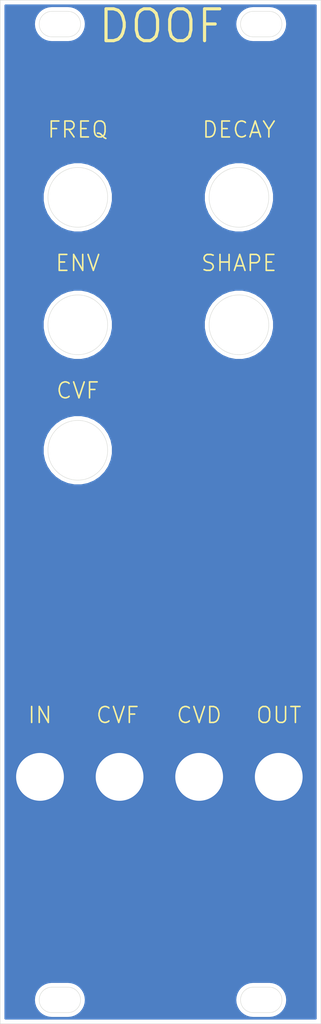
<source format=kicad_pcb>
(kicad_pcb (version 20171130) (host pcbnew "(5.1.5-0)")

  (general
    (thickness 1.6)
    (drawings 612)
    (tracks 0)
    (zones 0)
    (modules 5)
    (nets 2)
  )

  (page A4)
  (layers
    (0 F.Cu signal hide)
    (31 B.Cu signal hide)
    (32 B.Adhes user hide)
    (33 F.Adhes user hide)
    (34 B.Paste user hide)
    (35 F.Paste user hide)
    (36 B.SilkS user hide)
    (37 F.SilkS user)
    (38 B.Mask user)
    (39 F.Mask user)
    (40 Dwgs.User user hide)
    (41 Cmts.User user hide)
    (42 Eco1.User user hide)
    (43 Eco2.User user hide)
    (44 Edge.Cuts user)
    (45 Margin user hide)
    (46 B.CrtYd user hide)
    (47 F.CrtYd user hide)
    (48 B.Fab user hide)
    (49 F.Fab user hide)
  )

  (setup
    (last_trace_width 0.25)
    (trace_clearance 0.2)
    (zone_clearance 0.508)
    (zone_45_only no)
    (trace_min 0.2)
    (via_size 0.8)
    (via_drill 0.4)
    (via_min_size 0.4)
    (via_min_drill 0.3)
    (uvia_size 0.3)
    (uvia_drill 0.1)
    (uvias_allowed no)
    (uvia_min_size 0.2)
    (uvia_min_drill 0.1)
    (edge_width 0.05)
    (segment_width 0.2)
    (pcb_text_width 0.3)
    (pcb_text_size 1.5 1.5)
    (mod_edge_width 0.12)
    (mod_text_size 1 1)
    (mod_text_width 0.15)
    (pad_size 3.1 3.1)
    (pad_drill 3)
    (pad_to_mask_clearance 0.051)
    (solder_mask_min_width 0.25)
    (aux_axis_origin 0 0)
    (visible_elements FFFFFF7F)
    (pcbplotparams
      (layerselection 0x010fc_ffffffff)
      (usegerberextensions false)
      (usegerberattributes false)
      (usegerberadvancedattributes false)
      (creategerberjobfile false)
      (excludeedgelayer true)
      (linewidth 0.100000)
      (plotframeref false)
      (viasonmask false)
      (mode 1)
      (useauxorigin false)
      (hpglpennumber 1)
      (hpglpenspeed 20)
      (hpglpendiameter 15.000000)
      (psnegative false)
      (psa4output false)
      (plotreference true)
      (plotvalue true)
      (plotinvisibletext false)
      (padsonsilk false)
      (subtractmaskfromsilk false)
      (outputformat 1)
      (mirror false)
      (drillshape 0)
      (scaleselection 1)
      (outputdirectory "Gerbs/"))
  )

  (net 0 "")
  (net 1 GND)

  (net_class Default "This is the default net class."
    (clearance 0.2)
    (trace_width 0.25)
    (via_dia 0.8)
    (via_drill 0.4)
    (uvia_dia 0.3)
    (uvia_drill 0.1)
    (add_net GND)
  )

  (module "custom footprints:potleaf_small_copper" (layer F.Cu) (tedit 5FFE8352) (tstamp 5FFF190A)
    (at 20 123.5)
    (fp_text reference REF** (at -0.2032 2.6797) (layer F.SilkS) hide
      (effects (font (size 1 1) (thickness 0.15)))
    )
    (fp_text value potleaf_small_copper (at -0.0127 -7.5819) (layer F.Fab)
      (effects (font (size 1 1) (thickness 0.15)))
    )
    (fp_poly (pts (xy -3.4036 -3.9751) (xy -3.0861 -3.7338) (xy -2.52095 -3.4163) (xy -1.92405 -2.9845)
      (xy -1.5494 -2.6035) (xy -1.14935 -2.03835) (xy -0.55245 -0.85725) (xy -0.254 -0.2921)
      (xy -0.2413 -0.2794) (xy -0.5715 -0.254) (xy -0.6731 -0.3048) (xy -1.0287 -0.55245)
      (xy -1.4351 -0.92075) (xy -1.7653 -1.27) (xy -2.1209 -1.7018) (xy -2.4003 -2.1209)
      (xy -2.5908 -2.3749) (xy -2.8448 -2.8321) (xy -3.0988 -3.2004) (xy -3.3401 -3.6195)
      (xy -3.6195 -4.1783)) (layer F.Cu) (width 0.1))
    (fp_poly (pts (xy -1.997075 -0.796925) (xy -1.660525 -0.701675) (xy -1.397 -0.6096) (xy -0.6985 -0.2032)
      (xy -0.66802 -0.17526) (xy -0.6604 -0.1905) (xy -0.6604 -0.1778) (xy -0.66802 -0.17526)
      (xy -0.7493 -0.0127) (xy -0.3556 0.127) (xy -0.56515 0.1524) (xy -0.95885 0.1778)
      (xy -1.4351 0.1778) (xy -1.8796 0.1143) (xy -2.3622 0) (xy -2.7559 -0.1143)
      (xy -3.1623 -0.3429) (xy -3.4798 -0.5715) (xy -3.8862 -0.6985) (xy -3.2385 -0.7493)
      (xy -2.7051 -0.7874) (xy -2.24155 -0.79375)) (layer F.Cu) (width 0.1))
    (fp_poly (pts (xy -0.13335 0.2667) (xy -0.50165 0.6985) (xy -0.9398 0.97155) (xy -1.3208 1.11125)
      (xy -2.0701 1.27635) (xy -1.5875 0.7493) (xy -1.1938 0.4826) (xy -0.8255 0.2794)
      (xy -0.3556 0.2032) (xy -0.3302 0.2032)) (layer F.Cu) (width 0.1))
    (fp_poly (pts (xy 0 -0.2159) (xy -0.211138 -0.022225) (xy 0.007937 0.073025) (xy 0.758825 0.61595)
      (xy 0.57785 0.7112) (xy 0 0.254) (xy 0.0127 1.3462) (xy -0.1016 1.2065)
      (xy -0.10795 0.3175) (xy -0.0635 0.3175) (xy -0.4445 0.1016) (xy -0.73025 -0.0508)
      (xy -0.56515 -0.3302)) (layer F.Cu) (width 0.1))
    (fp_poly (pts (xy 0.64135 0.2413) (xy 1.1938 0.5207) (xy 1.520825 0.847725) (xy 1.655763 1.077913)
      (xy 1.887538 1.347788) (xy 1.58115 1.26365) (xy 1.32715 1.18745) (xy 1.14935 1.12395)
      (xy 0.7747 0.9906) (xy 0.415925 0.796925) (xy 0.155575 0.511175) (xy 0.03175 0.34925)
      (xy 0.09525 0.38735) (xy 0.06985 0.32385) (xy 0.13335 0.1524)) (layer F.Cu) (width 0.1))
    (fp_poly (pts (xy 3.0734 -0.762) (xy 3.5052 -0.7366) (xy 4.083207 -0.726057) (xy 3.4036 -0.5715)
      (xy 2.9718 -0.381) (xy 2.6289 -0.1651) (xy 2.2098 0) (xy 1.6764 0.0889)
      (xy 1.2319 0.1143) (xy 0.65405 0.09525) (xy 0.0762 0.0762) (xy 0.0127 0)
      (xy 0.2286 -0.0635) (xy 0.235585 -0.1143) (xy 0.551815 -0.2413) (xy 1.08585 -0.4699)
      (xy 1.6383 -0.6731) (xy 2.032 -0.7874) (xy 2.4765 -0.7874)) (layer F.Cu) (width 0.1))
    (fp_poly (pts (xy 3.0607 -3.4163) (xy 2.8194 -2.921) (xy 2.6162 -2.4638) (xy 2.35585 -1.9431)
      (xy 2.0828 -1.5875) (xy 1.77165 -1.17475) (xy 1.30175 -0.78105) (xy 0.8001 -0.4445)
      (xy -0.3048 0.1524) (xy -0.2794 -0.1778) (xy 0.0254 -0.2286) (xy 0.27305 -0.66675)
      (xy 0.48895 -1.1303) (xy 0.65405 -1.4605) (xy 0.8382 -1.7526) (xy 1.0033 -2.0701)
      (xy 1.2827 -2.4257) (xy 1.5621 -2.7432) (xy 1.8923 -3.0353) (xy 2.2352 -3.2639)
      (xy 2.6162 -3.5179) (xy 3.0099 -3.7846) (xy 3.5433 -4.1783)) (layer F.Cu) (width 0.1))
    (fp_poly (pts (xy 0.2159 -5.5499) (xy 0.3175 -5.0673) (xy 0.4318 -4.6101) (xy 0.51435 -4.2799)
      (xy 0.57785 -3.8989) (xy 0.6223 -3.3782) (xy 0.6223 -2.8448) (xy 0.5715 -2.2606)
      (xy 0.508 -1.7399) (xy 0.365125 -1.2446) (xy 0.066675 -0.2286) (xy -0.14605 -0.2794)
      (xy -0.381 -1.1938) (xy -0.554038 -2.0574) (xy -0.538163 -2.8448) (xy -0.485775 -3.5052)
      (xy -0.32385 -4.2799) (xy -0.0889 -5.0927) (xy 0.0381 -5.8674) (xy 0.1016 -6.3881)) (layer F.Cu) (width 0.1))
    (fp_poly (pts (xy 0.6604 0.24765) (xy 1.21285 0.52705) (xy 1.539875 0.854075) (xy 1.674813 1.084263)
      (xy 1.906588 1.354138) (xy 1.6002 1.27) (xy 1.3462 1.1938) (xy 1.1684 1.1303)
      (xy 0.79375 0.99695) (xy 0.434975 0.803275) (xy 0.174625 0.517525) (xy 0.0508 0.3556)
      (xy 0.1143 0.3937) (xy 0.0889 0.3302) (xy 0.1524 0.15875)) (layer F.Mask) (width 0.1))
    (fp_poly (pts (xy -0.13335 0.2667) (xy -0.50165 0.6985) (xy -0.9398 0.97155) (xy -1.3208 1.11125)
      (xy -2.0701 1.27635) (xy -1.5875 0.7493) (xy -1.1938 0.4826) (xy -0.8255 0.2794)
      (xy -0.3556 0.2032) (xy -0.3302 0.2032)) (layer F.Mask) (width 0.1))
    (fp_poly (pts (xy 3.0734 -0.762) (xy 3.5052 -0.7366) (xy 4.083207 -0.726057) (xy 3.4036 -0.5715)
      (xy 2.9718 -0.381) (xy 2.6289 -0.1651) (xy 2.2098 0) (xy 1.6764 0.0889)
      (xy 1.2319 0.1143) (xy 0.65405 0.09525) (xy 0.0762 0.0762) (xy 0.0127 0)
      (xy 0.2286 -0.0635) (xy 0.235585 -0.1143) (xy 0.551815 -0.2413) (xy 1.08585 -0.4699)
      (xy 1.6383 -0.6731) (xy 2.032 -0.7874) (xy 2.4765 -0.7874)) (layer F.Mask) (width 0.1))
    (fp_poly (pts (xy 3.0607 -3.4163) (xy 2.8194 -2.921) (xy 2.6162 -2.4638) (xy 2.35585 -1.9431)
      (xy 2.0828 -1.5875) (xy 1.77165 -1.17475) (xy 1.30175 -0.78105) (xy 0.8001 -0.4445)
      (xy -0.3048 0.1524) (xy -0.2794 -0.1778) (xy 0.0254 -0.2286) (xy 0.27305 -0.66675)
      (xy 0.48895 -1.1303) (xy 0.65405 -1.4605) (xy 0.8382 -1.7526) (xy 1.0033 -2.0701)
      (xy 1.2827 -2.4257) (xy 1.5621 -2.7432) (xy 1.8923 -3.0353) (xy 2.2352 -3.2639)
      (xy 2.6162 -3.5179) (xy 3.0099 -3.7846) (xy 3.5433 -4.1783)) (layer F.Mask) (width 0.1))
    (fp_poly (pts (xy 0.2159 -5.5499) (xy 0.3175 -5.0673) (xy 0.4318 -4.6101) (xy 0.51435 -4.2799)
      (xy 0.57785 -3.8989) (xy 0.6223 -3.3782) (xy 0.6223 -2.8448) (xy 0.5715 -2.2606)
      (xy 0.508 -1.7399) (xy 0.365125 -1.2446) (xy 0.066675 -0.2286) (xy -0.14605 -0.2794)
      (xy -0.381 -1.1938) (xy -0.554038 -2.0574) (xy -0.538163 -2.8448) (xy -0.485775 -3.5052)
      (xy -0.32385 -4.2799) (xy -0.0889 -5.0927) (xy 0.0381 -5.8674) (xy 0.1016 -6.3881)) (layer F.Mask) (width 0.1))
    (fp_poly (pts (xy -3.4036 -3.9751) (xy -3.0861 -3.7338) (xy -2.52095 -3.4163) (xy -1.92405 -2.9845)
      (xy -1.5494 -2.6035) (xy -1.14935 -2.03835) (xy -0.55245 -0.85725) (xy -0.254 -0.2921)
      (xy -0.2413 -0.2794) (xy -0.5715 -0.254) (xy -0.6731 -0.3048) (xy -1.0287 -0.55245)
      (xy -1.4351 -0.92075) (xy -1.7653 -1.27) (xy -2.1209 -1.7018) (xy -2.4003 -2.1209)
      (xy -2.5908 -2.3749) (xy -2.8448 -2.8321) (xy -3.0988 -3.2004) (xy -3.3401 -3.6195)
      (xy -3.6195 -4.1783)) (layer F.Mask) (width 0.1))
    (fp_poly (pts (xy -1.997075 -0.796925) (xy -1.660525 -0.701675) (xy -1.397 -0.6096) (xy -0.6985 -0.2032)
      (xy -0.66802 -0.17526) (xy -0.6604 -0.1905) (xy -0.6604 -0.1778) (xy -0.66802 -0.17526)
      (xy -0.7493 -0.0127) (xy -0.3556 0.127) (xy -0.56515 0.1524) (xy -0.95885 0.1778)
      (xy -1.4351 0.1778) (xy -1.8796 0.1143) (xy -2.3622 0) (xy -2.7559 -0.1143)
      (xy -3.1623 -0.3429) (xy -3.4798 -0.5715) (xy -3.8862 -0.6985) (xy -3.2385 -0.7493)
      (xy -2.7051 -0.7874) (xy -2.24155 -0.79375)) (layer F.Mask) (width 0.1))
    (fp_poly (pts (xy 0 -0.2159) (xy -0.211138 -0.022225) (xy 0.007937 0.073025) (xy 0.758825 0.61595)
      (xy 0.57785 0.7112) (xy 0 0.254) (xy 0.0127 1.3462) (xy -0.1016 1.2065)
      (xy -0.10795 0.3175) (xy -0.0635 0.3175) (xy -0.4445 0.1016) (xy -0.73025 -0.0508)
      (xy -0.56515 -0.3302)) (layer F.Mask) (width 0.1))
    (fp_line (start -0.520414 -1.903032) (end -0.513586 -1.836596) (layer F.Mask) (width 0.000002))
    (fp_arc (start -3.930539 -0.713682) (end -3.937255 -0.719526) (angle -33.85090818) (layer F.Mask) (width 0.000002))
    (fp_arc (start -3.930294 -0.713469) (end -3.93283 -0.722341) (angle -33.02354606) (layer F.Mask) (width 0.000002))
    (fp_arc (start -3.911527 -0.647807) (end -3.923728 -0.724359) (angle -6.894497836) (layer F.Mask) (width 0.000002))
    (fp_line (start -3.880824 -0.730072) (end -3.923728 -0.724359) (layer F.Mask) (width 0.000002))
    (fp_line (start -3.824618 -0.735421) (end -3.880824 -0.730072) (layer F.Mask) (width 0.000002))
    (fp_line (start -3.750477 -0.740941) (end -3.824618 -0.735421) (layer F.Mask) (width 0.000002))
    (fp_line (start -3.64919 -0.747227) (end -3.750477 -0.740941) (layer F.Mask) (width 0.000002))
    (fp_line (start -3.53575 -0.754465) (end -3.64919 -0.747227) (layer F.Mask) (width 0.000002))
    (fp_line (start -3.444841 -0.761671) (end -3.53575 -0.754465) (layer F.Mask) (width 0.000002))
    (fp_line (start -3.364054 -0.769858) (end -3.444841 -0.761671) (layer F.Mask) (width 0.000002))
    (fp_line (start -3.282478 -0.780033) (end -3.364054 -0.769858) (layer F.Mask) (width 0.000002))
    (fp_line (start -3.204412 -0.789237) (end -3.282478 -0.780033) (layer F.Mask) (width 0.000002))
    (fp_line (start -3.105452 -0.79819) (end -3.204412 -0.789237) (layer F.Mask) (width 0.000002))
    (fp_line (start -2.997269 -0.806051) (end -3.105452 -0.79819) (layer F.Mask) (width 0.000002))
    (fp_line (start -2.889978 -0.811961) (end -2.997269 -0.806051) (layer F.Mask) (width 0.000002))
    (fp_line (start -2.841107 -0.814217) (end -2.889978 -0.811961) (layer F.Mask) (width 0.000002))
    (fp_line (start -2.771916 -0.817408) (end -2.841107 -0.814217) (layer F.Mask) (width 0.000002))
    (fp_line (start -2.696254 -0.820896) (end -2.771916 -0.817408) (layer F.Mask) (width 0.000002))
    (fp_line (start -2.624978 -0.824179) (end -2.696254 -0.820896) (layer F.Mask) (width 0.000002))
    (fp_line (start -2.457108 -0.831157) (end -2.624978 -0.824179) (layer F.Mask) (width 0.000002))
    (fp_line (start -2.282247 -0.836948) (end -2.457108 -0.831157) (layer F.Mask) (width 0.000002))
    (fp_line (start -2.108676 -0.841931) (end -2.282247 -0.836948) (layer F.Mask) (width 0.000002))
    (fp_arc (start -2.108214 -0.825567) (end -2.099607 -0.839493) (angle -33.33682641) (layer F.Mask) (width 0.000002))
    (fp_arc (start -2.094902 -0.847105) (end -2.099607 -0.839493) (angle -23.95733018) (layer F.Mask) (width 0.000002))
    (fp_line (start -2.080612 -0.836225) (end -2.096111 -0.838238) (layer F.Mask) (width 0.000002))
    (fp_line (start -2.062229 -0.834181) (end -2.080612 -0.836225) (layer F.Mask) (width 0.000002))
    (fp_line (start -2.041285 -0.832287) (end -2.062229 -0.834181) (layer F.Mask) (width 0.000002))
    (fp_line (start -0.529946 -2.012519) (end -0.527351 -1.982876) (layer F.Mask) (width 0.000002))
    (fp_line (start 0.612378 0.147086) (end 0.657522 0.150622) (layer F.Mask) (width 0.000002))
    (fp_line (start 0.563537 0.143388) (end 0.612378 0.147086) (layer F.Mask) (width 0.000002))
    (fp_line (start 0.518194 0.140058) (end 0.563537 0.143388) (layer F.Mask) (width 0.000002))
    (fp_line (start 0.485022 0.137755) (end 0.518194 0.140058) (layer F.Mask) (width 0.000002))
    (fp_line (start 0.453615 0.135486) (end 0.485022 0.137755) (layer F.Mask) (width 0.000002))
    (fp_line (start 0.414584 0.132326) (end 0.453615 0.135486) (layer F.Mask) (width 0.000002))
    (fp_line (start 0.374606 0.128849) (end 0.414584 0.132326) (layer F.Mask) (width 0.000002))
    (fp_line (start 0.340022 0.125579) (end 0.374606 0.128849) (layer F.Mask) (width 0.000002))
    (fp_line (start 0.278512 0.120402) (end 0.340022 0.125579) (layer F.Mask) (width 0.000002))
    (fp_line (start 0.226901 0.118134) (end 0.278512 0.120402) (layer F.Mask) (width 0.000002))
    (fp_line (start -1.168636 -2.119335) (end -1.297416 -2.326949) (layer F.Mask) (width 0.000002))
    (fp_line (start -1.039877 -1.889723) (end -1.168636 -2.119335) (layer F.Mask) (width 0.000002))
    (fp_line (start 0.263811 0.144985) (end 0.225611 0.137712) (layer F.Mask) (width 0.000002))
    (fp_line (start 0.30182 0.151668) (end 0.263811 0.144985) (layer F.Mask) (width 0.000002))
    (fp_line (start 0.327522 0.155429) (end 0.30182 0.151668) (layer F.Mask) (width 0.000002))
    (fp_arc (start 0.23095 0.933381) (end 0.41585 0.171576) (angle -6.566361639) (layer F.Mask) (width 0.000002))
    (fp_line (start 0.542223 0.20486) (end 0.41585 0.171576) (layer F.Mask) (width 0.000002))
    (fp_line (start 0.68155 0.247366) (end 0.542223 0.20486) (layer F.Mask) (width 0.000002))
    (fp_line (start 0.815022 0.294009) (end 0.68155 0.247366) (layer F.Mask) (width 0.000002))
    (fp_line (start 0.858649 0.311046) (end 0.815022 0.294009) (layer F.Mask) (width 0.000002))
    (fp_line (start 0.904637 0.330487) (end 0.858649 0.311046) (layer F.Mask) (width 0.000002))
    (fp_line (start 0.952079 0.35193) (end 0.904637 0.330487) (layer F.Mask) (width 0.000002))
    (fp_line (start 1.000085 0.374987) (end 0.952079 0.35193) (layer F.Mask) (width 0.000002))
    (fp_arc (start 0.36098 1.668146) (end 1.152408 0.462179) (angle -6.975783365) (layer F.Mask) (width 0.000002))
    (fp_line (start -0.399919 -1.15274) (end -0.397902 -1.142472) (layer F.Mask) (width 0.000002))
    (fp_arc (start 2.617018 -2.484701) (end 2.619743 -2.483438) (angle -24.86823066) (layer F.Mask) (width 0.000002))
    (fp_line (start 2.611209 -2.465048) (end 2.619743 -2.483438) (layer F.Mask) (width 0.000002))
    (fp_line (start 2.601523 -2.444368) (end 2.611209 -2.465048) (layer F.Mask) (width 0.000002))
    (fp_line (start 2.590022 -2.42013) (end 2.601523 -2.444368) (layer F.Mask) (width 0.000002))
    (fp_line (start 2.578521 -2.395854) (end 2.590022 -2.42013) (layer F.Mask) (width 0.000002))
    (fp_line (start 2.568834 -2.375049) (end 2.578521 -2.395854) (layer F.Mask) (width 0.000002))
    (fp_line (start 2.560385 -2.356671) (end 2.568834 -2.375049) (layer F.Mask) (width 0.000002))
    (fp_arc (start 2.564016 -2.355005) (end 2.560385 -2.356671) (angle -24.6439765) (layer F.Mask) (width 0.000002))
    (fp_arc (start 2.552181 -2.355005) (end 2.559292 -2.351703) (angle -24.90854605) (layer F.Mask) (width 0.000002))
    (fp_line (start 2.520677 -2.268579) (end 2.559292 -2.351703) (layer F.Mask) (width 0.000002))
    (fp_line (start 2.477758 -2.176661) (end 2.520677 -2.268579) (layer F.Mask) (width 0.000002))
    (fp_line (start 2.427442 -2.069723) (end 2.477758 -2.176661) (layer F.Mask) (width 0.000002))
    (fp_line (start 2.404537 -2.021826) (end 2.427442 -2.069723) (layer F.Mask) (width 0.000002))
    (fp_line (start 2.376801 -1.96502) (end 2.404537 -2.021826) (layer F.Mask) (width 0.000002))
    (fp_line (start 2.34773 -1.906002) (end 2.376801 -1.96502) (layer F.Mask) (width 0.000002))
    (fp_arc (start 2.33493 -1.912314) (end 2.345022 -1.902223) (angle -18.75265696) (layer F.Mask) (width 0.000002))
    (fp_arc (start 2.351739 -1.895505) (end 2.345022 -1.902223) (angle -14.08958954) (layer F.Mask) (width 0.000002))
    (fp_line (start 2.340177 -1.894582) (end 2.343588 -1.900385) (layer F.Mask) (width 0.000002))
    (fp_line (start 2.336238 -1.887565) (end 2.340177 -1.894582) (layer F.Mask) (width 0.000002))
    (fp_line (start 2.332041 -1.879723) (end 2.336238 -1.887565) (layer F.Mask) (width 0.000002))
    (fp_line (start 2.323008 -1.862884) (end 2.332041 -1.879723) (layer F.Mask) (width 0.000002))
    (fp_line (start 2.312309 -1.843691) (end 2.323008 -1.862884) (layer F.Mask) (width 0.000002))
    (fp_line (start 2.301117 -1.824201) (end 2.312309 -1.843691) (layer F.Mask) (width 0.000002))
    (fp_line (start 2.290563 -1.806424) (end 2.301117 -1.824201) (layer F.Mask) (width 0.000002))
    (fp_line (start 2.286359 -1.799399) (end 2.290563 -1.806424) (layer F.Mask) (width 0.000002))
    (fp_line (start 2.279895 -1.788454) (end 2.286359 -1.799399) (layer F.Mask) (width 0.000002))
    (fp_line (start 2.27263 -1.776079) (end 2.279895 -1.788454) (layer F.Mask) (width 0.000002))
    (fp_line (start 2.265538 -1.763924) (end 2.27263 -1.776079) (layer F.Mask) (width 0.000002))
    (fp_arc (start 0.671422 -2.691036) (end 2.176513 -1.625463) (angle -5.11612147) (layer F.Mask) (width 0.000002))
    (fp_line (start 2.060765 -1.471284) (end 2.176513 -1.625463) (layer F.Mask) (width 0.000002))
    (fp_line (start 1.929379 -1.314885) (end 2.060765 -1.471284) (layer F.Mask) (width 0.000002))
    (fp_line (start 1.792561 -1.169233) (end 1.929379 -1.314885) (layer F.Mask) (width 0.000002))
    (fp_arc (start -1.200185 -4.146252) (end 1.512462 -0.911949) (angle -5.163996652) (layer F.Mask) (width 0.000002))
    (fp_line (start 1.202444 -0.673055) (end 1.512462 -0.911949) (layer F.Mask) (width 0.000002))
    (fp_line (start 0.84653 -0.441132) (end 1.202444 -0.673055) (layer F.Mask) (width 0.000002))
    (fp_line (start 0.427522 -0.204616) (end 0.84653 -0.441132) (layer F.Mask) (width 0.000002))
    (fp_line (start 0.40721 -0.193794) (end 0.427522 -0.204616) (layer F.Mask) (width 0.000002))
    (fp_line (start 0.383256 -0.180951) (end 0.40721 -0.193794) (layer F.Mask) (width 0.000002))
    (fp_line (start 0.359541 -0.168175) (end 0.383256 -0.180951) (layer F.Mask) (width 0.000002))
    (fp_line (start 0.340022 -0.157589) (end 0.359541 -0.168175) (layer F.Mask) (width 0.000002))
    (fp_line (start 0.322766 -0.148231) (end 0.340022 -0.157589) (layer F.Mask) (width 0.000002))
    (fp_line (start 0.306062 -0.139251) (end 0.322766 -0.148231) (layer F.Mask) (width 0.000002))
    (fp_line (start 0.291782 -0.131641) (end 0.306062 -0.139251) (layer F.Mask) (width 0.000002))
    (fp_line (start 0.284097 -0.127663) (end 0.291782 -0.131641) (layer F.Mask) (width 0.000002))
    (fp_arc (start 0.341016 -0.014986) (end 0.284097 -0.127663) (angle -8.622610983) (layer F.Mask) (width 0.000002))
    (fp_arc (start 0.376544 0.034965) (end 0.267847 -0.117855) (angle -6.409496987) (layer F.Mask) (width 0.000002))
    (fp_arc (start 0.38397 0.04326) (end 0.251467 -0.104766) (angle -5.405656274) (layer F.Mask) (width 0.000002))
    (fp_arc (start 0.246645 -0.083733) (end 0.238111 -0.091625) (angle -42.76172539) (layer F.Mask) (width 0.000002))
    (fp_arc (start 0.24272 -0.083733) (end 0.235022 -0.083733) (angle -27.15666233) (layer F.Mask) (width 0.000002))
    (fp_arc (start 0.239402 -0.082031) (end 0.23587 -0.08022) (angle -44.53588418) (layer F.Mask) (width 0.000002))
    (fp_arc (start 0.241353 -0.087929) (end 0.238155 -0.078263) (angle -24.19419325) (layer F.Mask) (width 0.000002))
    (fp_arc (start 0.234457 -0.154816) (end 0.242398 -0.077801) (angle -5.423293526) (layer F.Mask) (width 0.000002))
    (fp_arc (start 0.231204 -0.171082) (end 0.249641 -0.078896) (angle -11.83022724) (layer F.Mask) (width 0.000002))
    (fp_line (start 0.328992 -0.110977) (end 0.268149 -0.084634) (layer F.Mask) (width 0.000002))
    (fp_line (start 0.396972 -0.141472) (end 0.328992 -0.110977) (layer F.Mask) (width 0.000002))
    (fp_line (start 0.465022 -0.173357) (end 0.396972 -0.141472) (layer F.Mask) (width 0.000002))
    (fp_line (start 0.488044 -0.184344) (end 0.465022 -0.173357) (layer F.Mask) (width 0.000002))
    (fp_line (start 0.51385 -0.1966) (end 0.488044 -0.184344) (layer F.Mask) (width 0.000002))
    (fp_line (start 0.538478 -0.20825) (end 0.51385 -0.1966) (layer F.Mask) (width 0.000002))
    (fp_line (start 0.557522 -0.217202) (end 0.538478 -0.20825) (layer F.Mask) (width 0.000002))
    (fp_line (start 0.577497 -0.226607) (end 0.557522 -0.217202) (layer F.Mask) (width 0.000002))
    (fp_line (start 0.6056 -0.239946) (end 0.577497 -0.226607) (layer F.Mask) (width 0.000002))
    (fp_line (start 0.636247 -0.254556) (end 0.6056 -0.239946) (layer F.Mask) (width 0.000002))
    (fp_line (start 0.665022 -0.268339) (end 0.636247 -0.254556) (layer F.Mask) (width 0.000002))
    (fp_line (start 0.719936 -0.294639) (end 0.665022 -0.268339) (layer F.Mask) (width 0.000002))
    (fp_line (start 0.761702 -0.314465) (end 0.719936 -0.294639) (layer F.Mask) (width 0.000002))
    (fp_line (start 0.796707 -0.330852) (end 0.761702 -0.314465) (layer F.Mask) (width 0.000002))
    (fp_line (start 0.830022 -0.346184) (end 0.796707 -0.330852) (layer F.Mask) (width 0.000002))
    (fp_line (start 0.865354 -0.362426) (end 0.830022 -0.346184) (layer F.Mask) (width 0.000002))
    (fp_line (start 0.931774 -0.393251) (end 0.865354 -0.362426) (layer F.Mask) (width 0.000002))
    (fp_line (start 0.999694 -0.424868) (end 0.931774 -0.393251) (layer F.Mask) (width 0.000002))
    (fp_line (start 1.047522 -0.447267) (end 0.999694 -0.424868) (layer F.Mask) (width 0.000002))
    (fp_line (start 1.194502 -0.515343) (end 1.047522 -0.447267) (layer F.Mask) (width 0.000002))
    (fp_line (start 1.345333 -0.583097) (end 1.194502 -0.515343) (layer F.Mask) (width 0.000002))
    (fp_line (start 1.483653 -0.643342) (end 1.345333 -0.583097) (layer F.Mask) (width 0.000002))
    (fp_line (start 1.590022 -0.68732) (end 1.483653 -0.643342) (layer F.Mask) (width 0.000002))
    (fp_line (start 1.643337 -0.708389) (end 1.590022 -0.68732) (layer F.Mask) (width 0.000002))
    (fp_line (start 1.678135 -0.721641) (end 1.643337 -0.708389) (layer F.Mask) (width 0.000002))
    (fp_line (start 1.707932 -0.732231) (end 1.678135 -0.721641) (layer F.Mask) (width 0.000002))
    (fp_line (start 1.742522 -0.743711) (end 1.707932 -0.732231) (layer F.Mask) (width 0.000002))
    (fp_line (start 1.80162 -0.761533) (end 1.742522 -0.743711) (layer F.Mask) (width 0.000002))
    (fp_line (start 1.863071 -0.777616) (end 1.80162 -0.761533) (layer F.Mask) (width 0.000002))
    (fp_line (start 1.924574 -0.791403) (end 1.863071 -0.777616) (layer F.Mask) (width 0.000002))
    (fp_line (start 1.983822 -0.802331) (end 1.924574 -0.791403) (layer F.Mask) (width 0.000002))
    (fp_line (start 2.025789 -0.808218) (end 1.983822 -0.802331) (layer F.Mask) (width 0.000002))
    (fp_line (start 2.061324 -0.811025) (end 2.025789 -0.808218) (layer F.Mask) (width 0.000002))
    (fp_line (start 2.105896 -0.811739) (end 2.061324 -0.811025) (layer F.Mask) (width 0.000002))
    (fp_line (start 2.186322 -0.81063) (end 2.105896 -0.811739) (layer F.Mask) (width 0.000002))
    (fp_line (start 2.243234 -0.809265) (end 2.186322 -0.81063) (layer F.Mask) (width 0.000002))
    (fp_line (start 2.301607 -0.807263) (end 2.243234 -0.809265) (layer F.Mask) (width 0.000002))
    (fp_line (start 2.353546 -0.804968) (end 2.301607 -0.807263) (layer F.Mask) (width 0.000002))
    (fp_line (start 2.387522 -0.802733) (end 2.353546 -0.804968) (layer F.Mask) (width 0.000002))
    (fp_line (start 2.418287 -0.800298) (end 2.387522 -0.802733) (layer F.Mask) (width 0.000002))
    (fp_line (start 2.457662 -0.797373) (end 2.418287 -0.800298) (layer F.Mask) (width 0.000002))
    (fp_line (start 2.498691 -0.794455) (end 2.457662 -0.797373) (layer F.Mask) (width 0.000002))
    (fp_line (start 2.535022 -0.79201) (end 2.498691 -0.794455) (layer F.Mask) (width 0.000002))
    (fp_line (start 2.572057 -0.789582) (end 2.535022 -0.79201) (layer F.Mask) (width 0.000002))
    (fp_line (start 2.615318 -0.786707) (end 2.572057 -0.789582) (layer F.Mask) (width 0.000002))
    (fp_line (start 2.657867 -0.78385) (end 2.615318 -0.786707) (layer F.Mask) (width 0.000002))
    (fp_line (start 2.692522 -0.78149) (end 2.657867 -0.78385) (layer F.Mask) (width 0.000002))
    (fp_line (start 2.745145 -0.77932) (end 2.692522 -0.78149) (layer F.Mask) (width 0.000002))
    (fp_line (start 2.937897 -0.77687) (end 2.745145 -0.77932) (layer F.Mask) (width 0.000002))
    (fp_line (start 3.166132 -0.774654) (end 2.937897 -0.77687) (layer F.Mask) (width 0.000002))
    (fp_line (start 3.422522 -0.773003) (end 3.166132 -0.774654) (layer F.Mask) (width 0.000002))
    (fp_line (start 3.760194 -0.771026) (end 3.422522 -0.773003) (layer F.Mask) (width 0.000002))
    (fp_line (start 3.946598 -0.769047) (end 3.760194 -0.771026) (layer F.Mask) (width 0.000002))
    (fp_line (start 4.075267 -0.766972) (end 3.946598 -0.769047) (layer F.Mask) (width 0.000002))
    (fp_arc (start 4.074767 -0.738654) (end 4.088772 -0.763271) (angle -28.62507096) (layer F.Mask) (width 0.000002))
    (fp_arc (start 4.075727 -0.740343) (end 4.097766 -0.75484) (angle -27.02694093) (layer F.Mask) (width 0.000002))
    (fp_arc (start 4.085485 -0.746761) (end 4.100023 -0.744588) (angle -41.83999439) (layer F.Mask) (width 0.000002))
    (fp_arc (start 4.081803 -0.747312) (end 4.094871 -0.734326) (angle -36.31462598) (layer F.Mask) (width 0.000002))
    (fp_arc (start 4.065208 -0.763801) (end 4.083207 -0.726057) (angle -19.68685136) (layer F.Mask) (width 0.000002))
    (fp_arc (start 4.019585 -0.859474) (end 4.065174 -0.718869) (angle -7.530537781) (layer F.Mask) (width 0.000002))
    (fp_line (start 4.000776 -0.698195) (end 4.065174 -0.718869) (layer F.Mask) (width 0.000002))
    (fp_line (start 3.938093 -0.678608) (end 4.000776 -0.698195) (layer F.Mask) (width 0.000002))
    (fp_line (start 3.902522 -0.668623) (end 3.938093 -0.678608) (layer F.Mask) (width 0.000002))
    (fp_line (start 3.773171 -0.631831) (end 3.902522 -0.668623) (layer F.Mask) (width 0.000002))
    (fp_line (start 3.598786 -0.574797) (end 3.773171 -0.631831) (layer F.Mask) (width 0.000002))
    (fp_line (start 3.419767 -0.511749) (end 3.598786 -0.574797) (layer F.Mask) (width 0.000002))
    (fp_line (start 3.272522 -0.454726) (end 3.419767 -0.511749) (layer F.Mask) (width 0.000002))
    (fp_line (start 3.149199 -0.401922) (end 3.272522 -0.454726) (layer F.Mask) (width 0.000002))
    (fp_line (start 3.003927 -0.335409) (end 3.149199 -0.401922) (layer F.Mask) (width 0.000002))
    (fp_line (start 2.8626 -0.26751) (end 3.003927 -0.335409) (layer F.Mask) (width 0.000002))
    (fp_line (start 2.752522 -0.210801) (end 2.8626 -0.26751) (layer F.Mask) (width 0.000002))
    (fp_line (start 2.618504 -0.139567) (end 2.752522 -0.210801) (layer F.Mask) (width 0.000002))
    (fp_line (start 2.53344 -0.097304) (end 2.618504 -0.139567) (layer F.Mask) (width 0.000002))
    (fp_line (start 2.458987 -0.064869) (end 2.53344 -0.097304) (layer F.Mask) (width 0.000002))
    (fp_line (start 2.367522 -0.029822) (end 2.458987 -0.064869) (layer F.Mask) (width 0.000002))
    (fp_line (start 2.292423 -0.002693) (end 2.367522 -0.029822) (layer F.Mask) (width 0.000002))
    (fp_line (start 2.252851 0.010723) (end 2.292423 -0.002693) (layer F.Mask) (width 0.000002))
    (fp_line (start 2.2134 0.022598) (end 2.252851 0.010723) (layer F.Mask) (width 0.000002))
    (fp_line (start 2.140022 0.043034) (end 2.2134 0.022598) (layer F.Mask) (width 0.000002))
    (fp_line (start 2.020804 0.072545) (end 2.140022 0.043034) (layer F.Mask) (width 0.000002))
    (fp_line (start 1.88362 0.100279) (end 2.020804 0.072545) (layer F.Mask) (width 0.000002))
    (fp_line (start 1.745884 0.123156) (end 1.88362 0.100279) (layer F.Mask) (width 0.000002))
    (fp_line (start 1.625022 0.137838) (end 1.745884 0.123156) (layer F.Mask) (width 0.000002))
    (fp_line (start 1.601013 0.140138) (end 1.625022 0.137838) (layer F.Mask) (width 0.000002))
    (fp_line (start 1.566506 0.143487) (end 1.601013 0.140138) (layer F.Mask) (width 0.000002))
    (fp_line (start 1.528547 0.147195) (end 1.566506 0.143487) (layer F.Mask) (width 0.000002))
    (fp_line (start 1.492522 0.150739) (end 1.528547 0.147195) (layer F.Mask) (width 0.000002))
    (fp_line (start 1.358935 0.158145) (end 1.492522 0.150739) (layer F.Mask) (width 0.000002))
    (fp_line (start 1.08619 0.159806) (end 1.358935 0.158145) (layer F.Mask) (width 0.000002))
    (fp_line (start 0.81307 0.157895) (end 1.08619 0.159806) (layer F.Mask) (width 0.000002))
    (fp_line (start 0.657522 0.150622) (end 0.81307 0.157895) (layer F.Mask) (width 0.000002))
    (fp_line (start 0.1847 0.117876) (end 0.226901 0.118134) (layer F.Mask) (width 0.000002))
    (fp_arc (start 0.18473 0.122585) (end 0.1847 0.117876) (angle -89.6287458) (layer F.Mask) (width 0.000002))
    (fp_arc (start 0.182611 0.122585) (end 0.180022 0.122585) (angle -55.50086928) (layer F.Mask) (width 0.000002))
    (fp_arc (start 0.201348 0.095322) (end 0.181144 0.124719) (angle -8.173786249) (layer F.Mask) (width 0.000002))
    (fp_line (start -0.889364 -1.611845) (end -0.905659 -1.641938) (layer F.Mask) (width 0.000002))
    (fp_line (start -0.878779 -1.592223) (end -0.889364 -1.611845) (layer F.Mask) (width 0.000002))
    (fp_line (start 0.511249 -1.216774) (end 0.464982 -1.119723) (layer F.Mask) (width 0.000002))
    (fp_line (start 0.596807 -1.387672) (end 0.511249 -1.216774) (layer F.Mask) (width 0.000002))
    (fp_line (start 0.683548 -1.558364) (end 0.596807 -1.387672) (layer F.Mask) (width 0.000002))
    (fp_line (start 0.724269 -1.633473) (end 0.683548 -1.558364) (layer F.Mask) (width 0.000002))
    (fp_line (start 0.738678 -1.658634) (end 0.724269 -1.633473) (layer F.Mask) (width 0.000002))
    (fp_line (start 0.749929 -1.678364) (end 0.738678 -1.658634) (layer F.Mask) (width 0.000002))
    (fp_line (start 0.759609 -1.695445) (end 0.749929 -1.678364) (layer F.Mask) (width 0.000002))
    (fp_line (start 0.769048 -1.712223) (end 0.759609 -1.695445) (layer F.Mask) (width 0.000002))
    (fp_line (start 0.775983 -1.724376) (end 0.769048 -1.712223) (layer F.Mask) (width 0.000002))
    (fp_line (start 0.78759 -1.744269) (end 0.775983 -1.724376) (layer F.Mask) (width 0.000002))
    (fp_line (start 0.800976 -1.767015) (end 0.78759 -1.744269) (layer F.Mask) (width 0.000002))
    (fp_line (start 0.814458 -1.789723) (end 0.800976 -1.767015) (layer F.Mask) (width 0.000002))
    (fp_line (start 0.827575 -1.811732) (end 0.814458 -1.789723) (layer F.Mask) (width 0.000002))
    (fp_line (start 0.839864 -1.832376) (end 0.827575 -1.811732) (layer F.Mask) (width 0.000002))
    (fp_line (start 0.850197 -1.849757) (end 0.839864 -1.832376) (layer F.Mask) (width 0.000002))
    (fp_line (start 0.854889 -1.857693) (end 0.850197 -1.849757) (layer F.Mask) (width 0.000002))
    (fp_line (start 0.899259 -1.929767) (end 0.854889 -1.857693) (layer F.Mask) (width 0.000002))
    (fp_line (start 0.962393 -2.026163) (end 0.899259 -1.929767) (layer F.Mask) (width 0.000002))
    (fp_line (start 1.029939 -2.125729) (end 0.962393 -2.026163) (layer F.Mask) (width 0.000002))
    (fp_line (start 1.089543 -2.209723) (end 1.029939 -2.125729) (layer F.Mask) (width 0.000002))
    (fp_line (start 1.146819 -2.286359) (end 1.089543 -2.209723) (layer F.Mask) (width 0.000002))
    (fp_line (start 1.217177 -2.376939) (end 1.146819 -2.286359) (layer F.Mask) (width 0.000002))
    (fp_line (start 1.284639 -2.461458) (end 1.217177 -2.376939) (layer F.Mask) (width 0.000002))
    (fp_line (start 1.327847 -2.512223) (end 1.284639 -2.461458) (layer F.Mask) (width 0.000002))
    (fp_line (start 2.635064 -2.518111) (end 2.644416 -2.538042) (layer F.Mask) (width 0.000002))
    (fp_line (start 2.627187 -2.501055) (end 2.635064 -2.518111) (layer F.Mask) (width 0.000002))
    (fp_line (start 2.620294 -2.485956) (end 2.627187 -2.501055) (layer F.Mask) (width 0.000002))
    (fp_arc (start 2.623048 -2.484701) (end 2.620294 -2.485956) (angle -24.50101803) (layer F.Mask) (width 0.000002))
    (fp_line (start -0.924015 -1.675778) (end -0.941963 -1.708806) (layer F.Mask) (width 0.000002))
    (fp_line (start -0.905659 -1.641938) (end -0.924015 -1.675778) (layer F.Mask) (width 0.000002))
    (fp_arc (start 1.902322 1.386851) (end 1.912962 1.390934) (angle -42.79890209) (layer F.Mask) (width 0.000002))
    (fp_arc (start 1.907674 1.388905) (end 1.910571 1.393771) (angle -38.23970561) (layer F.Mask) (width 0.000002))
    (fp_arc (start 1.899243 1.374743) (end 1.905675 1.395933) (angle -13.88249364) (layer F.Mask) (width 0.000002))
    (fp_arc (start 1.894853 1.360279) (end 1.898837 1.397326) (angle -10.74561992) (layer F.Mask) (width 0.000002))
    (fp_arc (start 1.890414 1.319003) (end 1.890414 1.397777) (angle -6.138576527) (layer F.Mask) (width 0.000002))
    (fp_line (start 0.393609 -0.958622) (end 0.385721 -0.939723) (layer F.Mask) (width 0.000002))
    (fp_line (start 0.420843 -1.020616) (end 0.393609 -0.958622) (layer F.Mask) (width 0.000002))
    (fp_line (start 0.44772 -1.081406) (end 0.420843 -1.020616) (layer F.Mask) (width 0.000002))
    (fp_line (start 0.464982 -1.119723) (end 0.44772 -1.081406) (layer F.Mask) (width 0.000002))
    (fp_arc (start 1.890414 1.287041) (end 1.875921 1.396825) (angle -7.520235656) (layer F.Mask) (width 0.000002))
    (fp_arc (start 1.885892 1.321291) (end 1.863016 1.393965) (angle -9.952661991) (layer F.Mask) (width 0.000002))
    (fp_arc (start 1.916591 1.223768) (end 1.846281 1.387761) (angle -5.733652653) (layer F.Mask) (width 0.000002))
    (fp_line (start 1.815022 1.374046) (end 1.846281 1.387761) (layer F.Mask) (width 0.000002))
    (fp_line (start 1.751838 1.347762) (end 1.815022 1.374046) (layer F.Mask) (width 0.000002))
    (fp_line (start 1.685736 1.324319) (end 1.751838 1.347762) (layer F.Mask) (width 0.000002))
    (fp_line (start 1.61412 1.302862) (end 1.685736 1.324319) (layer F.Mask) (width 0.000002))
    (fp_line (start 1.534294 1.282548) (end 1.61412 1.302862) (layer F.Mask) (width 0.000002))
    (fp_line (start 1.397606 1.249292) (end 1.534294 1.282548) (layer F.Mask) (width 0.000002))
    (fp_line (start -0.869872 -1.575677) (end -0.878779 -1.592223) (layer F.Mask) (width 0.000002))
    (fp_line (start -0.859765 -1.556926) (end -0.869872 -1.575677) (layer F.Mask) (width 0.000002))
    (fp_line (start 0.253305 -0.613757) (end 0.24449 -0.593339) (layer F.Mask) (width 0.000002))
    (fp_line (start 0.263179 -0.637622) (end 0.253305 -0.613757) (layer F.Mask) (width 0.000002))
    (fp_line (start 0.274497 -0.665849) (end 0.263179 -0.637622) (layer F.Mask) (width 0.000002))
    (fp_line (start 0.287768 -0.699723) (end 0.274497 -0.665849) (layer F.Mask) (width 0.000002))
    (fp_line (start 0.293655 -0.714676) (end 0.287768 -0.699723) (layer F.Mask) (width 0.000002))
    (fp_line (start 0.300109 -0.730667) (end 0.293655 -0.714676) (layer F.Mask) (width 0.000002))
    (fp_line (start 0.306173 -0.745373) (end 0.300109 -0.730667) (layer F.Mask) (width 0.000002))
    (fp_arc (start 0.409202 1.594665) (end 1.290509 0.565987) (angle -7.312584183) (layer F.Mask) (width 0.000002))
    (fp_arc (start 0.482062 1.509619) (end 1.408604 0.681641) (angle -7.62737626) (layer F.Mask) (width 0.000002))
    (fp_arc (start 0.71699 1.299683) (end 1.501099 0.804225) (angle -9.496950872) (layer F.Mask) (width 0.000002))
    (fp_line (start 1.593113 0.947827) (end 1.501099 0.804225) (layer F.Mask) (width 0.000002))
    (fp_line (start 1.658325 1.044131) (end 1.593113 0.947827) (layer F.Mask) (width 0.000002))
    (fp_line (start 1.719278 1.126381) (end 1.658325 1.044131) (layer F.Mask) (width 0.000002))
    (fp_line (start 1.79438 1.220045) (end 1.719278 1.126381) (layer F.Mask) (width 0.000002))
    (fp_line (start 1.837947 1.272822) (end 1.79438 1.220045) (layer F.Mask) (width 0.000002))
    (fp_line (start 1.851771 1.289809) (end 1.837947 1.272822) (layer F.Mask) (width 0.000002))
    (fp_line (start 1.862079 1.303035) (end 1.851771 1.289809) (layer F.Mask) (width 0.000002))
    (fp_line (start -0.365502 -4.229723) (end -0.379364 -4.179731) (layer F.Mask) (width 0.000002))
    (fp_line (start 0.310691 -0.755918) (end 0.306173 -0.745373) (layer F.Mask) (width 0.000002))
    (fp_line (start 0.314264 -0.764394) (end 0.310691 -0.755918) (layer F.Mask) (width 0.000002))
    (fp_line (start 0.317281 -0.772333) (end 0.314264 -0.764394) (layer F.Mask) (width 0.000002))
    (fp_line (start 0.319553 -0.779041) (end 0.317281 -0.772333) (layer F.Mask) (width 0.000002))
    (fp_arc (start 0.310216 -0.782034) (end 0.319553 -0.779041) (angle -17.77341578) (layer F.Mask) (width 0.000002))
    (fp_arc (start 0.329621 -0.782034) (end 0.320501 -0.785032) (angle -18.19343257) (layer F.Mask) (width 0.000002))
    (fp_line (start 0.322848 -0.791791) (end 0.320501 -0.785032) (layer F.Mask) (width 0.000002))
    (fp_line (start 0.325958 -0.79979) (end 0.322848 -0.791791) (layer F.Mask) (width 0.000002))
    (fp_line (start 0.329642 -0.808339) (end 0.325958 -0.79979) (layer F.Mask) (width 0.000002))
    (fp_line (start 0.343866 -0.840216) (end 0.329642 -0.808339) (layer F.Mask) (width 0.000002))
    (fp_line (start 0.352969 -0.861368) (end 0.343866 -0.840216) (layer F.Mask) (width 0.000002))
    (fp_line (start 0.359166 -0.876509) (end 0.352969 -0.861368) (layer F.Mask) (width 0.000002))
    (fp_arc (start 0.348258 -0.880875) (end 0.359166 -0.876509) (angle -22.02337783) (layer F.Mask) (width 0.000002))
    (fp_arc (start 0.366745 -0.880943) (end 0.360459 -0.883368) (angle -21.31038334) (layer F.Mask) (width 0.000002))
    (fp_line (start 0.363194 -0.890214) (end 0.360459 -0.883368) (layer F.Mask) (width 0.000002))
    (fp_line (start 0.366707 -0.898327) (end 0.363194 -0.890214) (layer F.Mask) (width 0.000002))
    (fp_line (start 0.370874 -0.907223) (end 0.366707 -0.898327) (layer F.Mask) (width 0.000002))
    (fp_line (start 0.37533 -0.91657) (end 0.370874 -0.907223) (layer F.Mask) (width 0.000002))
    (fp_line (start 0.379723 -0.926051) (end 0.37533 -0.91657) (layer F.Mask) (width 0.000002))
    (fp_line (start 0.383495 -0.934423) (end 0.379723 -0.926051) (layer F.Mask) (width 0.000002))
    (fp_line (start 0.385721 -0.939723) (end 0.383495 -0.934423) (layer F.Mask) (width 0.000002))
    (fp_line (start 1.877281 1.323316) (end 1.862079 1.303035) (layer F.Mask) (width 0.000002))
    (fp_line (start 1.893683 1.346689) (end 1.877281 1.323316) (layer F.Mask) (width 0.000002))
    (fp_arc (start 1.698701 1.475803) (end 1.905528 1.366666) (angle -5.692425321) (layer F.Mask) (width 0.000002))
    (fp_arc (start 1.757385 1.444836) (end 1.912903 1.382618) (angle -6.014217556) (layer F.Mask) (width 0.000002))
    (fp_line (start 1.337272 -2.522808) (end 1.327847 -2.512223) (layer F.Mask) (width 0.000002))
    (fp_line (start 1.357031 -2.545144) (end 1.337272 -2.522808) (layer F.Mask) (width 0.000002))
    (fp_line (start 1.38043 -2.571639) (end 1.357031 -2.545144) (layer F.Mask) (width 0.000002))
    (fp_line (start 1.405193 -2.599723) (end 1.38043 -2.571639) (layer F.Mask) (width 0.000002))
    (fp_line (start 1.513704 -2.716696) (end 1.405193 -2.599723) (layer F.Mask) (width 0.000002))
    (fp_line (start 1.646053 -2.847921) (end 1.513704 -2.716696) (layer F.Mask) (width 0.000002))
    (fp_line (start 1.777297 -2.969915) (end 1.646053 -2.847921) (layer F.Mask) (width 0.000002))
    (fp_line (start 1.88025 -3.05578) (end 1.777297 -2.969915) (layer F.Mask) (width 0.000002))
    (fp_line (start 1.967428 -3.121273) (end 1.88025 -3.05578) (layer F.Mask) (width 0.000002))
    (fp_line (start 2.046415 -3.176722) (end 1.967428 -3.121273) (layer F.Mask) (width 0.000002))
    (fp_line (start 2.148457 -3.243649) (end 2.046415 -3.176722) (layer F.Mask) (width 0.000002))
    (fp_line (start 2.327522 -3.357231) (end 2.148457 -3.243649) (layer F.Mask) (width 0.000002))
    (fp_line (start 2.389629 -3.396656) (end 2.327522 -3.357231) (layer F.Mask) (width 0.000002))
    (fp_line (start 2.456365 -3.439531) (end 2.389629 -3.396656) (layer F.Mask) (width 0.000002))
    (fp_line (start 2.517965 -3.479529) (end 2.456365 -3.439531) (layer F.Mask) (width 0.000002))
    (fp_line (start 2.562522 -3.509009) (end 2.517965 -3.479529) (layer F.Mask) (width 0.000002))
    (fp_line (start 2.697222 -3.600702) (end 2.562522 -3.509009) (layer F.Mask) (width 0.000002))
    (fp_line (start 2.820866 -3.687749) (end 2.697222 -3.600702) (layer F.Mask) (width 0.000002))
    (fp_line (start 2.96869 -3.795226) (end 2.820866 -3.687749) (layer F.Mask) (width 0.000002))
    (fp_line (start 3.190022 -3.959043) (end 2.96869 -3.795226) (layer F.Mask) (width 0.000002))
    (fp_line (start 3.233928 -3.99165) (end 3.190022 -3.959043) (layer F.Mask) (width 0.000002))
    (fp_line (start 3.276959 -4.023554) (end 3.233928 -3.99165) (layer F.Mask) (width 0.000002))
    (fp_line (start 3.314011 -4.05098) (end 3.276959 -4.023554) (layer F.Mask) (width 0.000002))
    (fp_line (start 3.335022 -4.066457) (end 3.314011 -4.05098) (layer F.Mask) (width 0.000002))
    (fp_line (start 3.351209 -4.078354) (end 3.335022 -4.066457) (layer F.Mask) (width 0.000002))
    (fp_line (start 3.36885 -4.091357) (end 3.351209 -4.078354) (layer F.Mask) (width 0.000002))
    (fp_line (start 3.38532 -4.103529) (end 3.36885 -4.091357) (layer F.Mask) (width 0.000002))
    (fp_line (start 3.397522 -4.112586) (end 3.38532 -4.103529) (layer F.Mask) (width 0.000002))
    (fp_line (start 3.437477 -4.14073) (end 3.397522 -4.112586) (layer F.Mask) (width 0.000002))
    (fp_line (start 3.492952 -4.176792) (end 3.437477 -4.14073) (layer F.Mask) (width 0.000002))
    (fp_line (start 3.549438 -4.212241) (end 3.492952 -4.176792) (layer F.Mask) (width 0.000002))
    (fp_arc (start 3.577909 -4.166356) (end 3.564761 -4.218731) (angle -17.72762575) (layer F.Mask) (width 0.000002))
    (fp_arc (start 3.575735 -4.175015) (end 3.577504 -4.220053) (angle -16.34074068) (layer F.Mask) (width 0.000002))
    (fp_arc (start 3.577199 -4.212277) (end 3.58407 -4.215931) (angle -59.75055956) (layer F.Mask) (width 0.000002))
    (fp_arc (start 3.575073 -4.211146) (end 3.584527 -4.207344) (angle -49.90744398) (layer F.Mask) (width 0.000002))
    (fp_arc (start 3.521089 -4.232855) (end 3.577667 -4.194461) (angle -12.2546462) (layer F.Mask) (width 0.000002))
    (fp_line (start 3.565329 -4.177493) (end 3.577667 -4.194461) (layer F.Mask) (width 0.000002))
    (fp_line (start 3.545976 -4.153149) (end 3.565329 -4.177493) (layer F.Mask) (width 0.000002))
    (fp_line (start 3.526429 -4.129482) (end 3.545976 -4.153149) (layer F.Mask) (width 0.000002))
    (fp_arc (start 3.453702 -4.190554) (end 3.516963 -4.119723) (angle -8.209722048) (layer F.Mask) (width 0.000002))
    (fp_arc (start 3.623395 -4.000555) (end 3.516963 -4.119723) (angle -8.850774641) (layer F.Mask) (width 0.000002))
    (fp_line (start 3.445948 -4.035743) (end 3.499895 -4.101928) (layer F.Mask) (width 0.000002))
    (fp_line (start 3.391922 -3.968096) (end 3.445948 -4.035743) (layer F.Mask) (width 0.000002))
    (fp_line (start 3.351038 -3.914723) (end 3.391922 -3.968096) (layer F.Mask) (width 0.000002))
    (fp_line (start 3.274034 -3.806302) (end 3.351038 -3.914723) (layer F.Mask) (width 0.000002))
    (fp_line (start 3.21398 -3.710322) (end 3.274034 -3.806302) (layer F.Mask) (width 0.000002))
    (fp_line (start 3.148409 -3.589548) (end 3.21398 -3.710322) (layer F.Mask) (width 0.000002))
    (fp_line (start 3.045463 -3.384723) (end 3.148409 -3.589548) (layer F.Mask) (width 0.000002))
    (fp_line (start 3.012314 -3.317604) (end 3.045463 -3.384723) (layer F.Mask) (width 0.000002))
    (fp_line (start 2.982337 -3.256582) (end 3.012314 -3.317604) (layer F.Mask) (width 0.000002))
    (fp_line (start 2.9573 -3.205348) (end 2.982337 -3.256582) (layer F.Mask) (width 0.000002))
    (fp_line (start 2.94874 -3.187223) (end 2.9573 -3.205348) (layer F.Mask) (width 0.000002))
    (fp_line (start 2.93387 -3.155003) (end 2.94874 -3.187223) (layer F.Mask) (width 0.000002))
    (fp_line (start 2.898656 -3.079515) (end 2.93387 -3.155003) (layer F.Mask) (width 0.000002))
    (fp_line (start 2.863434 -3.004185) (end 2.898656 -3.079515) (layer F.Mask) (width 0.000002))
    (fp_line (start 2.842505 -2.959723) (end 2.863434 -3.004185) (layer F.Mask) (width 0.000002))
    (fp_line (start 2.83627 -2.946517) (end 2.842505 -2.959723) (layer F.Mask) (width 0.000002))
    (fp_line (start 2.826572 -2.92591) (end 2.83627 -2.946517) (layer F.Mask) (width 0.000002))
    (fp_line (start 2.815623 -2.902613) (end 2.826572 -2.92591) (layer F.Mask) (width 0.000002))
    (fp_line (start 2.804881 -2.879723) (end 2.815623 -2.902613) (layer F.Mask) (width 0.000002))
    (fp_line (start 2.752656 -2.768386) (end 2.804881 -2.879723) (layer F.Mask) (width 0.000002))
    (fp_line (start 2.705466 -2.667862) (end 2.752656 -2.768386) (layer F.Mask) (width 0.000002))
    (fp_line (start 2.666565 -2.585065) (end 2.705466 -2.667862) (layer F.Mask) (width 0.000002))
    (fp_line (start 2.644416 -2.538042) (end 2.666565 -2.585065) (layer F.Mask) (width 0.000002))
    (fp_line (start -0.543911 -3.229827) (end -0.549568 -3.152223) (layer F.Mask) (width 0.000002))
    (fp_line (start -0.508586 -3.565727) (end -0.510641 -3.548254) (layer F.Mask) (width 0.000002))
    (fp_line (start -0.500188 -1.724723) (end -0.497888 -1.708119) (layer F.Mask) (width 0.000002))
    (fp_line (start -2.779978 -0.095801) (end -2.714655 -0.068556) (layer F.Mask) (width 0.000002))
    (fp_line (start -2.827807 -0.117614) (end -2.779978 -0.095801) (layer F.Mask) (width 0.000002))
    (fp_line (start -2.903992 -0.154884) (end -2.827807 -0.117614) (layer F.Mask) (width 0.000002))
    (fp_line (start -2.986126 -0.195771) (end -2.903992 -0.154884) (layer F.Mask) (width 0.000002))
    (fp_arc (start -2.110052 0.005822) (end -1.962923 -0.822133) (angle -5.385728392) (layer F.Mask) (width 0.000002))
    (fp_line (start -1.865833 -0.802453) (end -1.962923 -0.822133) (layer F.Mask) (width 0.000002))
    (fp_line (start -1.761459 -0.77612) (end -1.865833 -0.802453) (layer F.Mask) (width 0.000002))
    (fp_line (start -1.659978 -0.745371) (end -1.761459 -0.77612) (layer F.Mask) (width 0.000002))
    (fp_line (start -1.588655 -0.721352) (end -1.659978 -0.745371) (layer F.Mask) (width 0.000002))
    (fp_line (start -1.537082 -0.702656) (end -1.588655 -0.721352) (layer F.Mask) (width 0.000002))
    (fp_line (start -1.485233 -0.68194) (end -1.537082 -0.702656) (layer F.Mask) (width 0.000002))
    (fp_line (start -1.412478 -0.651022) (end -1.485233 -0.68194) (layer F.Mask) (width 0.000002))
    (fp_line (start -1.363905 -0.628703) (end -1.412478 -0.651022) (layer F.Mask) (width 0.000002))
    (fp_line (start -1.277946 -0.586293) (end -1.363905 -0.628703) (layer F.Mask) (width 0.000002))
    (fp_line (start -1.1922 -0.542997) (end -1.277946 -0.586293) (layer F.Mask) (width 0.000002))
    (fp_line (start -1.142478 -0.516276) (end -1.1922 -0.542997) (layer F.Mask) (width 0.000002))
    (fp_line (start -1.125515 -0.50671) (end -1.142478 -0.516276) (layer F.Mask) (width 0.000002))
    (fp_line (start -1.107619 -0.496641) (end -1.125515 -0.50671) (layer F.Mask) (width 0.000002))
    (fp_line (start -1.091335 -0.487497) (end -1.107619 -0.496641) (layer F.Mask) (width 0.000002))
    (fp_line (start -1.079978 -0.481145) (end -1.091335 -0.487497) (layer F.Mask) (width 0.000002))
    (fp_line (start -1.032421 -0.45365) (end -1.079978 -0.481145) (layer F.Mask) (width 0.000002))
    (fp_line (start -0.970736 -0.41612) (end -1.032421 -0.45365) (layer F.Mask) (width 0.000002))
    (fp_line (start -0.905873 -0.375421) (end -0.970736 -0.41612) (layer F.Mask) (width 0.000002))
    (fp_line (start -0.847478 -0.337471) (end -0.905873 -0.375421) (layer F.Mask) (width 0.000002))
    (fp_line (start -0.730379 -0.260218) (end -0.847478 -0.337471) (layer F.Mask) (width 0.000002))
    (fp_arc (start -0.719079 -0.277429) (end -0.730379 -0.260218) (angle -42.49810395) (layer F.Mask) (width 0.000002))
    (fp_arc (start -0.716351 -0.260611) (end -0.715783 -0.257106) (angle -131.8784788) (layer F.Mask) (width 0.000002))
    (fp_line (start -0.813365 -0.343003) (end -0.714121 -0.263374) (layer F.Mask) (width 0.000002))
    (fp_line (start -0.923645 -0.431385) (end -0.813365 -0.343003) (layer F.Mask) (width 0.000002))
    (fp_line (start -1.044345 -0.528936) (end -0.923645 -0.431385) (layer F.Mask) (width 0.000002))
    (fp_line (start -1.15381 -0.617978) (end -1.044345 -0.528936) (layer F.Mask) (width 0.000002))
    (fp_line (start -1.202478 -0.658634) (end -1.15381 -0.617978) (layer F.Mask) (width 0.000002))
    (fp_line (start -1.439782 -0.871436) (end -1.202478 -0.658634) (layer F.Mask) (width 0.000002))
    (fp_line (start -1.668024 -1.096111) (end -1.439782 -0.871436) (layer F.Mask) (width 0.000002))
    (fp_line (start -1.873698 -1.318632) (end -1.668024 -1.096111) (layer F.Mask) (width 0.000002))
    (fp_line (start -2.042478 -1.524587) (end -1.873698 -1.318632) (layer F.Mask) (width 0.000002))
    (fp_line (start -2.052965 -1.53827) (end -2.042478 -1.524587) (layer F.Mask) (width 0.000002))
    (fp_line (start -2.069067 -1.559119) (end -2.052965 -1.53827) (layer F.Mask) (width 0.000002))
    (fp_line (start -2.087196 -1.582511) (end -2.069067 -1.559119) (layer F.Mask) (width 0.000002))
    (fp_line (start -2.104906 -1.60528) (end -2.087196 -1.582511) (layer F.Mask) (width 0.000002))
    (fp_line (start -2.149229 -1.663321) (end -2.104906 -1.60528) (layer F.Mask) (width 0.000002))
    (fp_line (start -2.201978 -1.734638) (end -2.149229 -1.663321) (layer F.Mask) (width 0.000002))
    (fp_line (start -2.256706 -1.810341) (end -2.201978 -1.734638) (layer F.Mask) (width 0.000002))
    (fp_line (start -2.307389 -1.882223) (end -2.256706 -1.810341) (layer F.Mask) (width 0.000002))
    (fp_line (start -2.384206 -1.994817) (end -2.307389 -1.882223) (layer F.Mask) (width 0.000002))
    (fp_line (start -2.496686 -2.163953) (end -2.384206 -1.994817) (layer F.Mask) (width 0.000002))
    (fp_line (start -2.60704 -2.331921) (end -2.496686 -2.163953) (layer F.Mask) (width 0.000002))
    (fp_line (start -2.67219 -2.434189) (end -2.60704 -2.331921) (layer F.Mask) (width 0.000002))
    (fp_line (start -2.687148 -2.458161) (end -2.67219 -2.434189) (layer F.Mask) (width 0.000002))
    (fp_line (start -2.706499 -2.488972) (end -2.687148 -2.458161) (layer F.Mask) (width 0.000002))
    (fp_line (start -2.72679 -2.521147) (end -2.706499 -2.488972) (layer F.Mask) (width 0.000002))
    (fp_line (start -2.744902 -2.549723) (end -2.72679 -2.521147) (layer F.Mask) (width 0.000002))
    (fp_line (start -2.767534 -2.585535) (end -2.744902 -2.549723) (layer F.Mask) (width 0.000002))
    (fp_line (start -2.805656 -2.646301) (end -2.767534 -2.585535) (layer F.Mask) (width 0.000002))
    (fp_line (start -2.849522 -2.716414) (end -2.805656 -2.646301) (layer F.Mask) (width 0.000002))
    (fp_line (start -2.893701 -2.787223) (end -2.849522 -2.716414) (layer F.Mask) (width 0.000002))
    (fp_line (start -2.936238 -2.855478) (end -2.893701 -2.787223) (layer F.Mask) (width 0.000002))
    (fp_line (start -2.975134 -2.917863) (end -2.936238 -2.855478) (layer F.Mask) (width 0.000002))
    (fp_line (start -3.007751 -2.970154) (end -2.975134 -2.917863) (layer F.Mask) (width 0.000002))
    (fp_line (start -3.01999 -2.989723) (end -3.007751 -2.970154) (layer F.Mask) (width 0.000002))
    (fp_line (start -3.06237 -3.05841) (end -3.01999 -2.989723) (layer F.Mask) (width 0.000002))
    (fp_line (start -3.13221 -3.173894) (end -3.06237 -3.05841) (layer F.Mask) (width 0.000002))
    (fp_line (start -3.202271 -3.29051) (end -3.13221 -3.173894) (layer F.Mask) (width 0.000002))
    (fp_line (start -3.227835 -3.334723) (end -3.202271 -3.29051) (layer F.Mask) (width 0.000002))
    (fp_line (start -3.230672 -3.339752) (end -3.227835 -3.334723) (layer F.Mask) (width 0.000002))
    (fp_line (start -3.234783 -3.346926) (end -3.230672 -3.339752) (layer F.Mask) (width 0.000002))
    (fp_line (start -3.239326 -3.354789) (end -3.234783 -3.346926) (layer F.Mask) (width 0.000002))
    (fp_line (start -3.243658 -3.362223) (end -3.239326 -3.354789) (layer F.Mask) (width 0.000002))
    (fp_line (start -3.272956 -3.412917) (end -3.243658 -3.362223) (layer F.Mask) (width 0.000002))
    (fp_line (start -3.331032 -3.514943) (end -3.272956 -3.412917) (layer F.Mask) (width 0.000002))
    (fp_line (start -3.389654 -3.618298) (end -3.331032 -3.514943) (layer F.Mask) (width 0.000002))
    (fp_line (start -3.411246 -3.657223) (end -3.389654 -3.618298) (layer F.Mask) (width 0.000002))
    (fp_line (start -3.420649 -3.674464) (end -3.411246 -3.657223) (layer F.Mask) (width 0.000002))
    (fp_line (start -3.432165 -3.695457) (end -3.420649 -3.674464) (layer F.Mask) (width 0.000002))
    (fp_line (start -3.44386 -3.716686) (end -3.432165 -3.695457) (layer F.Mask) (width 0.000002))
    (fp_line (start -3.45385 -3.734723) (end -3.44386 -3.716686) (layer F.Mask) (width 0.000002))
    (fp_line (start -3.482606 -3.789203) (end -3.45385 -3.734723) (layer F.Mask) (width 0.000002))
    (fp_line (start -3.537353 -3.899482) (end -3.482606 -3.789203) (layer F.Mask) (width 0.000002))
    (fp_line (start -3.597922 -4.022655) (end -3.537353 -3.899482) (layer F.Mask) (width 0.000002))
    (fp_arc (start -3.579893 -4.031509) (end -3.599978 -4.031509) (angle -26.15573389) (layer F.Mask) (width 0.000002))
    (fp_arc (start -3.608515 -4.031509) (end -3.599978 -4.031509) (angle -19.5394257) (layer F.Mask) (width 0.000002))
    (fp_line (start -3.602791 -4.040523) (end -3.60047 -4.034364) (layer F.Mask) (width 0.000002))
    (fp_line (start -3.605887 -4.04779) (end -3.602791 -4.040523) (layer F.Mask) (width 0.000002))
    (fp_line (start -3.609554 -4.0555) (end -3.605887 -4.04779) (layer F.Mask) (width 0.000002))
    (fp_arc (start -3.255605 -4.231815) (end -3.624433 -4.089221) (angle -5.342436507) (layer F.Mask) (width 0.000002))
    (fp_line (start -3.637624 -4.127326) (end -3.624433 -4.089221) (layer F.Mask) (width 0.000002))
    (fp_line (start -3.647203 -4.162978) (end -3.637624 -4.127326) (layer F.Mask) (width 0.000002))
    (fp_arc (start -3.542111 -4.187291) (end -3.649978 -4.187291) (angle -13.02578799) (layer F.Mask) (width 0.000002))
    (fp_arc (start -3.623284 -4.187291) (end -3.647687 -4.198111) (angle -23.91153827) (layer F.Mask) (width 0.000002))
    (fp_arc (start -3.628681 -4.189683) (end -3.641266 -4.206233) (angle -28.83645834) (layer F.Mask) (width 0.000002))
    (fp_arc (start -3.629525 -4.190794) (end -3.631955 -4.210037) (angle -30.05575519) (layer F.Mask) (width 0.000002))
    (fp_arc (start -3.629172 -4.187995) (end -3.621591 -4.208879) (angle -27.14830102) (layer F.Mask) (width 0.000002))
    (fp_arc (start -0.742706 -0.178086) (end -0.692184 -0.244882) (angle -6.937316065) (layer F.Mask) (width 0.000002))
    (fp_arc (start -0.706173 -0.240944) (end -0.700622 -0.250495) (angle -30.87735155) (layer F.Mask) (width 0.000002))
    (fp_arc (start -0.70629 -0.250356) (end -0.70631 -0.25199) (angle -108.0584975) (layer F.Mask) (width 0.000002))
    (fp_arc (start -0.692573 -0.255018) (end -0.707837 -0.249831) (angle -20.9197523) (layer F.Mask) (width 0.000002))
    (fp_arc (start -0.691001 -0.256323) (end -0.704978 -0.244723) (angle -13.0586836) (layer F.Mask) (width 0.000002))
    (fp_arc (start -0.686664 -0.262025) (end -0.701996 -0.241864) (angle -10.17820094) (layer F.Mask) (width 0.000002))
    (fp_arc (start -0.687425 -0.260538) (end -0.698192 -0.239472) (angle -10.46432788) (layer F.Mask) (width 0.000002))
    (fp_arc (start -0.690845 -0.249072) (end -0.694187 -0.237867) (angle -17.72808138) (layer F.Mask) (width 0.000002))
    (fp_arc (start -0.691203 -0.267417) (end -0.690616 -0.237382) (angle -7.768851683) (layer F.Mask) (width 0.000002))
    (fp_arc (start -0.686708 -0.238675) (end -0.686562 -0.237737) (angle -92.91913498) (layer F.Mask) (width 0.000002))
    (fp_arc (start -0.688962 -0.238203) (end -0.685779 -0.238869) (angle -38.82735968) (layer F.Mask) (width 0.000002))
    (fp_line (start -0.692184 -0.244882) (end -0.6869 -0.240718) (layer F.Mask) (width 0.000002))
    (fp_arc (start 0.107094 -6.414437) (end 0.091771 -6.439429) (angle -25.25161695) (layer F.Mask) (width 0.000002))
    (fp_arc (start 0.101878 -6.422945) (end 0.102879 -6.442255) (angle -34.48205001) (layer F.Mask) (width 0.000002))
    (fp_arc (start 0.101883 -6.423052) (end 0.113607 -6.438293) (angle -34.59943475) (layer F.Mask) (width 0.000002))
    (fp_arc (start 0.095956 -6.415346) (end 0.121759 -6.428473) (angle -25.47053426) (layer F.Mask) (width 0.000002))
    (fp_arc (start -0.002913 -6.365052) (end 0.133695 -6.395115) (angle -14.55119071) (layer F.Mask) (width 0.000002))
    (fp_line (start 0.149153 -6.319221) (end 0.133695 -6.395115) (layer F.Mask) (width 0.000002))
    (fp_line (start 0.166249 -6.219107) (end 0.149153 -6.319221) (layer F.Mask) (width 0.000002))
    (fp_line (start 0.184771 -6.092223) (end 0.166249 -6.219107) (layer F.Mask) (width 0.000002))
    (fp_line (start 0.189195 -6.060351) (end 0.184771 -6.092223) (layer F.Mask) (width 0.000002))
    (fp_line (start 0.193664 -6.028676) (end 0.189195 -6.060351) (layer F.Mask) (width 0.000002))
    (fp_line (start 0.197609 -6.001147) (end 0.193664 -6.028676) (layer F.Mask) (width 0.000002))
    (fp_line (start 0.200058 -5.984723) (end 0.197609 -6.001147) (layer F.Mask) (width 0.000002))
    (fp_line (start 0.202198 -5.970726) (end 0.200058 -5.984723) (layer F.Mask) (width 0.000002))
    (fp_line (start 0.204846 -5.953254) (end 0.202198 -5.970726) (layer F.Mask) (width 0.000002))
    (fp_line (start 0.20755 -5.935307) (end 0.204846 -5.953254) (layer F.Mask) (width 0.000002))
    (fp_line (start 0.209879 -5.919723) (end 0.20755 -5.935307) (layer F.Mask) (width 0.000002))
    (fp_line (start 0.250474 -5.654325) (end 0.209879 -5.919723) (layer F.Mask) (width 0.000002))
    (fp_line (start 0.282146 -5.46647) (end 0.250474 -5.654325) (layer F.Mask) (width 0.000002))
    (fp_line (start 0.312899 -5.308659) (end 0.282146 -5.46647) (layer F.Mask) (width 0.000002))
    (fp_line (start 0.349454 -5.144621) (end 0.312899 -5.308659) (layer F.Mask) (width 0.000002))
    (fp_line (start 0.374492 -5.041269) (end 0.349454 -5.144621) (layer F.Mask) (width 0.000002))
    (fp_line (start 0.406786 -4.91301) (end 0.374492 -5.041269) (layer F.Mask) (width 0.000002))
    (fp_line (start 0.438947 -4.78777) (end 0.406786 -4.91301) (layer F.Mask) (width 0.000002))
    (fp_line (start 0.449546 -4.752223) (end 0.438947 -4.78777) (layer F.Mask) (width 0.000002))
    (fp_line (start 0.451577 -4.74561) (end 0.449546 -4.752223) (layer F.Mask) (width 0.000002))
    (fp_line (start 0.454324 -4.735316) (end 0.451577 -4.74561) (layer F.Mask) (width 0.000002))
    (fp_line (start 0.457226 -4.723668) (end 0.454324 -4.735316) (layer F.Mask) (width 0.000002))
    (fp_line (start 0.459866 -4.712223) (end 0.457226 -4.723668) (layer F.Mask) (width 0.000002))
    (fp_line (start 0.462509 -4.700594) (end 0.459866 -4.712223) (layer F.Mask) (width 0.000002))
    (fp_line (start 0.465418 -4.688394) (end 0.462509 -4.700594) (layer F.Mask) (width 0.000002))
    (fp_line (start 0.468167 -4.677346) (end 0.465418 -4.688394) (layer F.Mask) (width 0.000002))
    (fp_line (start 0.470219 -4.669723) (end 0.468167 -4.677346) (layer F.Mask) (width 0.000002))
    (fp_line (start 0.491211 -4.588694) (end 0.470219 -4.669723) (layer F.Mask) (width 0.000002))
    (fp_line (start 0.520319 -4.46047) (end 0.491211 -4.588694) (layer F.Mask) (width 0.000002))
    (fp_line (start 0.547583 -4.332852) (end 0.520319 -4.46047) (layer F.Mask) (width 0.000002))
    (fp_line (start 0.560471 -4.259723) (end 0.547583 -4.332852) (layer F.Mask) (width 0.000002))
    (fp_line (start 0.562659 -4.245728) (end 0.560471 -4.259723) (layer F.Mask) (width 0.000002))
    (fp_line (start 0.565675 -4.228254) (end 0.562659 -4.245728) (layer F.Mask) (width 0.000002))
    (fp_line (start 0.568972 -4.210308) (end 0.565675 -4.228254) (layer F.Mask) (width 0.000002))
    (fp_line (start 0.572053 -4.194723) (end 0.568972 -4.210308) (layer F.Mask) (width 0.000002))
    (fp_line (start 0.583969 -4.128599) (end 0.572053 -4.194723) (layer F.Mask) (width 0.000002))
    (fp_line (start 0.598521 -4.029295) (end 0.583969 -4.128599) (layer F.Mask) (width 0.000002))
    (fp_line (start 0.613047 -3.917998) (end 0.598521 -4.029295) (layer F.Mask) (width 0.000002))
    (fp_line (start 0.625375 -3.809723) (end 0.613047 -3.917998) (layer F.Mask) (width 0.000002))
    (fp_line (start 0.633692 -3.722645) (end 0.625375 -3.809723) (layer F.Mask) (width 0.000002))
    (fp_line (start 0.641238 -3.626645) (end 0.633692 -3.722645) (layer F.Mask) (width 0.000002))
    (fp_line (start 0.649412 -3.503205) (end 0.641238 -3.626645) (layer F.Mask) (width 0.000002))
    (fp_line (start 0.659993 -3.324723) (end 0.649412 -3.503205) (layer F.Mask) (width 0.000002))
    (fp_line (start 0.664428 -3.188199) (end 0.659993 -3.324723) (layer F.Mask) (width 0.000002))
    (fp_line (start 0.663207 -3.026301) (end 0.664428 -3.188199) (layer F.Mask) (width 0.000002))
    (fp_line (start 0.656205 -2.819812) (end 0.663207 -3.026301) (layer F.Mask) (width 0.001))
    (fp_line (start 0.642243 -2.539723) (end 0.656205 -2.819812) (layer F.Mask) (width 0.001))
    (fp_line (start 0.638309 -2.48674) (end 0.642243 -2.539723) (layer F.Mask) (width 0.000002))
    (fp_line (start 0.629073 -2.392512) (end 0.638309 -2.48674) (layer F.Mask) (width 0.000002))
    (fp_line (start 0.618702 -2.295103) (end 0.629073 -2.392512) (layer F.Mask) (width 0.000002))
    (fp_line (start 0.609856 -2.222223) (end 0.618702 -2.295103) (layer F.Mask) (width 0.000002))
    (fp_line (start 0.607613 -2.20498) (end 0.609856 -2.222223) (layer F.Mask) (width 0.000002))
    (fp_line (start 0.604937 -2.183988) (end 0.607613 -2.20498) (layer F.Mask) (width 0.000002))
    (fp_line (start 0.602271 -2.162759) (end 0.604937 -2.183988) (layer F.Mask) (width 0.000002))
    (fp_line (start 0.60005 -2.144723) (end 0.602271 -2.162759) (layer F.Mask) (width 0.000002))
    (fp_line (start 0.597806 -2.127038) (end 0.60005 -2.144723) (layer F.Mask) (width 0.000002))
    (fp_line (start 0.595075 -2.106926) (end 0.597806 -2.127038) (layer F.Mask) (width 0.000002))
    (fp_line (start 0.592299 -2.087524) (end 0.595075 -2.106926) (layer F.Mask) (width 0.000002))
    (fp_line (start 0.589942 -2.072223) (end 0.592299 -2.087524) (layer F.Mask) (width 0.000002))
    (fp_line (start 0.587622 -2.057256) (end 0.589942 -2.072223) (layer F.Mask) (width 0.000002))
    (fp_line (start 0.584972 -2.038988) (end 0.587622 -2.057256) (layer F.Mask) (width 0.000002))
    (fp_line (start 0.582418 -2.020482) (end 0.584972 -2.038988) (layer F.Mask) (width 0.000002))
    (fp_line (start 0.580389 -2.004723) (end 0.582418 -2.020482) (layer F.Mask) (width 0.000002))
    (fp_line (start 0.561335 -1.882325) (end 0.580389 -2.004723) (layer F.Mask) (width 0.000002))
    (fp_line (start 0.52165 -1.680377) (end 0.561335 -1.882325) (layer F.Mask) (width 0.000002))
    (fp_line (start 0.478766 -1.478629) (end 0.52165 -1.680377) (layer F.Mask) (width 0.000002))
    (fp_line (start 0.447485 -1.354723) (end 0.478766 -1.478629) (layer F.Mask) (width 0.000002))
    (fp_line (start 0.444512 -1.344052) (end 0.447485 -1.354723) (layer F.Mask) (width 0.000002))
    (fp_line (start 0.441467 -1.33266) (end 0.444512 -1.344052) (layer F.Mask) (width 0.000002))
    (fp_line (start 0.438776 -1.322193) (end 0.441467 -1.33266) (layer F.Mask) (width 0.000002))
    (fp_line (start 0.436995 -1.314723) (end 0.438776 -1.322193) (layer F.Mask) (width 0.000002))
    (fp_line (start 0.42739 -1.27623) (end 0.436995 -1.314723) (layer F.Mask) (width 0.000002))
    (fp_line (start 0.397648 -1.168612) (end 0.42739 -1.27623) (layer F.Mask) (width 0.000002))
    (fp_line (start 0.367938 -1.062716) (end 0.397648 -1.168612) (layer F.Mask) (width 0.000002))
    (fp_line (start 0.350778 -1.004723) (end 0.367938 -1.062716) (layer F.Mask) (width 0.000002))
    (fp_line (start 0.34646 -0.990726) (end 0.350778 -1.004723) (layer F.Mask) (width 0.000002))
    (fp_line (start 0.34108 -0.973254) (end 0.34646 -0.990726) (layer F.Mask) (width 0.000002))
    (fp_line (start 0.335561 -0.955307) (end 0.34108 -0.973254) (layer F.Mask) (width 0.000002))
    (fp_line (start 0.330776 -0.939723) (end 0.335561 -0.955307) (layer F.Mask) (width 0.000002))
    (fp_line (start 0.313681 -0.885907) (end 0.330776 -0.939723) (layer F.Mask) (width 0.000002))
    (fp_line (start 0.282504 -0.791705) (end 0.313681 -0.885907) (layer F.Mask) (width 0.000002))
    (fp_line (start 0.249871 -0.69453) (end 0.282504 -0.791705) (layer F.Mask) (width 0.000002))
    (fp_line (start 0.224966 -0.622223) (end 0.249871 -0.69453) (layer F.Mask) (width 0.000002))
    (fp_line (start 0.214918 -0.593362) (end 0.224966 -0.622223) (layer F.Mask) (width 0.000002))
    (fp_line (start 0.205745 -0.566613) (end 0.214918 -0.593362) (layer F.Mask) (width 0.000002))
    (fp_line (start 0.198156 -0.544138) (end 0.205745 -0.566613) (layer F.Mask) (width 0.000002))
    (fp_line (start 0.195217 -0.534723) (end 0.198156 -0.544138) (layer F.Mask) (width 0.000002))
    (fp_line (start 0.192515 -0.525998) (end 0.195217 -0.534723) (layer F.Mask) (width 0.000002))
    (fp_line (start 0.186887 -0.509139) (end 0.192515 -0.525998) (layer F.Mask) (width 0.000002))
    (fp_line (start 0.180133 -0.48933) (end 0.186887 -0.509139) (layer F.Mask) (width 0.000002))
    (fp_line (start 0.172951 -0.468693) (end 0.180133 -0.48933) (layer F.Mask) (width 0.000002))
    (fp_line (start 0.155426 -0.415293) (end 0.172951 -0.468693) (layer F.Mask) (width 0.000002))
    (fp_arc (start 0.188833 -0.405094) (end 0.155426 -0.415293) (angle -33.22104393) (layer F.Mask) (width 0.000002))
    (fp_arc (start 0.159005 -0.396403) (end 0.155299 -0.395323) (angle -137.1337111) (layer F.Mask) (width 0.000002))
    (fp_line (start 0.18212 -0.437223) (end 0.162455 -0.394673) (layer F.Mask) (width 0.000002))
    (fp_line (start 0.188098 -0.451217) (end 0.18212 -0.437223) (layer F.Mask) (width 0.000002))
    (fp_line (start 0.194664 -0.466402) (end 0.188098 -0.451217) (layer F.Mask) (width 0.000002))
    (fp_line (start 0.200839 -0.480528) (end 0.194664 -0.466402) (layer F.Mask) (width 0.000002))
    (fp_line (start 0.205464 -0.490918) (end 0.200839 -0.480528) (layer F.Mask) (width 0.000002))
    (fp_line (start 0.209124 -0.499336) (end 0.205464 -0.490918) (layer F.Mask) (width 0.000002))
    (fp_line (start 0.212214 -0.507096) (end 0.209124 -0.499336) (layer F.Mask) (width 0.000002))
    (fp_line (start 0.214584 -0.513638) (end 0.212214 -0.507096) (layer F.Mask) (width 0.000002))
    (fp_arc (start 0.207124 -0.516229) (end 0.214584 -0.513638) (angle -19.14962547) (layer F.Mask) (width 0.000002))
    (fp_arc (start 0.222445 -0.516229) (end 0.215482 -0.518803) (angle -20.29094265) (layer F.Mask) (width 0.000002))
    (fp_line (start 0.217959 -0.525215) (end 0.215482 -0.518803) (layer F.Mask) (width 0.000002))
    (fp_line (start 0.221191 -0.532814) (end 0.217959 -0.525215) (layer F.Mask) (width 0.000002))
    (fp_line (start 0.225022 -0.541042) (end 0.221191 -0.532814) (layer F.Mask) (width 0.000002))
    (fp_line (start 0.228851 -0.549341) (end 0.225022 -0.541042) (layer F.Mask) (width 0.000002))
    (fp_line (start 0.232084 -0.55716) (end 0.228851 -0.549341) (layer F.Mask) (width 0.000002))
    (fp_line (start 0.234508 -0.563784) (end 0.232084 -0.55716) (layer F.Mask) (width 0.000002))
    (fp_arc (start 0.225623 -0.566847) (end 0.234508 -0.563784) (angle -19.02126052) (layer F.Mask) (width 0.000002))
    (fp_arc (start 0.245176 -0.566847) (end 0.235503 -0.569936) (angle -17.70894484) (layer F.Mask) (width 0.000002))
    (fp_line (start 0.237803 -0.576736) (end 0.235503 -0.569936) (layer F.Mask) (width 0.000002))
    (fp_line (start 0.240864 -0.584777) (end 0.237803 -0.576736) (layer F.Mask) (width 0.000002))
    (fp_line (start 0.24449 -0.593339) (end 0.240864 -0.584777) (layer F.Mask) (width 0.000002))
    (fp_line (start -0.985318 -1.791145) (end -0.989897 -1.799653) (layer F.Mask) (width 0.000002))
    (fp_arc (start -0.987856 -1.789788) (end -0.984978 -1.789788) (angle -28.13375086) (layer F.Mask) (width 0.000002))
    (fp_line (start -0.995305 -1.809445) (end -1.001723 -1.820705) (layer F.Mask) (width 0.000002))
    (fp_line (start -0.989897 -1.799653) (end -0.995305 -1.809445) (layer F.Mask) (width 0.000002))
    (fp_arc (start -2.97257 -0.222907) (end -2.994978 -0.202463) (angle -21.07929187) (layer F.Mask) (width 0.000002))
    (fp_arc (start -3.002361 -0.195726) (end -2.994978 -0.202463) (angle -14.55712547) (layer F.Mask) (width 0.000002))
    (fp_line (start -3.004088 -0.208715) (end -2.996909 -0.204102) (layer F.Mask) (width 0.000002))
    (fp_line (start -3.012719 -0.21407) (end -3.004088 -0.208715) (layer F.Mask) (width 0.000002))
    (fp_line (start -3.022478 -0.219899) (end -3.012719 -0.21407) (layer F.Mask) (width 0.000002))
    (fp_line (start -3.032644 -0.225897) (end -3.022478 -0.219899) (layer F.Mask) (width 0.000002))
    (fp_line (start -3.042513 -0.231766) (end -3.032644 -0.225897) (layer F.Mask) (width 0.000002))
    (fp_line (start -3.050953 -0.236823) (end -3.042513 -0.231766) (layer F.Mask) (width 0.000002))
    (fp_line (start -3.055576 -0.239659) (end -3.050953 -0.236823) (layer F.Mask) (width 0.000002))
    (fp_line (start -3.059741 -0.242203) (end -3.055576 -0.239659) (layer F.Mask) (width 0.000002))
    (fp_line (start -3.065906 -0.24585) (end -3.059741 -0.242203) (layer F.Mask) (width 0.000002))
    (fp_line (start -3.072767 -0.249845) (end -3.065906 -0.24585) (layer F.Mask) (width 0.000002))
    (fp_line (start -3.079371 -0.253625) (end -3.072767 -0.249845) (layer F.Mask) (width 0.000002))
    (fp_arc (start -3.015702 -0.365906) (end -3.089526 -0.260025) (angle -5.330067327) (layer F.Mask) (width 0.000002))
    (fp_line (start -3.117984 -0.279995) (end -3.089526 -0.260025) (layer F.Mask) (width 0.000002))
    (fp_line (start -3.151739 -0.30406) (end -3.117984 -0.279995) (layer F.Mask) (width 0.000002))
    (fp_line (start -3.188774 -0.330897) (end -3.151739 -0.30406) (layer F.Mask) (width 0.000002))
    (fp_line (start -3.366886 -0.453227) (end -3.188774 -0.330897) (layer F.Mask) (width 0.000002))
    (fp_arc (start -4.145455 0.752662) (end -3.366886 -0.453227) (angle -6.744744757) (layer F.Mask) (width 0.000002))
    (fp_arc (start -4.183764 0.830851) (end -3.513902 -0.536321) (angle -6.502929513) (layer F.Mask) (width 0.000002))
    (fp_line (start -3.891174 -0.675046) (end -3.673049 -0.603389) (layer F.Mask) (width 0.000002))
    (fp_line (start -3.923074 -0.684958) (end -3.891174 -0.675046) (layer F.Mask) (width 0.000002))
    (fp_arc (start -3.908906 -0.729221) (end -3.933671 -0.689894) (angle -14.45098158) (layer F.Mask) (width 0.000002))
    (fp_arc (start -3.927733 -0.699324) (end -3.938319 -0.695841) (angle -39.58733618) (layer F.Mask) (width 0.000002))
    (fp_arc (start -3.907881 -0.705856) (end -3.939924 -0.705746) (angle -18.01646629) (layer F.Mask) (width 0.000002))
    (fp_arc (start -3.86941 -0.705987) (end -3.939372 -0.714794) (angle -7.370965925) (layer F.Mask) (width 0.000002))
    (fp_line (start 1.285632 1.219595) (end 1.397606 1.249292) (layer F.Mask) (width 0.000002))
    (fp_line (start 1.198054 1.19369) (end 1.285632 1.219595) (layer F.Mask) (width 0.000002))
    (fp_arc (start 1.367101 0.652547) (end 1.142522 1.173101) (angle -5.988337617) (layer F.Mask) (width 0.000002))
    (fp_line (start 1.137486 1.171027) (end 1.142522 1.173101) (layer F.Mask) (width 0.000002))
    (fp_line (start 1.130318 1.168265) (end 1.137486 1.171027) (layer F.Mask) (width 0.000002))
    (fp_line (start 1.122455 1.165344) (end 1.130318 1.168265) (layer F.Mask) (width 0.000002))
    (fp_line (start 1.115022 1.162696) (end 1.122455 1.165344) (layer F.Mask) (width 0.000002))
    (fp_line (start 1.107177 1.159863) (end 1.115022 1.162696) (layer F.Mask) (width 0.000002))
    (fp_line (start 1.098034 1.156363) (end 1.107177 1.159863) (layer F.Mask) (width 0.000002))
    (fp_line (start 1.089059 1.152778) (end 1.098034 1.156363) (layer F.Mask) (width 0.000002))
    (fp_line (start 1.081766 1.149691) (end 1.089059 1.152778) (layer F.Mask) (width 0.000002))
    (fp_line (start 1.075511 1.147043) (end 1.081766 1.149691) (layer F.Mask) (width 0.000002))
    (fp_line (start 1.069752 1.144808) (end 1.075511 1.147043) (layer F.Mask) (width 0.000002))
    (fp_line (start 1.064899 1.143092) (end 1.069752 1.144808) (layer F.Mask) (width 0.000002))
    (fp_arc (start 1.062993 1.14871) (end 1.064899 1.143092) (angle -18.73603825) (layer F.Mask) (width 0.000002))
    (fp_arc (start 1.062993 1.132741) (end 1.059189 1.142029) (angle -22.26995375) (layer F.Mask) (width 0.000002))
    (fp_line (start 0.964667 1.103305) (end 1.059189 1.142029) (layer F.Mask) (width 0.000002))
    (fp_line (start 0.881032 1.06886) (end 0.964667 1.103305) (layer F.Mask) (width 0.000002))
    (fp_line (start 0.835022 1.049343) (end 0.881032 1.06886) (layer F.Mask) (width 0.000002))
    (fp_line (start 0.784226 1.026283) (end 0.835022 1.049343) (layer F.Mask) (width 0.000002))
    (fp_line (start 0.714035 0.992512) (end 0.784226 1.026283) (layer F.Mask) (width 0.000002))
    (fp_line (start 0.646005 0.958811) (end 0.714035 0.992512) (layer F.Mask) (width 0.000002))
    (fp_line (start 0.610022 0.939386) (end 0.646005 0.958811) (layer F.Mask) (width 0.000002))
    (fp_line (start 0.58425 0.924488) (end 0.610022 0.939386) (layer F.Mask) (width 0.000002))
    (fp_line (start 0.565712 0.913819) (end 0.58425 0.924488) (layer F.Mask) (width 0.000002))
    (fp_line (start 0.55204 0.90601) (end 0.565712 0.913819) (layer F.Mask) (width 0.000002))
    (fp_line (start 0.542522 0.900665) (end 0.55204 0.90601) (layer F.Mask) (width 0.000002))
    (fp_line (start 0.502423 0.876144) (end 0.542522 0.900665) (layer F.Mask) (width 0.000002))
    (fp_line (start 0.452352 0.841071) (end 0.502423 0.876144) (layer F.Mask) (width 0.000002))
    (fp_line (start 0.399465 0.800893) (end 0.452352 0.841071) (layer F.Mask) (width 0.000002))
    (fp_line (start 0.350022 0.760105) (end 0.399465 0.800893) (layer F.Mask) (width 0.000002))
    (fp_arc (start 1.045844 -0.047993) (end 0.270238 0.683873) (angle -5.931538633) (layer F.Mask) (width 0.000002))
    (fp_arc (start 1.051876 -0.053684) (end 0.198595 0.599661) (angle -5.897184054) (layer F.Mask) (width 0.000002))
    (fp_arc (start 1.077551 -0.073342) (end 0.135002 0.507259) (angle -5.808089949) (layer F.Mask) (width 0.000002))
    (fp_arc (start 1.17999 -0.136446) (end 0.079292 0.406527) (angle -5.375649893) (layer F.Mask) (width 0.000002))
    (fp_line (start 0.066672 0.382136) (end 0.079292 0.406527) (layer F.Mask) (width 0.000002))
    (fp_arc (start 0.024224 0.40514) (end 0.066672 0.382136) (angle -15.74800857) (layer F.Mask) (width 0.000002))
    (fp_arc (start 0.054011 0.37617) (end 0.058835 0.371478) (angle -56.53134814) (layer F.Mask) (width 0.000002))
    (fp_arc (start 0.05434 0.377907) (end 0.052758 0.369558) (angle -47.54797912) (layer F.Mask) (width 0.000002))
    (fp_arc (start 0.055426 0.378578) (end 0.047112 0.37344) (angle -30.81276026) (layer F.Mask) (width 0.000002))
    (fp_line (start 0.04342 0.521549) (end 0.045654 0.378424) (layer F.Mask) (width 0.000002))
    (fp_line (start 0.041301 0.681187) (end 0.04342 0.521549) (layer F.Mask) (width 0.000002))
    (fp_line (start 0.039456 0.86969) (end 0.041301 0.681187) (layer F.Mask) (width 0.000002))
    (fp_line (start 0.037665 1.058576) (end 0.039456 0.86969) (layer F.Mask) (width 0.000002))
    (fp_line (start 0.035717 1.219472) (end 0.037665 1.058576) (layer F.Mask) (width 0.000002))
    (fp_line (start 0.033721 1.362425) (end 0.035717 1.219472) (layer F.Mask) (width 0.000002))
    (fp_arc (start -0.007288 1.361843) (end 0.032565 1.371527) (angle -12.84553797) (layer F.Mask) (width 0.000002))
    (fp_arc (start 0.011959 1.36652) (end 0.031012 1.37583) (angle -12.38398939) (layer F.Mask) (width 0.000002))
    (fp_arc (start 0.015335 1.36817) (end 0.028627 1.379473) (angle -14.33410198) (layer F.Mask) (width 0.000002))
    (fp_arc (start 0.018773 1.371093) (end 0.025815 1.381944) (angle -16.64101475) (layer F.Mask) (width 0.000002))
    (fp_arc (start 0.022998 1.377604) (end 0.022998 1.382777) (angle -32.98202033) (layer F.Mask) (width 0.000002))
    (fp_arc (start 0.022998 1.376141) (end 0.018527 1.381046) (angle -42.35263179) (layer F.Mask) (width 0.000002))
    (fp_line (start -0.004522 1.359837) (end 0.018527 1.381046) (layer F.Mask) (width 0.000002))
    (fp_line (start -0.030987 1.334616) (end -0.004522 1.359837) (layer F.Mask) (width 0.000002))
    (fp_line (start -0.061094 1.304683) (end -0.030987 1.334616) (layer F.Mask) (width 0.000002))
    (fp_line (start -0.138352 1.226588) (end -0.061094 1.304683) (layer F.Mask) (width 0.000002))
    (fp_line (start -0.141665 0.926359) (end -0.138352 1.226588) (layer F.Mask) (width 0.000002))
    (fp_line (start -0.142934 0.801023) (end -0.141665 0.926359) (layer F.Mask) (width 0.000002))
    (fp_line (start -0.144005 0.672704) (end -0.142934 0.801023) (layer F.Mask) (width 0.000002))
    (fp_line (start -0.144763 0.558674) (end -0.144005 0.672704) (layer F.Mask) (width 0.000002))
    (fp_line (start -0.144978 0.484454) (end -0.144763 0.558674) (layer F.Mask) (width 0.000002))
    (fp_line (start -0.14528 0.423849) (end -0.144978 0.484454) (layer F.Mask) (width 0.000002))
    (fp_line (start -0.146272 0.379717) (end -0.14528 0.423849) (layer F.Mask) (width 0.000002))
    (fp_line (start -0.147631 0.34499) (end -0.146272 0.379717) (layer F.Mask) (width 0.000002))
    (fp_arc (start -0.149941 0.345089) (end -0.147631 0.34499) (angle -87.52552512) (layer F.Mask) (width 0.000002))
    (fp_arc (start -0.149941 0.346875) (end -0.149941 0.342777) (angle -47.15566461) (layer F.Mask) (width 0.000002))
    (fp_line (start -0.16337 0.35556) (end -0.152945 0.344089) (layer F.Mask) (width 0.000002))
    (fp_line (start -0.175382 0.369615) (end -0.16337 0.35556) (layer F.Mask) (width 0.000002))
    (fp_line (start -0.188691 0.386292) (end -0.175382 0.369615) (layer F.Mask) (width 0.000002))
    (fp_line (start -0.280321 0.496929) (end -0.188691 0.386292) (layer F.Mask) (width 0.000002))
    (fp_line (start -0.378664 0.601497) (end -0.280321 0.496929) (layer F.Mask) (width 0.000002))
    (fp_line (start -0.477382 0.693723) (end -0.378664 0.601497) (layer F.Mask) (width 0.000002))
    (fp_arc (start -1.26252 -0.204504) (end -0.569978 0.766907) (angle -5.670666303) (layer F.Mask) (width 0.000002))
    (fp_line (start -0.706128 0.857727) (end -0.569978 0.766907) (layer F.Mask) (width 0.000002))
    (fp_line (start -0.839457 0.934003) (end -0.706128 0.857727) (layer F.Mask) (width 0.000002))
    (fp_line (start -0.979885 1.000989) (end -0.839457 0.934003) (layer F.Mask) (width 0.000002))
    (fp_line (start -1.137478 1.063854) (end -0.979885 1.000989) (layer F.Mask) (width 0.000002))
    (fp_line (start -1.193408 1.083017) (end -1.137478 1.063854) (layer F.Mask) (width 0.000002))
    (fp_line (start -1.285999 1.112067) (end -1.193408 1.083017) (layer F.Mask) (width 0.000002))
    (fp_line (start -1.37947 1.140489) (end -1.285999 1.112067) (layer F.Mask) (width 0.000002))
    (fp_arc (start -1.491363 0.767584) (end -1.414978 1.149348) (angle -5.387789901) (layer F.Mask) (width 0.000002))
    (fp_line (start -1.424212 1.151427) (end -1.414978 1.149348) (layer F.Mask) (width 0.000002))
    (fp_line (start -1.473744 1.163853) (end -1.424212 1.151427) (layer F.Mask) (width 0.000002))
    (fp_line (start -1.531426 1.178414) (end -1.473744 1.163853) (layer F.Mask) (width 0.000002))
    (fp_line (start -1.597478 1.195214) (end -1.531426 1.178414) (layer F.Mask) (width 0.000002))
    (fp_line (start -1.664777 1.212309) (end -1.597478 1.195214) (layer F.Mask) (width 0.000002))
    (fp_line (start -1.726353 1.227802) (end -1.664777 1.212309) (layer F.Mask) (width 0.000002))
    (fp_line (start -1.778 1.240673) (end -1.726353 1.227802) (layer F.Mask) (width 0.000002))
    (fp_line (start -1.797478 1.245258) (end -1.778 1.240673) (layer F.Mask) (width 0.000002))
    (fp_line (start -1.810608 1.248201) (end -1.797478 1.245258) (layer F.Mask) (width 0.000002))
    (fp_line (start -1.825275 1.251527) (end -1.810608 1.248201) (layer F.Mask) (width 0.000002))
    (fp_line (start -1.839235 1.254724) (end -1.825275 1.251527) (layer F.Mask) (width 0.000002))
    (fp_line (start -1.849978 1.257222) (end -1.839235 1.254724) (layer F.Mask) (width 0.000002))
    (fp_line (start -1.873505 1.262411) (end -1.849978 1.257222) (layer F.Mask) (width 0.000002))
    (fp_line (start -1.93011 1.274006) (end -1.873505 1.262411) (layer F.Mask) (width 0.000002))
    (fp_line (start -1.993345 1.286751) (end -1.93011 1.274006) (layer F.Mask) (width 0.000002))
    (fp_line (start -2.05343 1.298613) (end -1.993345 1.286751) (layer F.Mask) (width 0.000002))
    (fp_line (start -2.069246 1.301291) (end -2.05343 1.298613) (layer F.Mask) (width 0.000002))
    (fp_arc (start -2.080906 1.220159) (end -2.080512 1.302124) (angle -7.90322496) (layer F.Mask) (width 0.000002))
    (fp_arc (start -2.080734 1.25602) (end -2.089338 1.301315) (angle -11.03053802) (layer F.Mask) (width 0.000002))
    (fp_arc (start -2.082919 1.267525) (end -2.09718 1.298823) (angle -13.74045883) (layer F.Mask) (width 0.000002))
    (fp_arc (start -2.090778 1.284772) (end -2.106201 1.285506) (angle -62.7806024) (layer F.Mask) (width 0.000002))
    (fp_arc (start -2.074932 1.284019) (end -2.100748 1.266313) (angle -37.16734984) (layer F.Mask) (width 0.000002))
    (fp_arc (start -1.843158 1.442975) (end -2.072669 1.23111) (angle -8.26717271) (layer F.Mask) (width 0.000002))
    (fp_line (start -1.990002 1.14255) (end -2.072669 1.23111) (layer F.Mask) (width 0.000002))
    (fp_line (start -1.952828 1.103045) (end -1.990002 1.14255) (layer F.Mask) (width 0.000002))
    (fp_line (start -1.913501 1.061019) (end -1.952828 1.103045) (layer F.Mask) (width 0.000002))
    (fp_line (start -1.877649 1.02251) (end -1.913501 1.061019) (layer F.Mask) (width 0.000002))
    (fp_line (start -1.852478 0.995213) (end -1.877649 1.02251) (layer F.Mask) (width 0.000002))
    (fp_line (start -1.809822 0.949392) (end -1.852478 0.995213) (layer F.Mask) (width 0.000002))
    (fp_line (start -1.773639 0.912256) (end -1.809822 0.949392) (layer F.Mask) (width 0.000002))
    (fp_line (start -1.736776 0.876564) (end -1.773639 0.912256) (layer F.Mask) (width 0.000002))
    (fp_line (start -1.692074 0.835277) (end -1.736776 0.876564) (layer F.Mask) (width 0.000002))
    (fp_line (start -1.672885 0.817823) (end -1.692074 0.835277) (layer F.Mask) (width 0.000002))
    (fp_line (start -1.656313 0.802653) (end -1.672885 0.817823) (layer F.Mask) (width 0.000002))
    (fp_line (start -1.641992 0.789477) (end -1.656313 0.802653) (layer F.Mask) (width 0.000002))
    (fp_arc (start -1.659798 0.770147) (end -1.641992 0.789477) (angle -6.299115623) (layer F.Mask) (width 0.000002))
    (fp_arc (start -1.625184 0.80029) (end -1.637897 0.785349) (angle -8.557156647) (layer F.Mask) (width 0.000002))
    (fp_line (start -1.619853 0.770015) (end -1.637897 0.785349) (layer F.Mask) (width 0.000002))
    (fp_line (start -1.599115 0.752487) (end -1.619853 0.770015) (layer F.Mask) (width 0.000002))
    (fp_line (start -1.574978 0.732231) (end -1.599115 0.752487) (layer F.Mask) (width 0.000002))
    (fp_line (start -1.46953 0.647248) (end -1.574978 0.732231) (layer F.Mask) (width 0.000002))
    (fp_line (start -1.369924 0.573754) (end -1.46953 0.647248) (layer F.Mask) (width 0.000002))
    (fp_line (start -1.269887 0.507287) (end -1.369924 0.573754) (layer F.Mask) (width 0.000002))
    (fp_line (start -1.163205 0.443515) (end -1.269887 0.507287) (layer F.Mask) (width 0.000002))
    (fp_line (start -1.129286 0.425268) (end -1.163205 0.443515) (layer F.Mask) (width 0.000002))
    (fp_line (start -1.073738 0.397389) (end -1.129286 0.425268) (layer F.Mask) (width 0.000002))
    (fp_line (start -1.017507 0.369994) (end -1.073738 0.397389) (layer F.Mask) (width 0.000002))
    (fp_line (start -0.979978 0.35289) (end -1.017507 0.369994) (layer F.Mask) (width 0.000002))
    (fp_line (start -0.940243 0.335775) (end -0.979978 0.35289) (layer F.Mask) (width 0.000002))
    (fp_line (start -0.920263 0.327382) (end -0.940243 0.335775) (layer F.Mask) (width 0.000002))
    (fp_line (start -0.904221 0.321025) (end -0.920263 0.327382) (layer F.Mask) (width 0.000002))
    (fp_line (start -0.883728 0.313347) (end -0.904221 0.321025) (layer F.Mask) (width 0.000002))
    (fp_line (start -0.870814 0.308599) (end -0.883728 0.313347) (layer F.Mask) (width 0.000002))
    (fp_line (start -0.855713 0.303046) (end -0.870814 0.308599) (layer F.Mask) (width 0.000002))
    (fp_line (start -0.840849 0.29758) (end -0.855713 0.303046) (layer F.Mask) (width 0.000002))
    (fp_line (start -0.828728 0.293122) (end -0.840849 0.29758) (layer F.Mask) (width 0.000002))
    (fp_line (start -0.793896 0.281114) (end -0.828728 0.293122) (layer F.Mask) (width 0.000002))
    (fp_line (start -0.736726 0.26303) (end -0.793896 0.281114) (layer F.Mask) (width 0.000002))
    (fp_line (start -0.67966 0.245577) (end -0.736726 0.26303) (layer F.Mask) (width 0.000002))
    (fp_line (start -0.652478 0.238372) (end -0.67966 0.245577) (layer F.Mask) (width 0.000002))
    (fp_line (start -0.596659 0.224277) (end -0.652478 0.238372) (layer F.Mask) (width 0.000002))
    (fp_line (start -0.531096 0.205292) (end -0.596659 0.224277) (layer F.Mask) (width 0.000002))
    (fp_line (start -0.469966 0.186296) (end -0.531096 0.205292) (layer F.Mask) (width 0.000002))
    (fp_arc (start -0.47047 0.184708) (end -0.469966 0.186296) (angle -156.8573678) (layer F.Mask) (width 0.000002))
    (fp_arc (start -0.471115 0.191397) (end -0.47031 0.183051) (angle -13.76443651) (layer F.Mask) (width 0.000002))
    (fp_line (start -0.480291 0.184287) (end -0.472319 0.183099) (layer F.Mask) (width 0.000002))
    (fp_line (start -0.489695 0.185799) (end -0.480291 0.184287) (layer F.Mask) (width 0.000002))
    (fp_line (start -0.50031 0.187644) (end -0.489695 0.185799) (layer F.Mask) (width 0.000002))
    (fp_line (start -0.525246 0.191359) (end -0.50031 0.187644) (layer F.Mask) (width 0.000002))
    (fp_line (start -0.569641 0.196376) (end -0.525246 0.191359) (layer F.Mask) (width 0.000002))
    (fp_line (start -0.634926 0.20307) (end -0.569641 0.196376) (layer F.Mask) (width 0.000002))
    (fp_line (start -0.736355 0.212894) (end -0.634926 0.20307) (layer F.Mask) (width 0.000002))
    (fp_line (start -0.764648 0.215035) (end -0.736355 0.212894) (layer F.Mask) (width 0.000002))
    (fp_line (start -0.818205 0.217839) (end -0.764648 0.215035) (layer F.Mask) (width 0.000002))
    (fp_line (start -0.881085 0.220681) (end -0.818205 0.217839) (layer F.Mask) (width 0.000002))
    (fp_line (start -0.946355 0.223169) (end -0.881085 0.220681) (layer F.Mask) (width 0.000002))
    (fp_line (start -1.09166 0.226041) (end -0.946355 0.223169) (layer F.Mask) (width 0.000002))
    (fp_line (start -1.218252 0.223781) (end -1.09166 0.226041) (layer F.Mask) (width 0.000002))
    (fp_line (start -1.363339 0.215269) (end -1.218252 0.223781) (layer F.Mask) (width 0.000002))
    (fp_line (start -1.574978 0.197707) (end -1.363339 0.215269) (layer F.Mask) (width 0.000002))
    (fp_line (start -1.635229 0.191119) (end -1.574978 0.197707) (layer F.Mask) (width 0.000002))
    (fp_line (start -1.718262 0.17969) (end -1.635229 0.191119) (layer F.Mask) (width 0.000002))
    (fp_line (start -1.81575 0.164788) (end -1.718262 0.17969) (layer F.Mask) (width 0.000002))
    (fp_line (start -1.922478 0.147109) (end -1.81575 0.164788) (layer F.Mask) (width 0.000002))
    (fp_line (start -2.028143 0.127377) (end -1.922478 0.147109) (layer F.Mask) (width 0.000002))
    (fp_line (start -2.145966 0.102215) (end -2.028143 0.127377) (layer F.Mask) (width 0.000002))
    (fp_line (start -2.262695 0.074654) (end -2.145966 0.102215) (layer F.Mask) (width 0.000002))
    (fp_line (start -2.364978 0.047637) (end -2.262695 0.074654) (layer F.Mask) (width 0.000002))
    (fp_line (start -2.380619 0.0433) (end -2.364978 0.047637) (layer F.Mask) (width 0.000002))
    (fp_line (start -2.396603 0.038981) (end -2.380619 0.0433) (layer F.Mask) (width 0.000002))
    (fp_line (start -2.410793 0.035245) (end -2.396603 0.038981) (layer F.Mask) (width 0.000002))
    (fp_line (start -2.419978 0.032966) (end -2.410793 0.035245) (layer F.Mask) (width 0.000002))
    (fp_line (start -2.428278 0.030851) (end -2.419978 0.032966) (layer F.Mask) (width 0.000002))
    (fp_line (start -2.438947 0.027839) (end -2.428278 0.030851) (layer F.Mask) (width 0.000002))
    (fp_line (start -2.450086 0.024499) (end -2.438947 0.027839) (layer F.Mask) (width 0.000002))
    (fp_line (start -2.459978 0.021321) (end -2.450086 0.024499) (layer F.Mask) (width 0.000002))
    (fp_line (start -2.471337 0.017567) (end -2.459978 0.021321) (layer F.Mask) (width 0.000002))
    (fp_line (start -2.487619 0.012256) (end -2.471337 0.017567) (layer F.Mask) (width 0.000002))
    (fp_line (start -2.505515 0.006458) (end -2.487619 0.012256) (layer F.Mask) (width 0.000002))
    (fp_line (start -2.522478 0.001004) (end -2.505515 0.006458) (layer F.Mask) (width 0.000002))
    (fp_line (start -2.5866 -0.020416) (end -2.522478 0.001004) (layer F.Mask) (width 0.000002))
    (fp_line (start -2.650427 -0.043515) (end -2.5866 -0.020416) (layer F.Mask) (width 0.000002))
    (fp_line (start -2.714655 -0.068556) (end -2.650427 -0.043515) (layer F.Mask) (width 0.000002))
    (fp_arc (start 0.207189 0.083516) (end 0.185529 0.127293) (angle -7.698114705) (layer F.Mask) (width 0.000002))
    (fp_arc (start 0.217805 0.052022) (end 0.191589 0.1298) (angle -5.218514252) (layer F.Mask) (width 0.000002))
    (fp_line (start 0.225611 0.137712) (end 0.198772 0.131862) (layer F.Mask) (width 0.000002))
    (fp_arc (start -3.641442 -4.154195) (end -3.6062 -4.200481) (angle -17.33413798) (layer F.Mask) (width 0.000002))
    (fp_line (start -3.566427 -4.169556) (end -3.6062 -4.200481) (layer F.Mask) (width 0.000002))
    (fp_line (start -3.51905 -4.130837) (end -3.566427 -4.169556) (layer F.Mask) (width 0.000002))
    (fp_line (start -3.466364 -4.085641) (end -3.51905 -4.130837) (layer F.Mask) (width 0.000002))
    (fp_line (start -3.301826 -3.947873) (end -3.466364 -4.085641) (layer F.Mask) (width 0.000002))
    (fp_line (start -3.156209 -3.839498) (end -3.301826 -3.947873) (layer F.Mask) (width 0.000002))
    (fp_line (start -2.987286 -3.730267) (end -3.156209 -3.839498) (layer F.Mask) (width 0.000002))
    (fp_line (start -2.742478 -3.585931) (end -2.987286 -3.730267) (layer F.Mask) (width 0.000002))
    (fp_line (start -0.428694 -3.993385) (end -0.452423 -3.88478) (layer F.Mask) (width 0.000002))
    (fp_line (start -0.505407 -3.593882) (end -0.507084 -3.579723) (layer F.Mask) (width 0.000002))
    (fp_line (start -0.71372 -1.279341) (end -0.753638 -1.357223) (layer F.Mask) (width 0.000002))
    (fp_line (start -0.599265 -1.050935) (end -0.71372 -1.279341) (layer F.Mask) (width 0.000002))
    (fp_line (start -0.406207 -4.077137) (end -0.40958 -4.064129) (layer F.Mask) (width 0.000002))
    (fp_line (start -0.390204 -1.109723) (end -0.387777 -1.100446) (layer F.Mask) (width 0.000002))
    (fp_line (start -2.019304 -3.103804) (end -2.050269 -3.128431) (layer F.Mask) (width 0.000002))
    (fp_line (start -1.965879 -3.059739) (end -2.019304 -3.103804) (layer F.Mask) (width 0.000002))
    (fp_line (start -0.344704 -4.300707) (end -0.359283 -4.251404) (layer F.Mask) (width 0.000002))
    (fp_line (start -0.958455 -1.739262) (end -0.972343 -1.765216) (layer F.Mask) (width 0.000002))
    (fp_line (start -0.941963 -1.708806) (end -0.958455 -1.739262) (layer F.Mask) (width 0.000002))
    (fp_line (start -0.392611 -1.119034) (end -0.390204 -1.109723) (layer F.Mask) (width 0.000002))
    (fp_arc (start -0.463466 -0.790375) (end -0.469978 -0.790375) (angle -25.71248883) (layer F.Mask) (width 0.000002))
    (fp_line (start -0.429872 -0.705625) (end -0.469334 -0.787549) (layer F.Mask) (width 0.000002))
    (fp_line (start -0.506314 -1.771998) (end -0.500188 -1.724723) (layer F.Mask) (width 0.000002))
    (fp_line (start -0.40958 -4.064129) (end -0.412724 -4.052489) (layer F.Mask) (width 0.000002))
    (fp_line (start -0.389441 -4.142703) (end -0.397075 -4.113744) (layer F.Mask) (width 0.000002))
    (fp_line (start -0.377898 -1.056322) (end -0.374576 -1.041785) (layer F.Mask) (width 0.000002))
    (fp_line (start -0.380208 -1.067223) (end -0.377898 -1.056322) (layer F.Mask) (width 0.000002))
    (fp_line (start -0.382566 -0.607798) (end -0.429872 -0.705625) (layer F.Mask) (width 0.000002))
    (fp_line (start -0.3191 -0.477231) (end -0.382566 -0.607798) (layer F.Mask) (width 0.000002))
    (fp_line (start -0.005164 -5.904723) (end -0.016257 -5.811645) (layer F.Mask) (width 0.000002))
    (fp_line (start -1.60949 -2.730551) (end -1.692751 -2.815183) (layer F.Mask) (width 0.000002))
    (fp_line (start -1.542059 -2.656677) (end -1.60949 -2.730551) (layer F.Mask) (width 0.000002))
    (fp_arc (start -0.981923 -1.789788) (end -0.984978 -1.789788) (angle -27.93055655) (layer F.Mask) (width 0.000002))
    (fp_line (start -0.972343 -1.765216) (end -0.984623 -1.788357) (layer F.Mask) (width 0.000002))
    (fp_line (start -0.542569 -2.165057) (end -0.539854 -2.125738) (layer F.Mask) (width 0.000002))
    (fp_line (start -0.563803 -2.709224) (end -0.5588 -2.4892) (layer F.Mask) (width 0.000002))
    (fp_line (start -2.687677 -3.5543) (end -2.742478 -3.585931) (layer F.Mask) (width 0.000002))
    (fp_line (start -2.63465 -3.523418) (end -2.687677 -3.5543) (layer F.Mask) (width 0.000002))
    (fp_line (start -2.589406 -3.49683) (end -2.63465 -3.523418) (layer F.Mask) (width 0.000002))
    (fp_line (start -0.537116 -2.089882) (end -0.534845 -2.064723) (layer F.Mask) (width 0.000002))
    (fp_arc (start 0.187216 -6.36194) (end 0.082574 -6.430504) (angle -21.85442333) (layer F.Mask) (width 0.000002))
    (fp_line (start -0.016257 -5.811645) (end -0.033308 -5.681677) (layer F.Mask) (width 0.000002))
    (fp_line (start -0.033308 -5.681677) (end -0.051753 -5.547872) (layer F.Mask) (width 0.000002))
    (fp_line (start -0.051753 -5.547872) (end -0.067704 -5.439723) (layer F.Mask) (width 0.000002))
    (fp_line (start -0.405201 -1.178391) (end -0.402087 -1.163811) (layer F.Mask) (width 0.000002))
    (fp_line (start -0.327246 -4.359352) (end -0.344704 -4.300707) (layer F.Mask) (width 0.000002))
    (fp_line (start -0.334996 -0.883359) (end -0.311979 -0.794342) (layer F.Mask) (width 0.000002))
    (fp_line (start -0.347313 -0.932223) (end -0.334996 -0.883359) (layer F.Mask) (width 0.000002))
    (fp_line (start -0.560779 -2.91457) (end -0.563803 -2.709224) (layer F.Mask) (width 0.000002))
    (fp_line (start -0.502789 -3.611926) (end -0.505407 -3.593882) (layer F.Mask) (width 0.000002))
    (fp_line (start -0.403088 -4.089723) (end -0.406207 -4.077137) (layer F.Mask) (width 0.000002))
    (fp_line (start -1.90811 -3.011454) (end -1.965879 -3.059739) (layer F.Mask) (width 0.000002))
    (fp_line (start -1.857478 -2.968411) (end -1.90811 -3.011454) (layer F.Mask) (width 0.000002))
    (fp_line (start -0.359283 -4.251404) (end -0.365502 -4.229723) (layer F.Mask) (width 0.000002))
    (fp_line (start -0.453668 -1.417433) (end -0.430261 -1.291294) (layer F.Mask) (width 0.000002))
    (fp_line (start -0.527351 -1.982876) (end -0.525228 -1.957223) (layer F.Mask) (width 0.000002))
    (fp_line (start -0.397902 -1.142472) (end -0.395322 -1.130609) (layer F.Mask) (width 0.000002))
    (fp_line (start -0.379364 -4.179731) (end -0.389441 -4.142703) (layer F.Mask) (width 0.000002))
    (fp_line (start -0.387777 -1.100446) (end -0.385003 -1.088988) (layer F.Mask) (width 0.000002))
    (fp_line (start -0.225702 -4.709996) (end -0.308405 -4.422223) (layer F.Mask) (width 0.000002))
    (fp_line (start -0.475599 -1.546768) (end -0.453668 -1.417433) (layer F.Mask) (width 0.000002))
    (fp_line (start -0.513586 -1.836596) (end -0.506314 -1.771998) (layer F.Mask) (width 0.000002))
    (fp_line (start -2.564978 -3.482076) (end -2.589406 -3.49683) (layer F.Mask) (width 0.000002))
    (fp_line (start -2.547057 -3.471029) (end -2.564978 -3.482076) (layer F.Mask) (width 0.000002))
    (fp_line (start -2.528353 -3.459559) (end -2.547057 -3.471029) (layer F.Mask) (width 0.000002))
    (fp_line (start -2.511476 -3.449257) (end -2.528353 -3.459559) (layer F.Mask) (width 0.000002))
    (fp_line (start -2.499978 -3.442306) (end -2.511476 -3.449257) (layer F.Mask) (width 0.000002))
    (fp_line (start -0.402087 -1.163811) (end -0.399919 -1.15274) (layer F.Mask) (width 0.000002))
    (fp_line (start -0.54484 -2.202223) (end -0.542569 -2.165057) (layer F.Mask) (width 0.000002))
    (fp_line (start -0.108942 -5.203808) (end -0.160478 -4.96542) (layer F.Mask) (width 0.000002))
    (fp_line (start -0.397075 -4.113744) (end -0.403088 -4.089723) (layer F.Mask) (width 0.000002))
    (fp_line (start -0.067704 -5.439723) (end -0.108942 -5.203808) (layer F.Mask) (width 0.000002))
    (fp_line (start -0.385003 -1.088988) (end -0.382332 -1.077291) (layer F.Mask) (width 0.000002))
    (fp_line (start -0.534845 -2.064723) (end -0.53259 -2.041451) (layer F.Mask) (width 0.000002))
    (fp_line (start -0.489613 -1.644723) (end -0.475599 -1.546768) (layer F.Mask) (width 0.000002))
    (fp_line (start -0.352408 -0.952787) (end -0.347313 -0.932223) (layer F.Mask) (width 0.000002))
    (fp_line (start -0.358036 -0.975316) (end -0.352408 -0.952787) (layer F.Mask) (width 0.000002))
    (fp_line (start -2.16123 -3.211592) (end -2.287889 -3.301876) (layer F.Mask) (width 0.000002))
    (fp_line (start -2.050269 -3.128431) (end -2.16123 -3.211592) (layer F.Mask) (width 0.000002))
    (fp_line (start -0.53399 -3.339232) (end -0.543911 -3.229827) (layer F.Mask) (width 0.000002))
    (fp_line (start -0.414998 -4.044723) (end -0.428694 -3.993385) (layer F.Mask) (width 0.000002))
    (fp_line (start -1.009652 -1.834648) (end -1.019837 -1.852948) (layer F.Mask) (width 0.000002))
    (fp_line (start -1.001723 -1.820705) (end -1.009652 -1.834648) (layer F.Mask) (width 0.000002))
    (fp_line (start -0.824821 -1.492075) (end -0.842373 -1.524723) (layer F.Mask) (width 0.000002))
    (fp_line (start -0.80395 -1.452834) (end -0.824821 -1.492075) (layer F.Mask) (width 0.000002))
    (fp_arc (start -0.214043 -0.301663) (end -0.22155 -0.295809) (angle -107.2169169) (layer F.Mask) (width 0.000002))
    (fp_arc (start -0.242323 -0.321347) (end -0.206228 -0.296224) (angle -36.18835039) (layer F.Mask) (width 0.000002))
    (fp_line (start -0.408664 -1.193811) (end -0.405201 -1.178391) (layer F.Mask) (width 0.000002))
    (fp_line (start -0.495035 -1.686785) (end -0.492124 -1.664506) (layer F.Mask) (width 0.000002))
    (fp_line (start -0.499742 -3.630676) (end -0.502789 -3.611926) (layer F.Mask) (width 0.000002))
    (fp_line (start -0.507084 -3.579723) (end -0.508586 -3.565727) (layer F.Mask) (width 0.000002))
    (fp_line (start -0.525228 -1.957223) (end -0.520414 -1.903032) (layer F.Mask) (width 0.000002))
    (fp_line (start -0.780158 -1.407765) (end -0.80395 -1.452834) (layer F.Mask) (width 0.000002))
    (fp_line (start -0.753638 -1.357223) (end -0.780158 -1.407765) (layer F.Mask) (width 0.000002))
    (fp_line (start -0.523218 -3.446872) (end -0.53399 -3.339232) (layer F.Mask) (width 0.000002))
    (fp_line (start -0.160478 -4.96542) (end -0.225702 -4.709996) (layer F.Mask) (width 0.000002))
    (fp_line (start -0.452423 -3.88478) (end -0.474904 -3.775896) (layer F.Mask) (width 0.000002))
    (fp_line (start -0.470956 -0.794512) (end -0.599265 -1.050935) (layer F.Mask) (width 0.000002))
    (fp_arc (start -0.479224 -0.790375) (end -0.469978 -0.790375) (angle -26.58114577) (layer F.Mask) (width 0.000002))
    (fp_line (start -2.409002 -3.384629) (end -2.499978 -3.442306) (layer F.Mask) (width 0.000002))
    (fp_line (start -2.287889 -3.301876) (end -2.409002 -3.384629) (layer F.Mask) (width 0.000002))
    (fp_line (start -1.423019 -2.507956) (end -1.542059 -2.656677) (layer F.Mask) (width 0.000002))
    (fp_line (start -1.297416 -2.326949) (end -1.423019 -2.507956) (layer F.Mask) (width 0.000002))
    (fp_line (start -0.474904 -3.775896) (end -0.485215 -3.714723) (layer F.Mask) (width 0.000002))
    (fp_line (start -0.308405 -4.422223) (end -0.327246 -4.359352) (layer F.Mask) (width 0.000002))
    (fp_line (start -0.53259 -2.041451) (end -0.529946 -2.012519) (layer F.Mask) (width 0.000002))
    (fp_line (start -0.4967 -3.647223) (end -0.499742 -3.630676) (layer F.Mask) (width 0.000002))
    (fp_line (start -0.487314 -3.700563) (end -0.490287 -3.682519) (layer F.Mask) (width 0.000002))
    (fp_line (start -0.514959 -3.514723) (end -0.523218 -3.446872) (layer F.Mask) (width 0.000002))
    (fp_line (start -0.237211 -0.509514) (end -0.215684 -0.421118) (layer F.Mask) (width 0.000002))
    (fp_line (start -0.270085 -0.634723) (end -0.237211 -0.509514) (layer F.Mask) (width 0.000002))
    (fp_line (start -0.370886 -1.026312) (end -0.367365 -1.012223) (layer F.Mask) (width 0.000002))
    (fp_line (start -0.374576 -1.041785) (end -0.370886 -1.026312) (layer F.Mask) (width 0.000002))
    (fp_line (start -0.411969 -1.20774) (end -0.408664 -1.193811) (layer F.Mask) (width 0.000002))
    (fp_line (start -0.493578 -3.663769) (end -0.4967 -3.647223) (layer F.Mask) (width 0.000002))
    (fp_line (start 0.042634 -6.267411) (end 0.019274 -6.109207) (layer F.Mask) (width 0.000002))
    (fp_line (start -0.510641 -3.548254) (end -0.512878 -3.530307) (layer F.Mask) (width 0.000002))
    (fp_line (start -0.395322 -1.130609) (end -0.392611 -1.119034) (layer F.Mask) (width 0.000002))
    (fp_line (start -0.430261 -1.291294) (end -0.411969 -1.20774) (layer F.Mask) (width 0.000002))
    (fp_line (start -0.549568 -3.152223) (end -0.560779 -2.91457) (layer F.Mask) (width 0.000002))
    (fp_line (start 0.064571 -6.386623) (end 0.042634 -6.267411) (layer F.Mask) (width 0.000002))
    (fp_line (start -0.485215 -3.714723) (end -0.487314 -3.700563) (layer F.Mask) (width 0.000002))
    (fp_line (start -0.288035 -0.702519) (end -0.270085 -0.634723) (layer F.Mask) (width 0.000002))
    (fp_line (start -0.311979 -0.794342) (end -0.288035 -0.702519) (layer F.Mask) (width 0.000002))
    (fp_line (start -0.492124 -1.664506) (end -0.489613 -1.644723) (layer F.Mask) (width 0.000002))
    (fp_line (start -0.363348 -0.996439) (end -0.358036 -0.975316) (layer F.Mask) (width 0.000002))
    (fp_line (start -0.367365 -1.012223) (end -0.363348 -0.996439) (layer F.Mask) (width 0.000002))
    (fp_line (start -0.539854 -2.125738) (end -0.537116 -2.089882) (layer F.Mask) (width 0.000002))
    (fp_arc (start -0.408148 -0.317439) (end -0.198359 -0.322383) (angle -9.727561297) (layer F.Mask) (width 0.000002))
    (fp_line (start -0.215684 -0.421118) (end -0.20221 -0.357759) (layer F.Mask) (width 0.000002))
    (fp_line (start -0.850029 -1.538884) (end -0.859765 -1.556926) (layer F.Mask) (width 0.000002))
    (fp_line (start -0.842373 -1.524723) (end -0.850029 -1.538884) (layer F.Mask) (width 0.000002))
    (fp_line (start -0.382332 -1.077291) (end -0.380208 -1.067223) (layer F.Mask) (width 0.000002))
    (fp_line (start -0.490287 -3.682519) (end -0.493578 -3.663769) (layer F.Mask) (width 0.000002))
    (fp_line (start -1.779416 -2.898473) (end -1.857478 -2.968411) (layer F.Mask) (width 0.000002))
    (fp_line (start -1.692751 -2.815183) (end -1.779416 -2.898473) (layer F.Mask) (width 0.000002))
    (fp_line (start -0.497888 -1.708119) (end -0.495035 -1.686785) (layer F.Mask) (width 0.000002))
    (fp_line (start -0.512878 -3.530307) (end -0.514959 -3.514723) (layer F.Mask) (width 0.000002))
    (fp_line (start -0.412724 -4.052489) (end -0.414998 -4.044723) (layer F.Mask) (width 0.000002))
    (fp_line (start 0.019274 -6.109207) (end -0.005164 -5.904723) (layer F.Mask) (width 0.000002))
    (fp_line (start -1.030456 -1.872287) (end -1.039877 -1.889723) (layer F.Mask) (width 0.000002))
    (fp_line (start -1.019837 -1.852948) (end -1.030456 -1.872287) (layer F.Mask) (width 0.000002))
    (fp_line (start -0.254176 -0.347029) (end -0.3191 -0.477231) (layer F.Mask) (width 0.000002))
    (fp_arc (start 0.030602 -0.492422) (end -0.254176 -0.347029) (angle -10.89837314) (layer F.Mask) (width 0.000002))
    (fp_line (start -0.5588 -2.4892) (end -0.54484 -2.202223) (layer F.Mask) (width 0.000002))
  )

  (module "custom footprints:6mm_mounting_hole_thonkiconn" (layer F.Cu) (tedit 5FF4E2DD) (tstamp 5FFC4E56)
    (at 35 97.5)
    (descr "Through hole straight socket strip, 1x01, 2.54mm pitch, single row (from Kicad 4.0.7), script generated")
    (tags "Through hole socket strip THT 1x01 2.54mm single row")
    (path /608AC9A1)
    (fp_text reference TP1 (at 0 -2.77) (layer F.SilkS) hide
      (effects (font (size 1 1) (thickness 0.15)))
    )
    (fp_text value TestPoint (at 0 2.77) (layer F.Fab)
      (effects (font (size 1 1) (thickness 0.15)))
    )
    (pad 1 thru_hole circle (at 0 0) (size 6.1 6.1) (drill 6) (layers *.Cu *.Mask)
      (net 1 GND))
    (model ${KISYS3DMOD}/Connector_PinSocket_2.54mm.3dshapes/PinSocket_1x01_P2.54mm_Vertical.wrl
      (at (xyz 0 0 0))
      (scale (xyz 1 1 1))
      (rotate (xyz 0 0 0))
    )
  )

  (module "custom footprints:6mm_mounting_hole_thonkiconn" (layer F.Cu) (tedit 5FF4E2DD) (tstamp 5FFAF8DE)
    (at 5 97.5)
    (descr "Through hole straight socket strip, 1x01, 2.54mm pitch, single row (from Kicad 4.0.7), script generated")
    (tags "Through hole socket strip THT 1x01 2.54mm single row")
    (path /608AC9A1)
    (fp_text reference TP1 (at 0 -2.77) (layer F.SilkS) hide
      (effects (font (size 1 1) (thickness 0.15)))
    )
    (fp_text value TestPoint (at 0 2.77) (layer F.Fab)
      (effects (font (size 1 1) (thickness 0.15)))
    )
    (pad 1 thru_hole circle (at 0 0) (size 6.1 6.1) (drill 6) (layers *.Cu *.Mask)
      (net 1 GND))
    (model ${KISYS3DMOD}/Connector_PinSocket_2.54mm.3dshapes/PinSocket_1x01_P2.54mm_Vertical.wrl
      (at (xyz 0 0 0))
      (scale (xyz 1 1 1))
      (rotate (xyz 0 0 0))
    )
  )

  (module "custom footprints:6mm_mounting_hole_thonkiconn" (layer F.Cu) (tedit 5FF4E2DD) (tstamp 5FFAF41C)
    (at 25 97.5)
    (descr "Through hole straight socket strip, 1x01, 2.54mm pitch, single row (from Kicad 4.0.7), script generated")
    (tags "Through hole socket strip THT 1x01 2.54mm single row")
    (path /608AC9A1)
    (fp_text reference TP1 (at 0 -2.77) (layer F.SilkS) hide
      (effects (font (size 1 1) (thickness 0.15)))
    )
    (fp_text value TestPoint (at 0 2.77) (layer F.Fab)
      (effects (font (size 1 1) (thickness 0.15)))
    )
    (pad 1 thru_hole circle (at 0 0) (size 6.1 6.1) (drill 6) (layers *.Cu *.Mask)
      (net 1 GND))
    (model ${KISYS3DMOD}/Connector_PinSocket_2.54mm.3dshapes/PinSocket_1x01_P2.54mm_Vertical.wrl
      (at (xyz 0 0 0))
      (scale (xyz 1 1 1))
      (rotate (xyz 0 0 0))
    )
  )

  (module "custom footprints:6mm_mounting_hole_thonkiconn" (layer F.Cu) (tedit 5FF4E2DD) (tstamp 5FFA96C0)
    (at 15 97.5)
    (descr "Through hole straight socket strip, 1x01, 2.54mm pitch, single row (from Kicad 4.0.7), script generated")
    (tags "Through hole socket strip THT 1x01 2.54mm single row")
    (path /608AC9A1)
    (fp_text reference TP1 (at 0 -2.77) (layer F.SilkS) hide
      (effects (font (size 1 1) (thickness 0.15)))
    )
    (fp_text value TestPoint (at 0 2.77) (layer F.Fab)
      (effects (font (size 1 1) (thickness 0.15)))
    )
    (pad 1 thru_hole circle (at 0 0) (size 6.1 6.1) (drill 6) (layers *.Cu *.Mask)
      (net 1 GND))
    (model ${KISYS3DMOD}/Connector_PinSocket_2.54mm.3dshapes/PinSocket_1x01_P2.54mm_Vertical.wrl
      (at (xyz 0 0 0))
      (scale (xyz 1 1 1))
      (rotate (xyz 0 0 0))
    )
  )

  (gr_line (start 16.673474 89.771462) (end 17.858947 89.771462) (layer Dwgs.User) (width 0.124481))
  (gr_line (start 16.673474 88.585988) (end 16.673474 90.999273) (layer Dwgs.User) (width 0.124481))
  (gr_line (start 18.282331 88.585988) (end 16.673474 88.585988) (layer Dwgs.User) (width 0.124481))
  (gr_line (start 15.022278 90.999273) (end 15.826707 88.585988) (layer Dwgs.User) (width 0.124481))
  (gr_line (start 14.21785 88.585988) (end 15.022278 90.999273) (layer Dwgs.User) (width 0.124481))
  (gr_line (start 13.032376 88.585988) (end 13.032376 88.585988) (layer Dwgs.User) (width 0.124481))
  (gr_line (start 12.185609 88.585988) (end 13.032376 88.585988) (layer Dwgs.User) (width 0.124481))
  (gr_line (start 12.185609 88.585988) (end 12.185609 88.585988) (layer Dwgs.User) (width 0.124481))
  (gr_line (start 12.185609 88.585988) (end 12.185609 88.585988) (layer Dwgs.User) (width 0.124481))
  (gr_curve (pts (xy 13.032376 88.585988) (xy 13.244068 88.585988) (xy 13.413421 88.755341) (xy 13.413421 88.967033)) (layer Dwgs.User) (width 0.124481))
  (gr_line (start 11.804564 88.967033) (end 11.804564 88.967033) (layer Dwgs.User) (width 0.124481))
  (gr_line (start 11.804564 90.57589) (end 11.804564 88.967033) (layer Dwgs.User) (width 0.124481))
  (gr_line (start 11.804564 90.57589) (end 11.804564 90.57589) (layer Dwgs.User) (width 0.124481))
  (gr_curve (pts (xy 11.804564 88.967033) (xy 11.804564 88.755341) (xy 11.973918 88.585988) (xy 12.185609 88.585988)) (layer Dwgs.User) (width 0.124481))
  (gr_line (start 12.185609 90.999273) (end 12.185609 90.999273) (layer Dwgs.User) (width 0.124481))
  (gr_line (start 13.032376 90.999273) (end 12.185609 90.999273) (layer Dwgs.User) (width 0.124481))
  (gr_line (start 13.032376 90.999273) (end 13.032376 90.999273) (layer Dwgs.User) (width 0.124481))
  (gr_line (start 13.032376 90.999273) (end 13.032376 90.999273) (layer Dwgs.User) (width 0.124481))
  (gr_curve (pts (xy 12.185609 90.999273) (xy 11.973918 90.999273) (xy 11.804564 90.82992) (xy 11.804564 90.57589)) (layer Dwgs.User) (width 0.124481))
  (gr_line (start 7.062669 90.999273) (end 7.062669 88.585988) (layer Dwgs.User) (width 0.124481))
  (gr_line (start 5.453813 88.585988) (end 7.062669 90.999273) (layer Dwgs.User) (width 0.124481))
  (gr_line (start 5.453813 90.999273) (end 5.453813 88.585988) (layer Dwgs.User) (width 0.124481))
  (gr_curve (pts (xy 13.413421 90.57589) (xy 13.413421 90.82992) (xy 13.244068 90.999273) (xy 13.032376 90.999273)) (layer Dwgs.User) (width 0.124481))
  (gr_line (start 3.421572 90.999273) (end 4.226001 90.999273) (layer Dwgs.User) (width 0.124481))
  (gr_line (start 3.802617 88.585988) (end 3.802617 90.999273) (layer Dwgs.User) (width 0.124481))
  (gr_line (start 3.421572 88.585988) (end 4.226001 88.585988) (layer Dwgs.User) (width 0.124481))
  (gr_line (start 29.671345 17.245879) (end 29.671345 17.245879) (layer Dwgs.User) (width 0.124481))
  (gr_line (start 30.30642 17.245879) (end 29.671345 17.245879) (layer Dwgs.User) (width 0.124481))
  (gr_line (start 30.30642 17.245879) (end 30.30642 17.245879) (layer Dwgs.User) (width 0.124481))
  (gr_line (start 30.30642 17.245879) (end 30.30642 17.245879) (layer Dwgs.User) (width 0.124481))
  (gr_curve (pts (xy 29.671345 17.245879) (xy 29.501991 17.245879) (xy 29.332638 17.118864) (xy 29.332638 16.907172)) (layer Dwgs.User) (width 0.124481))
  (gr_line (start 27.427413 16.272097) (end 28.401195 16.272097) (layer Dwgs.User) (width 0.124481))
  (gr_curve (pts (xy 30.645127 16.907172) (xy 30.645127 17.118864) (xy 30.518112 17.245879) (xy 30.30642 17.245879)) (layer Dwgs.User) (width 0.124481))
  (gr_line (start 27.427413 17.245879) (end 28.697563 17.245879) (layer Dwgs.User) (width 0.124481))
  (gr_line (start 27.427413 15.298315) (end 27.427413 17.245879) (layer Dwgs.User) (width 0.124481))
  (gr_line (start 28.697563 15.298315) (end 27.427413 15.298315) (layer Dwgs.User) (width 0.124481))
  (gr_line (start 25.479849 17.245879) (end 25.479849 15.298315) (layer Dwgs.User) (width 0.124481))
  (gr_line (start 26.453631 17.245879) (end 25.479849 17.245879) (layer Dwgs.User) (width 0.124481))
  (gr_line (start 26.453631 17.245879) (end 26.453631 17.245879) (layer Dwgs.User) (width 0.124481))
  (gr_line (start 26.453631 17.245879) (end 26.453631 17.245879) (layer Dwgs.User) (width 0.124481))
  (gr_line (start 26.749999 16.907172) (end 26.749999 16.907172) (layer Dwgs.User) (width 0.124481))
  (gr_line (start 26.749999 15.637022) (end 26.749999 16.907172) (layer Dwgs.User) (width 0.124481))
  (gr_line (start 26.749999 15.637022) (end 26.749999 15.637022) (layer Dwgs.User) (width 0.124481))
  (gr_curve (pts (xy 26.749999 16.907172) (xy 26.749999 17.118864) (xy 26.622984 17.245879) (xy 26.453631 17.245879)) (layer Dwgs.User) (width 0.124481))
  (gr_line (start 26.453631 15.298315) (end 26.453631 15.298315) (layer Dwgs.User) (width 0.124481))
  (gr_line (start 25.479849 15.298315) (end 26.453631 15.298315) (layer Dwgs.User) (width 0.124481))
  (gr_curve (pts (xy 26.453631 15.298315) (xy 26.622984 15.298315) (xy 26.749999 15.467669) (xy 26.749999 15.637022)) (layer Dwgs.User) (width 0.124481))
  (gr_line (start 37.4616 88.585988) (end 37.4616 90.999273) (layer Dwgs.User) (width 0.124481))
  (gr_line (start 36.657172 88.585988) (end 38.266029 88.585988) (layer Dwgs.User) (width 0.124481))
  (gr_line (start 34.201548 90.57589) (end 34.201548 88.585988) (layer Dwgs.User) (width 0.124481))
  (gr_line (start 34.201548 90.57589) (end 34.201548 90.57589) (layer Dwgs.User) (width 0.124481))
  (gr_line (start 34.624931 90.999273) (end 34.624931 90.999273) (layer Dwgs.User) (width 0.124481))
  (gr_line (start 35.42936 90.999273) (end 34.624931 90.999273) (layer Dwgs.User) (width 0.124481))
  (gr_line (start 35.42936 90.999273) (end 35.42936 90.999273) (layer Dwgs.User) (width 0.124481))
  (gr_line (start 35.42936 90.999273) (end 35.42936 90.999273) (layer Dwgs.User) (width 0.124481))
  (gr_curve (pts (xy 34.624931 90.999273) (xy 34.41324 90.999273) (xy 34.201548 90.82992) (xy 34.201548 90.57589)) (layer Dwgs.User) (width 0.124481))
  (gr_line (start 35.852743 90.57589) (end 35.852743 90.57589) (layer Dwgs.User) (width 0.124481))
  (gr_line (start 35.852743 88.585988) (end 35.852743 90.57589) (layer Dwgs.User) (width 0.124481))
  (gr_curve (pts (xy 35.852743 90.57589) (xy 35.852743 90.82992) (xy 35.641051 90.999273) (xy 35.42936 90.999273)) (layer Dwgs.User) (width 0.124481))
  (gr_line (start 32.211646 90.999273) (end 32.211646 90.999273) (layer Dwgs.User) (width 0.124481))
  (gr_line (start 33.016074 90.999273) (end 32.211646 90.999273) (layer Dwgs.User) (width 0.124481))
  (gr_line (start 33.016074 90.999273) (end 33.016074 90.999273) (layer Dwgs.User) (width 0.124481))
  (gr_line (start 33.016074 90.999273) (end 33.016074 90.999273) (layer Dwgs.User) (width 0.124481))
  (gr_curve (pts (xy 32.211646 90.999273) (xy 31.957616 90.999273) (xy 31.788262 90.82992) (xy 31.788262 90.57589)) (layer Dwgs.User) (width 0.124481))
  (gr_line (start 22.431491 122.499006) (end 22.092784 123.303429) (layer Dwgs.User) (width 0.124481))
  (gr_line (start 22.516162 121.609888) (end 22.431491 122.499006) (layer Dwgs.User) (width 0.124481))
  (gr_line (start 22.389153 120.33974) (end 22.516162 121.609888) (layer Dwgs.User) (width 0.124481))
  (gr_line (start 20.102877 120.382089) (end 22.389153 120.33974) (layer Dwgs.User) (width 0.124481))
  (gr_line (start 20.102877 125.166311) (end 20.145218 123.049394) (layer Dwgs.User) (width 0.124481))
  (gr_line (start 21.415366 124.107852) (end 20.102877 125.166311) (layer Dwgs.User) (width 0.124481))
  (gr_line (start 21.965767 123.599795) (end 21.415366 124.107852) (layer Dwgs.User) (width 0.124481))
  (gr_line (start 22.050446 123.134071) (end 21.965767 123.599795) (layer Dwgs.User) (width 0.124481))
  (gr_line (start 20.145218 123.049394) (end 22.050446 123.134071) (layer Dwgs.User) (width 0.124481))
  (gr_line (start 17.139198 120.466768) (end 19.467804 117.630091) (layer Dwgs.User) (width 0.124481))
  (gr_line (start 20.314574 122.456657) (end 17.139198 120.466768) (layer Dwgs.User) (width 0.124481))
  (gr_line (start 20.356907 118.053467) (end 20.314574 122.456657) (layer Dwgs.User) (width 0.124481))
  (gr_line (start 19.467804 117.630091) (end 20.356907 118.053467) (layer Dwgs.User) (width 0.124481))
  (gr_line (start 17.85895 125.335667) (end 20.229895 122.414327) (layer Dwgs.User) (width 0.124481))
  (gr_line (start 19.086759 125.378014) (end 17.85895 125.335667) (layer Dwgs.User) (width 0.124481))
  (gr_line (start 20.314574 125.081648) (end 19.086759 125.378014) (layer Dwgs.User) (width 0.124481))
  (gr_line (start 20.229895 122.414327) (end 20.314574 125.081648) (layer Dwgs.User) (width 0.124481))
  (gr_line (start 33.397119 90.57589) (end 33.397119 90.57589) (layer Dwgs.User) (width 0.124481))
  (gr_line (start 33.397119 88.967033) (end 33.397119 90.57589) (layer Dwgs.User) (width 0.124481))
  (gr_line (start 33.397119 88.967033) (end 33.397119 88.967033) (layer Dwgs.User) (width 0.124481))
  (gr_curve (pts (xy 33.397119 90.57589) (xy 33.397119 90.82992) (xy 33.227766 90.999273) (xy 33.016074 90.999273)) (layer Dwgs.User) (width 0.124481))
  (gr_line (start 33.016074 88.585988) (end 33.016074 88.585988) (layer Dwgs.User) (width 0.124481))
  (gr_line (start 32.211646 88.585988) (end 33.016074 88.585988) (layer Dwgs.User) (width 0.124481))
  (gr_line (start 32.211646 88.585988) (end 32.211646 88.585988) (layer Dwgs.User) (width 0.124481))
  (gr_line (start 32.211646 88.585988) (end 32.211646 88.585988) (layer Dwgs.User) (width 0.124481))
  (gr_curve (pts (xy 33.016074 88.585988) (xy 33.227766 88.585988) (xy 33.397119 88.755341) (xy 33.397119 88.967033)) (layer Dwgs.User) (width 0.124481))
  (gr_line (start 31.788262 88.967033) (end 31.788262 88.967033) (layer Dwgs.User) (width 0.124481))
  (gr_line (start 31.788262 90.57589) (end 31.788262 88.967033) (layer Dwgs.User) (width 0.124481))
  (gr_curve (pts (xy 31.788262 88.967033) (xy 31.788262 88.755341) (xy 31.957616 88.585988) (xy 32.211646 88.585988)) (layer Dwgs.User) (width 0.124481))
  (gr_line (start 12.270286 15.298315) (end 12.270286 15.298315) (layer Dwgs.User) (width 0.124481))
  (gr_curve (pts (xy 12.905361 15.298315) (xy 13.074715 15.298315) (xy 13.244068 15.467669) (xy 13.244068 15.637022)) (layer Dwgs.User) (width 0.124481))
  (gr_line (start 11.931579 15.637022) (end 11.931579 15.637022) (layer Dwgs.User) (width 0.124481))
  (gr_line (start 11.931579 16.907172) (end 11.931579 15.637022) (layer Dwgs.User) (width 0.124481))
  (gr_curve (pts (xy 11.931579 15.637022) (xy 11.931579 15.467669) (xy 12.100932 15.298315) (xy 12.270286 15.298315)) (layer Dwgs.User) (width 0.124481))
  (gr_line (start 9.984015 16.272097) (end 10.957797 16.272097) (layer Dwgs.User) (width 0.124481))
  (gr_line (start 9.984015 17.245879) (end 11.296504 17.245879) (layer Dwgs.User) (width 0.124481))
  (gr_line (start 9.984015 15.298315) (end 9.984015 17.245879) (layer Dwgs.User) (width 0.124481))
  (gr_line (start 11.296504 15.298315) (end 9.984015 15.298315) (layer Dwgs.User) (width 0.124481))
  (gr_line (start 8.375158 16.272097) (end 9.34894 17.245879) (layer Dwgs.User) (width 0.124481))
  (gr_line (start 9.010233 16.272097) (end 8.07879 16.272097) (layer Dwgs.User) (width 0.124481))
  (gr_line (start 9.010233 16.272097) (end 9.010233 16.272097) (layer Dwgs.User) (width 0.124481))
  (gr_line (start 9.34894 15.637022) (end 9.34894 15.975729) (layer Dwgs.User) (width 0.124481))
  (gr_line (start 9.34894 15.637022) (end 9.34894 15.637022) (layer Dwgs.User) (width 0.124481))
  (gr_curve (pts (xy 9.34894 15.975729) (xy 9.34894 16.145082) (xy 9.221925 16.272097) (xy 9.010233 16.272097)) (layer Dwgs.User) (width 0.124481))
  (gr_line (start 9.010233 15.298315) (end 9.010233 15.298315) (layer Dwgs.User) (width 0.124481))
  (gr_line (start 8.07879 15.298315) (end 9.010233 15.298315) (layer Dwgs.User) (width 0.124481))
  (gr_curve (pts (xy 9.010233 15.298315) (xy 9.221925 15.298315) (xy 9.34894 15.467669) (xy 9.34894 15.637022)) (layer Dwgs.User) (width 0.124481))
  (gr_line (start 8.07879 15.298315) (end 8.07879 17.245879) (layer Dwgs.User) (width 0.124481))
  (gr_line (start 6.131226 16.272097) (end 7.105008 16.272097) (layer Dwgs.User) (width 0.124481))
  (gr_line (start 6.131226 15.298315) (end 6.131226 17.245879) (layer Dwgs.User) (width 0.124481))
  (gr_line (start 7.401376 15.298315) (end 6.131226 15.298315) (layer Dwgs.User) (width 0.124481))
  (gr_line (start 33.905179 16.272097) (end 33.905179 17.245879) (layer Dwgs.User) (width 0.124481))
  (gr_line (start 33.905179 16.272097) (end 34.540255 15.298315) (layer Dwgs.User) (width 0.124481))
  (gr_line (start 33.227766 15.298315) (end 33.905179 16.272097) (layer Dwgs.User) (width 0.124481))
  (gr_line (start 31.280202 16.272097) (end 32.59269 16.272097) (layer Dwgs.User) (width 0.124481))
  (gr_line (start 32.59269 15.637022) (end 32.59269 17.245879) (layer Dwgs.User) (width 0.124481))
  (gr_line (start 32.59269 15.637022) (end 32.59269 15.637022) (layer Dwgs.User) (width 0.124481))
  (gr_line (start 32.253984 15.298315) (end 32.253984 15.298315) (layer Dwgs.User) (width 0.124481))
  (gr_line (start 31.618909 15.298315) (end 32.253984 15.298315) (layer Dwgs.User) (width 0.124481))
  (gr_line (start 31.618909 15.298315) (end 31.618909 15.298315) (layer Dwgs.User) (width 0.124481))
  (gr_line (start 31.618909 15.298315) (end 31.618909 15.298315) (layer Dwgs.User) (width 0.124481))
  (gr_curve (pts (xy 32.253984 15.298315) (xy 32.465676 15.298315) (xy 32.59269 15.467669) (xy 32.59269 15.637022)) (layer Dwgs.User) (width 0.124481))
  (gr_line (start 31.280202 15.637022) (end 31.280202 15.637022) (layer Dwgs.User) (width 0.124481))
  (gr_line (start 31.280202 17.245879) (end 31.280202 15.637022) (layer Dwgs.User) (width 0.124481))
  (gr_curve (pts (xy 31.280202 15.637022) (xy 31.280202 15.467669) (xy 31.449555 15.298315) (xy 31.618909 15.298315)) (layer Dwgs.User) (width 0.124481))
  (gr_line (start 30.30642 15.298315) (end 30.30642 15.298315) (layer Dwgs.User) (width 0.124481))
  (gr_line (start 29.671345 15.298315) (end 30.30642 15.298315) (layer Dwgs.User) (width 0.124481))
  (gr_line (start 29.671345 15.298315) (end 29.671345 15.298315) (layer Dwgs.User) (width 0.124481))
  (gr_line (start 29.671345 15.298315) (end 29.671345 15.298315) (layer Dwgs.User) (width 0.124481))
  (gr_curve (pts (xy 30.30642 15.298315) (xy 30.518112 15.298315) (xy 30.645127 15.467669) (xy 30.645127 15.637022)) (layer Dwgs.User) (width 0.124481))
  (gr_line (start 29.332638 15.637022) (end 29.332638 15.637022) (layer Dwgs.User) (width 0.124481))
  (gr_line (start 29.332638 16.907172) (end 29.332638 15.637022) (layer Dwgs.User) (width 0.124481))
  (gr_line (start 29.332638 16.907172) (end 29.332638 16.907172) (layer Dwgs.User) (width 0.124481))
  (gr_curve (pts (xy 29.332638 15.637022) (xy 29.332638 15.467669) (xy 29.501991 15.298315) (xy 29.671345 15.298315)) (layer Dwgs.User) (width 0.124481))
  (gr_line (start 31.280202 31.852608) (end 32.253984 31.852608) (layer Dwgs.User) (width 0.124481))
  (gr_curve (pts (xy 32.253984 31.852608) (xy 32.465675 31.852608) (xy 32.592691 31.979623) (xy 32.592691 32.191314)) (layer Dwgs.User) (width 0.124481))
  (gr_line (start 31.280202 31.852608) (end 31.280202 33.800172) (layer Dwgs.User) (width 0.124481))
  (gr_line (start 29.332638 32.826389) (end 30.645127 32.826389) (layer Dwgs.User) (width 0.124481))
  (gr_line (start 30.645127 32.191314) (end 30.645127 33.800172) (layer Dwgs.User) (width 0.124481))
  (gr_line (start 36.318465 119.619993) (end 36.318465 119.619993) (layer Dwgs.User) (width 0.124481))
  (gr_line (start 36.318465 119.619993) (end 36.318465 119.619993) (layer Dwgs.User) (width 0.124481))
  (gr_curve (pts (xy 14.598895 121.48288) (xy 14.598895 123.684474) (xy 16.377105 125.505023) (xy 18.578699 125.505023)) (layer Dwgs.User) (width 0.124481))
  (gr_curve (pts (xy 18.578699 117.503076) (xy 16.377105 117.503076) (xy 14.598895 119.281287) (xy 14.598895 121.48288)) (layer Dwgs.User) (width 0.124481))
  (gr_curve (pts (xy 22.600842 121.48288) (xy 22.600842 119.281287) (xy 20.780293 117.503076) (xy 18.578699 117.503076)) (layer Dwgs.User) (width 0.124481))
  (gr_curve (pts (xy 18.578699 125.505023) (xy 20.780293 125.505023) (xy 22.600842 123.684474) (xy 22.600842 121.48288)) (layer Dwgs.User) (width 0.124481))
  (gr_curve (pts (xy 37.673292 119.619993) (xy 38.054337 119.619993) (xy 38.350705 119.916362) (xy 38.350705 120.297407)) (layer Dwgs.User) (width 0.124481))
  (gr_line (start 35.641051 120.297407) (end 35.641051 120.297407) (layer Dwgs.User) (width 0.124481))
  (gr_line (start 35.641051 123.007061) (end 35.641051 120.297407) (layer Dwgs.User) (width 0.124481))
  (gr_line (start 35.641051 123.007061) (end 35.641051 123.007061) (layer Dwgs.User) (width 0.124481))
  (gr_curve (pts (xy 35.641051 120.297407) (xy 35.641051 119.916362) (xy 35.93742 119.619993) (xy 36.318465 119.619993)) (layer Dwgs.User) (width 0.124481))
  (gr_line (start 36.318465 123.684474) (end 36.318465 123.684474) (layer Dwgs.User) (width 0.124481))
  (gr_line (start 37.673292 123.684474) (end 36.318465 123.684474) (layer Dwgs.User) (width 0.124481))
  (gr_line (start 37.673292 123.684474) (end 37.673292 123.684474) (layer Dwgs.User) (width 0.124481))
  (gr_line (start 37.673292 123.684474) (end 37.673292 123.684474) (layer Dwgs.User) (width 0.124481))
  (gr_curve (pts (xy 36.318465 123.684474) (xy 35.93742 123.684474) (xy 35.641051 123.345768) (xy 35.641051 123.007061)) (layer Dwgs.User) (width 0.124481))
  (gr_line (start 33.439455 123.684474) (end 36.149106 123.684474) (layer Dwgs.User) (width 0.124481))
  (gr_line (start 33.439455 119.619996) (end 33.439455 123.684474) (layer Dwgs.User) (width 0.124481))
  (gr_line (start 33.439455 123.684474) (end 33.439455 119.619996) (layer Dwgs.User) (width 0.124481))
  (gr_line (start 30.729804 119.619996) (end 33.439455 123.684474) (layer Dwgs.User) (width 0.124481))
  (gr_line (start 30.729804 123.684474) (end 30.729804 119.619996) (layer Dwgs.User) (width 0.124481))
  (gr_curve (pts (xy 38.350705 123.007061) (xy 38.350705 123.345768) (xy 38.054337 123.684474) (xy 37.673292 123.684474)) (layer Dwgs.User) (width 0.124481))
  (gr_line (start 10.957797 48.745607) (end 11.931579 48.745607) (layer Dwgs.User) (width 0.124481))
  (gr_line (start 10.957797 47.771825) (end 10.957797 49.719388) (layer Dwgs.User) (width 0.124481))
  (gr_line (start 12.270286 47.771825) (end 10.957797 47.771825) (layer Dwgs.User) (width 0.124481))
  (gr_line (start 9.687647 49.719388) (end 10.322722 47.771825) (layer Dwgs.User) (width 0.124481))
  (gr_line (start 9.010233 47.771825) (end 9.687647 49.719388) (layer Dwgs.User) (width 0.124481))
  (gr_line (start 8.036452 47.771825) (end 8.036452 47.771825) (layer Dwgs.User) (width 0.124481))
  (gr_line (start 7.401376 47.771825) (end 8.036452 47.771825) (layer Dwgs.User) (width 0.124481))
  (gr_line (start 7.401376 47.771825) (end 7.401376 47.771825) (layer Dwgs.User) (width 0.124481))
  (gr_line (start 7.401376 47.771825) (end 7.401376 47.771825) (layer Dwgs.User) (width 0.124481))
  (gr_curve (pts (xy 8.036452 47.771825) (xy 8.248143 47.771825) (xy 8.375158 47.89884) (xy 8.375158 48.068193)) (layer Dwgs.User) (width 0.124481))
  (gr_line (start 7.062669 48.068193) (end 7.062669 48.068193) (layer Dwgs.User) (width 0.124481))
  (gr_line (start 7.062669 49.380682) (end 7.062669 48.068193) (layer Dwgs.User) (width 0.124481))
  (gr_line (start 7.062669 49.380682) (end 7.062669 49.380682) (layer Dwgs.User) (width 0.124481))
  (gr_curve (pts (xy 7.062669 48.068193) (xy 7.062669 47.89884) (xy 7.232023 47.771825) (xy 7.401376 47.771825)) (layer Dwgs.User) (width 0.124481))
  (gr_line (start 7.401376 49.719388) (end 7.401376 49.719388) (layer Dwgs.User) (width 0.124481))
  (gr_line (start 8.036452 49.719388) (end 7.401376 49.719388) (layer Dwgs.User) (width 0.124481))
  (gr_line (start 8.036452 49.719388) (end 8.036452 49.719388) (layer Dwgs.User) (width 0.124481))
  (gr_line (start 8.036452 49.719388) (end 8.036452 49.719388) (layer Dwgs.User) (width 0.124481))
  (gr_curve (pts (xy 7.401376 49.719388) (xy 7.232023 49.719388) (xy 7.062669 49.550035) (xy 7.062669 49.380682)) (layer Dwgs.User) (width 0.124481))
  (gr_line (start 11.635211 33.800172) (end 12.270286 31.852608) (layer Dwgs.User) (width 0.124481))
  (gr_line (start 10.957797 31.852608) (end 11.635211 33.800172) (layer Dwgs.User) (width 0.124481))
  (gr_curve (pts (xy 8.375158 49.380682) (xy 8.375158 49.550035) (xy 8.248143 49.719388) (xy 8.036452 49.719388)) (layer Dwgs.User) (width 0.124481))
  (gr_line (start 10.322722 33.800172) (end 10.322722 31.852608) (layer Dwgs.User) (width 0.124481))
  (gr_line (start 9.010233 31.852608) (end 10.322722 33.800172) (layer Dwgs.User) (width 0.124481))
  (gr_line (start 9.010233 33.800172) (end 9.010233 31.852608) (layer Dwgs.User) (width 0.124481))
  (gr_line (start 7.105008 32.826389) (end 8.07879 32.826389) (layer Dwgs.User) (width 0.124481))
  (gr_line (start 7.105008 33.800172) (end 8.375158 33.800172) (layer Dwgs.User) (width 0.124481))
  (gr_line (start 7.105008 31.852608) (end 7.105008 33.800172) (layer Dwgs.User) (width 0.124481))
  (gr_line (start 8.375158 31.852608) (end 7.105008 31.852608) (layer Dwgs.User) (width 0.124481))
  (gr_line (start 33.227766 32.826389) (end 34.201548 32.826389) (layer Dwgs.User) (width 0.124481))
  (gr_line (start 33.227766 33.800172) (end 34.540254 33.800172) (layer Dwgs.User) (width 0.124481))
  (gr_line (start 33.227766 31.852608) (end 33.227766 33.800172) (layer Dwgs.User) (width 0.124481))
  (gr_line (start 34.540254 31.852608) (end 33.227766 31.852608) (layer Dwgs.User) (width 0.124481))
  (gr_line (start 32.253984 32.826389) (end 31.280202 32.826389) (layer Dwgs.User) (width 0.124481))
  (gr_line (start 32.253984 32.826389) (end 32.253984 32.826389) (layer Dwgs.User) (width 0.124481))
  (gr_line (start 32.253984 32.826389) (end 32.253984 32.826389) (layer Dwgs.User) (width 0.124481))
  (gr_line (start 32.592691 32.487683) (end 32.592691 32.487683) (layer Dwgs.User) (width 0.124481))
  (gr_line (start 32.592691 32.191314) (end 32.592691 32.487683) (layer Dwgs.User) (width 0.124481))
  (gr_line (start 32.592691 32.191314) (end 32.592691 32.191314) (layer Dwgs.User) (width 0.124481))
  (gr_curve (pts (xy 32.592691 32.487683) (xy 32.592691 32.657036) (xy 32.465675 32.826389) (xy 32.253984 32.826389)) (layer Dwgs.User) (width 0.124481))
  (gr_line (start 32.253984 31.852608) (end 32.253984 31.852608) (layer Dwgs.User) (width 0.124481))
  (gr_line (start 30.645127 32.191314) (end 30.645127 32.191314) (layer Dwgs.User) (width 0.124481))
  (gr_line (start 30.30642 31.852608) (end 30.30642 31.852608) (layer Dwgs.User) (width 0.124481))
  (gr_line (start 29.671345 31.852608) (end 30.30642 31.852608) (layer Dwgs.User) (width 0.124481))
  (gr_line (start 29.671345 31.852608) (end 29.671345 31.852608) (layer Dwgs.User) (width 0.124481))
  (gr_line (start 29.671345 31.852608) (end 29.671345 31.852608) (layer Dwgs.User) (width 0.124481))
  (gr_curve (pts (xy 30.30642 31.852608) (xy 30.518112 31.852608) (xy 30.645127 31.979623) (xy 30.645127 32.191314)) (layer Dwgs.User) (width 0.124481))
  (gr_line (start 29.332638 32.191314) (end 29.332638 32.191314) (layer Dwgs.User) (width 0.124481))
  (gr_line (start 29.332638 33.800172) (end 29.332638 32.191314) (layer Dwgs.User) (width 0.124481))
  (gr_curve (pts (xy 29.332638 32.191314) (xy 29.332638 31.979623) (xy 29.501991 31.852608) (xy 29.671345 31.852608)) (layer Dwgs.User) (width 0.124481))
  (gr_line (start 28.697563 31.852608) (end 28.697563 33.800172) (layer Dwgs.User) (width 0.124481))
  (gr_line (start 27.427413 32.826389) (end 28.697563 32.826389) (layer Dwgs.User) (width 0.124481))
  (gr_line (start 27.427413 31.852608) (end 27.427413 33.800172) (layer Dwgs.User) (width 0.124481))
  (gr_line (start 26.453631 31.852608) (end 26.453631 31.852608) (layer Dwgs.User) (width 0.124481))
  (gr_line (start 25.776218 31.852608) (end 26.453631 31.852608) (layer Dwgs.User) (width 0.124481))
  (gr_line (start 25.776218 31.852608) (end 25.776218 31.852608) (layer Dwgs.User) (width 0.124481))
  (gr_line (start 25.776218 31.852608) (end 25.776218 31.852608) (layer Dwgs.User) (width 0.124481))
  (gr_curve (pts (xy 26.453631 31.852608) (xy 26.622984 31.852608) (xy 26.749999 31.979623) (xy 26.749999 32.191314)) (layer Dwgs.User) (width 0.124481))
  (gr_line (start 25.479849 32.191314) (end 25.479849 32.191314) (layer Dwgs.User) (width 0.124481))
  (gr_line (start 25.479849 32.487683) (end 25.479849 32.191314) (layer Dwgs.User) (width 0.124481))
  (gr_line (start 25.479849 32.487683) (end 25.479849 32.487683) (layer Dwgs.User) (width 0.124481))
  (gr_curve (pts (xy 25.479849 32.191314) (xy 25.479849 31.979623) (xy 25.606864 31.852608) (xy 25.776218 31.852608)) (layer Dwgs.User) (width 0.124481))
  (gr_line (start 25.776218 32.826389) (end 25.776218 32.826389) (layer Dwgs.User) (width 0.124481))
  (gr_line (start 26.453631 32.826389) (end 25.776218 32.826389) (layer Dwgs.User) (width 0.124481))
  (gr_curve (pts (xy 25.776218 32.826389) (xy 25.606864 32.826389) (xy 25.479849 32.657036) (xy 25.479849 32.487683)) (layer Dwgs.User) (width 0.124481))
  (gr_line (start 25.776218 33.800172) (end 25.776218 33.800172) (layer Dwgs.User) (width 0.124481))
  (gr_line (start 26.453631 33.800172) (end 25.776218 33.800172) (layer Dwgs.User) (width 0.124481))
  (gr_line (start 26.453631 33.800172) (end 26.453631 33.800172) (layer Dwgs.User) (width 0.124481))
  (gr_line (start 26.453631 33.800172) (end 26.453631 33.800172) (layer Dwgs.User) (width 0.124481))
  (gr_curve (pts (xy 25.776218 33.800172) (xy 25.606864 33.800172) (xy 25.479849 33.630818) (xy 25.479849 33.461465)) (layer Dwgs.User) (width 0.124481))
  (gr_line (start 26.749999 33.461465) (end 26.749999 33.461465) (layer Dwgs.User) (width 0.124481))
  (gr_line (start 26.749999 33.122758) (end 26.749999 33.461465) (layer Dwgs.User) (width 0.124481))
  (gr_line (start 26.749999 33.122758) (end 26.749999 33.122758) (layer Dwgs.User) (width 0.124481))
  (gr_curve (pts (xy 26.749999 33.461465) (xy 26.749999 33.630818) (xy 26.622984 33.800172) (xy 26.453631 33.800172)) (layer Dwgs.User) (width 0.124481))
  (gr_line (start 12.608992 16.610804) (end 13.244068 17.245879) (layer Dwgs.User) (width 0.124481))
  (gr_curve (pts (xy 26.453631 32.826389) (xy 26.622984 32.826389) (xy 26.749999 32.953405) (xy 26.749999 33.122758)) (layer Dwgs.User) (width 0.124481))
  (gr_line (start 12.270286 17.245879) (end 12.270286 17.245879) (layer Dwgs.User) (width 0.124481))
  (gr_line (start 12.905361 17.245879) (end 12.270286 17.245879) (layer Dwgs.User) (width 0.124481))
  (gr_line (start 12.905361 17.245879) (end 12.905361 17.245879) (layer Dwgs.User) (width 0.124481))
  (gr_curve (pts (xy 12.270286 17.245879) (xy 12.100932 17.245879) (xy 11.931579 17.118864) (xy 11.931579 16.907172)) (layer Dwgs.User) (width 0.124481))
  (gr_line (start 13.244068 15.637022) (end 13.244068 16.907172) (layer Dwgs.User) (width 0.124481))
  (gr_line (start 13.244068 15.637022) (end 13.244068 15.637022) (layer Dwgs.User) (width 0.124481))
  (gr_curve (pts (xy 13.244068 16.907172) (xy 13.244068 17.118864) (xy 13.074715 17.245879) (xy 12.905361 17.245879)) (layer Dwgs.User) (width 0.124481))
  (gr_line (start 12.905361 15.298315) (end 12.905361 15.298315) (layer Dwgs.User) (width 0.124481))
  (gr_line (start 12.270286 15.298315) (end 12.905361 15.298315) (layer Dwgs.User) (width 0.124481))
  (gr_line (start 12.270286 15.298315) (end 12.270286 15.298315) (layer Dwgs.User) (width 0.124481))
  (gr_curve (pts (xy 23.532285 2.173429) (xy 23.955668 2.173429) (xy 24.336714 2.512136) (xy 24.336714 2.977858)) (layer Dwgs.User) (width 0.124481))
  (gr_line (start 19.975867 120.466768) (end 20.229895 117.884127) (layer Dwgs.User) (width 0.124481))
  (gr_line (start 22.346812 120.509099) (end 19.975867 120.466768) (layer Dwgs.User) (width 0.124481))
  (gr_line (start 22.262135 120.21273) (end 22.346812 120.509099) (layer Dwgs.User) (width 0.124481))
  (gr_line (start 21.923428 119.40831) (end 22.262135 120.21273) (layer Dwgs.User) (width 0.124481))
  (gr_line (start 21.076659 118.434512) (end 21.923428 119.40831) (layer Dwgs.User) (width 0.124481))
  (gr_line (start 20.229895 117.884127) (end 21.076659 118.434512) (layer Dwgs.User) (width 0.124481))
  (gr_line (start 20.0182 123.21875) (end 20.102877 120.382089) (layer Dwgs.User) (width 0.124481))
  (gr_line (start 22.092784 123.303429) (end 20.0182 123.21875) (layer Dwgs.User) (width 0.124481))
  (gr_line (start 22.64318 121.482878) (end 28.697563 121.482878) (layer Dwgs.User) (width 0.124481))
  (gr_line (start 37.673292 119.619993) (end 37.673292 119.619993) (layer Dwgs.User) (width 0.124481))
  (gr_line (start 36.318465 119.619993) (end 37.673292 119.619993) (layer Dwgs.User) (width 0.124481))
  (gr_line (start 17.266208 120.593778) (end 20.102877 122.499006) (layer Dwgs.User) (width 0.124481))
  (gr_line (start 20.102877 122.499006) (end 17.731932 125.335667) (layer Dwgs.User) (width 0.124481))
  (gr_line (start 19.63716 117.672437) (end 17.266208 120.593778) (layer Dwgs.User) (width 0.124481))
  (gr_line (start 9.518291 60.176959) (end 9.68765 60.176959) (layer Dwgs.User) (width 0.124481))
  (gr_line (start 8.713862 60.049942) (end 9.518291 60.176959) (layer Dwgs.User) (width 0.124481))
  (gr_line (start 7.994116 59.753573) (end 8.713862 60.049942) (layer Dwgs.User) (width 0.124481))
  (gr_line (start 7.316697 59.33019) (end 7.994116 59.753573) (layer Dwgs.User) (width 0.124481))
  (gr_line (start 6.766301 58.779794) (end 7.316697 59.33019) (layer Dwgs.User) (width 0.124481))
  (gr_line (start 6.342915 58.102381) (end 6.766301 58.779794) (layer Dwgs.User) (width 0.124481))
  (gr_line (start 6.088888 57.34029) (end 6.342915 58.102381) (layer Dwgs.User) (width 0.124481))
  (gr_line (start 5.96187 56.535859) (end 6.088888 57.34029) (layer Dwgs.User) (width 0.124481))
  (gr_line (start 6.046549 55.773769) (end 5.96187 56.535859) (layer Dwgs.User) (width 0.124481))
  (gr_line (start 6.258238 55.011684) (end 6.046549 55.773769) (layer Dwgs.User) (width 0.124481))
  (gr_line (start 6.681622 54.291932) (end 6.258238 55.011684) (layer Dwgs.User) (width 0.124481))
  (gr_line (start 7.189687 53.69919) (end 6.681622 54.291932) (layer Dwgs.User) (width 0.124481))
  (gr_line (start 7.867098 53.233474) (end 7.189687 53.69919) (layer Dwgs.User) (width 0.124481))
  (gr_line (start 8.58685 52.937105) (end 7.867098 53.233474) (layer Dwgs.User) (width 0.124481))
  (gr_line (start 9.348943 52.767749) (end 8.58685 52.937105) (layer Dwgs.User) (width 0.124481))
  (gr_line (start 10.153366 52.767749) (end 9.348943 52.767749) (layer Dwgs.User) (width 0.124481))
  (gr_line (start 10.915456 52.979438) (end 10.153366 52.767749) (layer Dwgs.User) (width 0.124481))
  (gr_line (start 11.635208 53.318145) (end 10.915456 52.979438) (layer Dwgs.User) (width 0.124481))
  (gr_line (start 12.270283 53.826208) (end 11.635208 53.318145) (layer Dwgs.User) (width 0.124481))
  (gr_line (start 12.778346 54.418942) (end 12.270283 53.826208) (layer Dwgs.User) (width 0.124481))
  (gr_line (start 13.159391 55.138694) (end 12.778346 54.418942) (layer Dwgs.User) (width 0.124481))
  (gr_line (start 13.328742 55.900787) (end 13.159391 55.138694) (layer Dwgs.User) (width 0.124481))
  (gr_line (start 13.37108 56.705215) (end 13.328742 55.900787) (layer Dwgs.User) (width 0.124481))
  (gr_line (start 13.244071 57.509646) (end 13.37108 56.705215) (layer Dwgs.User) (width 0.124481))
  (gr_line (start 12.947697 58.229398) (end 13.244071 57.509646) (layer Dwgs.User) (width 0.124481))
  (gr_line (start 12.48198 58.864473) (end 12.947697 58.229398) (layer Dwgs.User) (width 0.124481))
  (gr_line (start 11.889238 59.414869) (end 12.48198 58.864473) (layer Dwgs.User) (width 0.124481))
  (gr_line (start 11.211825 59.838253) (end 11.889238 59.414869) (layer Dwgs.User) (width 0.124481))
  (gr_line (start 10.44974 60.09228) (end 11.211825 59.838253) (layer Dwgs.User) (width 0.124481))
  (gr_line (start 9.68765 60.176959) (end 10.44974 60.09228) (layer Dwgs.User) (width 0.124481))
  (gr_line (start 9.518291 44.300081) (end 9.68765 44.300081) (layer Dwgs.User) (width 0.124481))
  (gr_line (start 8.713862 44.173063) (end 9.518291 44.300081) (layer Dwgs.User) (width 0.124481))
  (gr_line (start 27.893134 90.999273) (end 27.893134 90.999273) (layer Dwgs.User) (width 0.124481))
  (gr_line (start 27.893134 90.999273) (end 27.893134 90.999273) (layer Dwgs.User) (width 0.124481))
  (gr_curve (pts (xy 7.782422 0.818602) (xy 6.681625 0.818602) (xy 5.750181 1.707707) (xy 5.750181 2.850842)) (layer Dwgs.User) (width 0.124481))
  (gr_curve (pts (xy 9.814662 2.850842) (xy 9.814662 1.707707) (xy 8.925557 0.818602) (xy 7.782422 0.818602)) (layer Dwgs.User) (width 0.124481))
  (gr_curve (pts (xy 7.782422 4.883083) (xy 8.925557 4.883083) (xy 9.814662 3.951639) (xy 9.814662 2.850842)) (layer Dwgs.User) (width 0.124481))
  (gr_line (start 13.159391 39.261821) (end 12.778346 38.542066) (layer Dwgs.User) (width 0.124481))
  (gr_line (start 13.328742 40.023908) (end 13.159391 39.261821) (layer Dwgs.User) (width 0.124481))
  (gr_line (start 13.37108 40.828336) (end 13.328742 40.023908) (layer Dwgs.User) (width 0.124481))
  (gr_line (start 13.244071 41.632765) (end 13.37108 40.828336) (layer Dwgs.User) (width 0.124481))
  (gr_line (start 12.947697 42.352519) (end 13.244071 41.632765) (layer Dwgs.User) (width 0.124481))
  (gr_line (start 12.48198 42.987594) (end 12.947697 42.352519) (layer Dwgs.User) (width 0.124481))
  (gr_line (start 11.889238 43.53799) (end 12.48198 42.987594) (layer Dwgs.User) (width 0.124481))
  (gr_line (start 11.211825 43.961374) (end 11.889238 43.53799) (layer Dwgs.User) (width 0.124481))
  (gr_line (start 10.44974 44.215401) (end 11.211825 43.961374) (layer Dwgs.User) (width 0.124481))
  (gr_curve (pts (xy 24.336714 6.195571) (xy 24.336714 6.661293) (xy 23.955668 7) (xy 23.532285 7)) (layer Dwgs.User) (width 0.124481))
  (gr_line (start 9.68765 44.300081) (end 10.44974 44.215401) (layer Dwgs.User) (width 0.124481))
  (gr_line (start 9.518291 28.423202) (end 9.68765 28.423202) (layer Dwgs.User) (width 0.124481))
  (gr_line (start 8.713862 28.296187) (end 9.518291 28.423202) (layer Dwgs.User) (width 0.124481))
  (gr_line (start 7.994116 27.999816) (end 8.713862 28.296187) (layer Dwgs.User) (width 0.124481))
  (gr_line (start 7.316697 27.576435) (end 7.994116 27.999816) (layer Dwgs.User) (width 0.124481))
  (gr_line (start 6.766301 27.026036) (end 7.316697 27.576435) (layer Dwgs.User) (width 0.124481))
  (gr_line (start 6.342915 26.348623) (end 6.766301 27.026036) (layer Dwgs.User) (width 0.124481))
  (gr_line (start 6.088888 25.586533) (end 6.342915 26.348623) (layer Dwgs.User) (width 0.124481))
  (gr_line (start 5.96187 24.782104) (end 6.088888 25.586533) (layer Dwgs.User) (width 0.124481))
  (gr_line (start 6.046549 24.020014) (end 5.96187 24.782104) (layer Dwgs.User) (width 0.124481))
  (gr_line (start 6.258238 23.257924) (end 6.046549 24.020014) (layer Dwgs.User) (width 0.124481))
  (gr_line (start 6.681622 22.538169) (end 6.258238 23.257924) (layer Dwgs.User) (width 0.124481))
  (gr_line (start 7.189687 21.945435) (end 6.681622 22.538169) (layer Dwgs.User) (width 0.124481))
  (gr_line (start 7.867098 21.479711) (end 7.189687 21.945435) (layer Dwgs.User) (width 0.124481))
  (gr_line (start 8.58685 21.183345) (end 7.867098 21.479711) (layer Dwgs.User) (width 0.124481))
  (gr_line (start 9.348943 21.013992) (end 8.58685 21.183345) (layer Dwgs.User) (width 0.124481))
  (gr_line (start 10.153366 21.013992) (end 9.348943 21.013992) (layer Dwgs.User) (width 0.124481))
  (gr_line (start 10.915456 21.225683) (end 10.153366 21.013992) (layer Dwgs.User) (width 0.124481))
  (gr_line (start 11.635208 21.56439) (end 10.915456 21.225683) (layer Dwgs.User) (width 0.124481))
  (gr_line (start 12.270283 22.07245) (end 11.635208 21.56439) (layer Dwgs.User) (width 0.124481))
  (gr_line (start 12.778346 22.665187) (end 12.270283 22.07245) (layer Dwgs.User) (width 0.124481))
  (gr_line (start 13.159391 23.384942) (end 12.778346 22.665187) (layer Dwgs.User) (width 0.124481))
  (gr_line (start 13.328742 24.147029) (end 13.159391 23.384942) (layer Dwgs.User) (width 0.124481))
  (gr_line (start 13.37108 24.951458) (end 13.328742 24.147029) (layer Dwgs.User) (width 0.124481))
  (gr_line (start 13.244071 25.755886) (end 13.37108 24.951458) (layer Dwgs.User) (width 0.124481))
  (gr_line (start 12.947697 26.475638) (end 13.244071 25.755886) (layer Dwgs.User) (width 0.124481))
  (gr_line (start 12.48198 27.110711) (end 12.947697 26.475638) (layer Dwgs.User) (width 0.124481))
  (gr_line (start 11.889238 27.661109) (end 12.48198 27.110711) (layer Dwgs.User) (width 0.124481))
  (gr_line (start 11.211825 28.084495) (end 11.889238 27.661109) (layer Dwgs.User) (width 0.124481))
  (gr_line (start 10.44974 28.338522) (end 11.211825 28.084495) (layer Dwgs.User) (width 0.124481))
  (gr_line (start 9.68765 28.423202) (end 10.44974 28.338522) (layer Dwgs.User) (width 0.124481))
  (gr_line (start 29.840701 44.300081) (end 30.01006 44.300081) (layer Dwgs.User) (width 0.124481))
  (gr_line (start 29.036262 44.173063) (end 29.840701 44.300081) (layer Dwgs.User) (width 0.124481))
  (gr_line (start 28.316518 43.876694) (end 29.036262 44.173063) (layer Dwgs.User) (width 0.124481))
  (gr_line (start 27.639104 43.453311) (end 28.316518 43.876694) (layer Dwgs.User) (width 0.124481))
  (gr_line (start 27.088703 42.902915) (end 27.639104 43.453311) (layer Dwgs.User) (width 0.124481))
  (gr_line (start 26.665325 42.225502) (end 27.088703 42.902915) (layer Dwgs.User) (width 0.124481))
  (gr_line (start 26.41129 41.463412) (end 26.665325 42.225502) (layer Dwgs.User) (width 0.124481))
  (gr_line (start 26.28428 40.658983) (end 26.41129 41.463412) (layer Dwgs.User) (width 0.124481))
  (gr_line (start 26.368959 39.896893) (end 26.28428 40.658983) (layer Dwgs.User) (width 0.124481))
  (gr_line (start 26.580646 39.134803) (end 26.368959 39.896893) (layer Dwgs.User) (width 0.124481))
  (gr_line (start 27.004024 38.415048) (end 26.580646 39.134803) (layer Dwgs.User) (width 0.124481))
  (gr_line (start 27.512095 37.822314) (end 27.004024 38.415048) (layer Dwgs.User) (width 0.124481))
  (gr_line (start 28.189508 37.35659) (end 27.512095 37.822314) (layer Dwgs.User) (width 0.124481))
  (gr_line (start 28.909252 37.060224) (end 28.189508 37.35659) (layer Dwgs.User) (width 0.124481))
  (gr_line (start 29.671345 36.89087) (end 28.909252 37.060224) (layer Dwgs.User) (width 0.124481))
  (gr_line (start 30.475768 36.89087) (end 29.671345 36.89087) (layer Dwgs.User) (width 0.124481))
  (gr_line (start 31.237858 37.102562) (end 30.475768 36.89087) (layer Dwgs.User) (width 0.124481))
  (gr_line (start 31.957618 37.441269) (end 31.237858 37.102562) (layer Dwgs.User) (width 0.124481))
  (gr_line (start 32.592686 37.949329) (end 31.957618 37.441269) (layer Dwgs.User) (width 0.124481))
  (gr_line (start 33.100756 38.542066) (end 32.592686 37.949329) (layer Dwgs.User) (width 0.124481))
  (gr_line (start 33.481801 39.261821) (end 33.100756 38.542066) (layer Dwgs.User) (width 0.124481))
  (gr_line (start 33.651144 40.023908) (end 33.481801 39.261821) (layer Dwgs.User) (width 0.124481))
  (gr_line (start 33.69349 40.828336) (end 33.651144 40.023908) (layer Dwgs.User) (width 0.124481))
  (gr_line (start 33.566481 41.632765) (end 33.69349 40.828336) (layer Dwgs.User) (width 0.124481))
  (gr_line (start 33.270096 42.352519) (end 33.566481 41.632765) (layer Dwgs.User) (width 0.124481))
  (gr_line (start 32.804388 42.987594) (end 33.270096 42.352519) (layer Dwgs.User) (width 0.124481))
  (gr_line (start 32.211638 43.53799) (end 32.804388 42.987594) (layer Dwgs.User) (width 0.124481))
  (gr_line (start 31.534227 43.961374) (end 32.211638 43.53799) (layer Dwgs.User) (width 0.124481))
  (gr_line (start 30.772134 44.215401) (end 31.534227 43.961374) (layer Dwgs.User) (width 0.124481))
  (gr_line (start 30.01006 44.300081) (end 30.772134 44.215401) (layer Dwgs.User) (width 0.124481))
  (gr_line (start 29.840701 28.423202) (end 30.01006 28.423202) (layer Dwgs.User) (width 0.124481))
  (gr_line (start 29.036262 28.296187) (end 29.840701 28.423202) (layer Dwgs.User) (width 0.124481))
  (gr_line (start 28.316518 27.999816) (end 29.036262 28.296187) (layer Dwgs.User) (width 0.124481))
  (gr_line (start 27.639104 27.576435) (end 28.316518 27.999816) (layer Dwgs.User) (width 0.124481))
  (gr_line (start 27.088703 27.026036) (end 27.639104 27.576435) (layer Dwgs.User) (width 0.124481))
  (gr_line (start 26.665325 26.348623) (end 27.088703 27.026036) (layer Dwgs.User) (width 0.124481))
  (gr_line (start 26.41129 25.586533) (end 26.665325 26.348623) (layer Dwgs.User) (width 0.124481))
  (gr_line (start 26.28428 24.782104) (end 26.41129 25.586533) (layer Dwgs.User) (width 0.124481))
  (gr_line (start 26.368959 24.020014) (end 26.28428 24.782104) (layer Dwgs.User) (width 0.124481))
  (gr_line (start 26.580646 23.257924) (end 26.368959 24.020014) (layer Dwgs.User) (width 0.124481))
  (gr_line (start 27.004024 22.538169) (end 26.580646 23.257924) (layer Dwgs.User) (width 0.124481))
  (gr_line (start 27.512095 21.945435) (end 27.004024 22.538169) (layer Dwgs.User) (width 0.124481))
  (gr_line (start 28.189508 21.479711) (end 27.512095 21.945435) (layer Dwgs.User) (width 0.124481))
  (gr_line (start 28.909252 21.183345) (end 28.189508 21.479711) (layer Dwgs.User) (width 0.124481))
  (gr_line (start 29.671345 21.013992) (end 28.909252 21.183345) (layer Dwgs.User) (width 0.124481))
  (gr_line (start 30.475768 21.013992) (end 29.671345 21.013992) (layer Dwgs.User) (width 0.124481))
  (gr_line (start 31.237858 21.225683) (end 30.475768 21.013992) (layer Dwgs.User) (width 0.124481))
  (gr_line (start 31.957618 21.56439) (end 31.237858 21.225683) (layer Dwgs.User) (width 0.124481))
  (gr_line (start 32.592686 22.07245) (end 31.957618 21.56439) (layer Dwgs.User) (width 0.124481))
  (gr_line (start 33.100756 22.665187) (end 32.592686 22.07245) (layer Dwgs.User) (width 0.124481))
  (gr_line (start 33.481801 23.384942) (end 33.100756 22.665187) (layer Dwgs.User) (width 0.124481))
  (gr_line (start 33.651144 24.147029) (end 33.481801 23.384942) (layer Dwgs.User) (width 0.124481))
  (gr_line (start 33.69349 24.951458) (end 33.651144 24.147029) (layer Dwgs.User) (width 0.124481))
  (gr_line (start 33.566481 25.755886) (end 33.69349 24.951458) (layer Dwgs.User) (width 0.124481))
  (gr_line (start 33.270096 26.475638) (end 33.566481 25.755886) (layer Dwgs.User) (width 0.124481))
  (gr_line (start 32.804388 27.110711) (end 33.270096 26.475638) (layer Dwgs.User) (width 0.124481))
  (gr_line (start 32.211638 27.661109) (end 32.804388 27.110711) (layer Dwgs.User) (width 0.124481))
  (gr_line (start 31.534227 28.084495) (end 32.211638 27.661109) (layer Dwgs.User) (width 0.124481))
  (gr_line (start 31.618909 2.173429) (end 33.227765 2.173429) (layer Dwgs.User) (width 0.124481))
  (gr_curve (pts (xy 25.945571 2.977858) (xy 25.945571 2.512136) (xy 26.326616 2.173429) (xy 26.75 2.173429)) (layer Dwgs.User) (width 0.124481))
  (gr_line (start 5.750181 2.850842) (end 5.750181 2.850842) (layer Dwgs.User) (width 0.124481))
  (gr_curve (pts (xy 35.048314 94.005296) (xy 33.143089 94.005296) (xy 31.618909 95.529476) (xy 31.618909 97.434701)) (layer Dwgs.User) (width 0.124481))
  (gr_curve (pts (xy 38.435382 97.434701) (xy 38.435382 95.529476) (xy 36.911202 94.005296) (xy 35.048314 94.005296)) (layer Dwgs.User) (width 0.124481))
  (gr_curve (pts (xy 9.814662 125.378008) (xy 9.814662 124.234873) (xy 8.925557 123.345768) (xy 7.782422 123.345768)) (layer Dwgs.User) (width 0.124481))
  (gr_curve (pts (xy 7.782422 127.410249) (xy 8.925557 127.410249) (xy 9.814662 126.478805) (xy 9.814662 125.378008)) (layer Dwgs.User) (width 0.124481))
  (gr_curve (pts (xy 5.750181 125.378008) (xy 5.750181 126.478805) (xy 6.681625 127.410249) (xy 7.782422 127.410249)) (layer Dwgs.User) (width 0.124481))
  (gr_curve (pts (xy 35.048314 100.821769) (xy 36.911202 100.821769) (xy 38.435382 99.297588) (xy 38.435382 97.434701)) (layer Dwgs.User) (width 0.124481))
  (gr_curve (pts (xy 31.618909 97.434701) (xy 31.618909 99.297588) (xy 33.143089 100.821769) (xy 35.048314 100.821769)) (layer Dwgs.User) (width 0.124481))
  (gr_line (start 26.707661 90.999273) (end 26.707661 88.585988) (layer Dwgs.User) (width 0.124481))
  (gr_line (start 27.893134 90.999273) (end 26.707661 90.999273) (layer Dwgs.User) (width 0.124481))
  (gr_line (start 34.032194 6.195571) (end 34.032194 6.195571) (layer Dwgs.User) (width 0.124481))
  (gr_line (start 23.066564 90.999273) (end 23.066564 90.999273) (layer Dwgs.User) (width 0.124481))
  (gr_curve (pts (xy 22.219797 90.999273) (xy 22.008105 90.999273) (xy 21.838751 90.82992) (xy 21.838751 90.57589)) (layer Dwgs.User) (width 0.124481))
  (gr_line (start 11.846902 97.434701) (end 11.846902 97.434701) (layer Dwgs.User) (width 0.124481))
  (gr_line (start 1.855053 97.434701) (end 1.855053 97.434701) (layer Dwgs.User) (width 0.124481))
  (gr_curve (pts (xy 15.022278 94.216988) (xy 13.286406 94.216988) (xy 11.846902 95.656491) (xy 11.846902 97.434701)) (layer Dwgs.User) (width 0.124481))
  (gr_curve (pts (xy 18.239992 97.434701) (xy 18.239992 95.656491) (xy 16.800488 94.216988) (xy 15.022278 94.216988)) (layer Dwgs.User) (width 0.124481))
  (gr_curve (pts (xy 29.205623 6.195571) (xy 29.205623 6.661293) (xy 28.824578 7) (xy 28.401195 7)) (layer Dwgs.User) (width 0.124481))
  (gr_line (start 23.532285 2.173429) (end 23.532285 2.173429) (layer Dwgs.User) (width 0.124481))
  (gr_curve (pts (xy 15.022278 100.610077) (xy 16.800488 100.610077) (xy 18.239992 99.170574) (xy 18.239992 97.434701)) (layer Dwgs.User) (width 0.124481))
  (gr_curve (pts (xy 11.846902 97.434701) (xy 11.846902 99.170574) (xy 13.286406 100.610077) (xy 15.022278 100.610077)) (layer Dwgs.User) (width 0.124481))
  (gr_line (start 21.88109 97.434701) (end 21.88109 97.434701) (layer Dwgs.User) (width 0.124481))
  (gr_curve (pts (xy 5.030429 94.216988) (xy 3.252219 94.216988) (xy 1.855053 95.656491) (xy 1.855053 97.434701)) (layer Dwgs.User) (width 0.124481))
  (gr_curve (pts (xy 8.205805 97.434701) (xy 8.205805 95.656491) (xy 6.808639 94.216988) (xy 5.030429 94.216988)) (layer Dwgs.User) (width 0.124481))
  (gr_curve (pts (xy 5.030429 100.610077) (xy 6.808639 100.610077) (xy 8.205805 99.170574) (xy 8.205805 97.434701)) (layer Dwgs.User) (width 0.124481))
  (gr_curve (pts (xy 1.855053 97.434701) (xy 1.855053 99.170574) (xy 3.252219 100.610077) (xy 5.030429 100.610077)) (layer Dwgs.User) (width 0.124481))
  (gr_line (start 6.215903 125.378008) (end 6.215903 125.378008) (layer Dwgs.User) (width 0.124481))
  (gr_curve (pts (xy 25.056465 94.216988) (xy 23.320594 94.216988) (xy 21.88109 95.656491) (xy 21.88109 97.434701)) (layer Dwgs.User) (width 0.124481))
  (gr_curve (pts (xy 28.27418 97.434701) (xy 28.27418 95.656491) (xy 26.834676 94.216988) (xy 25.056465 94.216988)) (layer Dwgs.User) (width 0.124481))
  (gr_curve (pts (xy 25.056465 100.610077) (xy 26.834676 100.610077) (xy 28.27418 99.170574) (xy 28.27418 97.434701)) (layer Dwgs.User) (width 0.124481))
  (gr_curve (pts (xy 21.88109 97.434701) (xy 21.88109 99.170574) (xy 23.320594 100.610077) (xy 25.056465 100.610077)) (layer Dwgs.User) (width 0.124481))
  (gr_line (start 31.830601 97.434701) (end 31.830601 97.434701) (layer Dwgs.User) (width 0.124481))
  (gr_curve (pts (xy 7.782422 123.769151) (xy 6.935655 123.769151) (xy 6.215903 124.488903) (xy 6.215903 125.378008)) (layer Dwgs.User) (width 0.124481))
  (gr_curve (pts (xy 9.391279 125.378008) (xy 9.391279 124.488903) (xy 8.671527 123.769151) (xy 7.782422 123.769151)) (layer Dwgs.User) (width 0.124481))
  (gr_curve (pts (xy 7.782422 126.944527) (xy 8.671527 126.944527) (xy 9.391279 126.224775) (xy 9.391279 125.378008)) (layer Dwgs.User) (width 0.124481))
  (gr_curve (pts (xy 6.215903 125.378008) (xy 6.215903 126.224775) (xy 6.935655 126.944527) (xy 7.782422 126.944527)) (layer Dwgs.User) (width 0.124481))
  (gr_line (start 6.215903 2.850842) (end 6.215903 2.850842) (layer Dwgs.User) (width 0.124481))
  (gr_curve (pts (xy 35.048314 94.216988) (xy 33.270104 94.216988) (xy 31.830601 95.656491) (xy 31.830601 97.434701)) (layer Dwgs.User) (width 0.124481))
  (gr_curve (pts (xy 38.22369 97.434701) (xy 38.22369 95.656491) (xy 36.784186 94.216988) (xy 35.048314 94.216988)) (layer Dwgs.User) (width 0.124481))
  (gr_curve (pts (xy 35.048314 100.610077) (xy 36.784186 100.610077) (xy 38.22369 99.170574) (xy 38.22369 97.434701)) (layer Dwgs.User) (width 0.124481))
  (gr_curve (pts (xy 31.830601 97.434701) (xy 31.830601 99.170574) (xy 33.270104 100.610077) (xy 35.048314 100.610077)) (layer Dwgs.User) (width 0.124481))
  (gr_line (start 15.022281 97.434699) (end 25.056465 97.434699) (layer Dwgs.User) (width 0.124481))
  (gr_line (start 5.030429 97.434699) (end 15.022281 97.434699) (layer Dwgs.User) (width 0.124481))
  (gr_curve (pts (xy 7.782422 1.241985) (xy 6.935655 1.241985) (xy 6.215903 1.961737) (xy 6.215903 2.850842)) (layer Dwgs.User) (width 0.124481))
  (gr_curve (pts (xy 9.391279 2.850842) (xy 9.391279 1.961737) (xy 8.671527 1.241985) (xy 7.782422 1.241985)) (layer Dwgs.User) (width 0.124481))
  (gr_curve (pts (xy 7.782422 4.417361) (xy 8.671527 4.417361) (xy 9.391279 3.697609) (xy 9.391279 2.850842)) (layer Dwgs.User) (width 0.124481))
  (gr_curve (pts (xy 6.215903 2.850842) (xy 6.215903 3.697609) (xy 6.935655 4.417361) (xy 7.782422 4.417361)) (layer Dwgs.User) (width 0.124481))
  (gr_line (start 38.266029 8.862887) (end 39.324487 8.862887) (layer Dwgs.User) (width 0.124481))
  (gr_line (start 38.266029 8.312489) (end 38.266029 8.862887) (layer Dwgs.User) (width 0.124481))
  (gr_line (start 38.520059 8.058459) (end 38.520059 8.058459) (layer Dwgs.User) (width 0.124481))
  (gr_line (start 39.070457 8.058459) (end 38.520059 8.058459) (layer Dwgs.User) (width 0.124481))
  (gr_line (start 39.070457 8.058459) (end 39.070457 8.058459) (layer Dwgs.User) (width 0.124481))
  (gr_line (start 39.070457 8.058459) (end 39.070457 8.058459) (layer Dwgs.User) (width 0.124481))
  (gr_curve (pts (xy 38.266029 8.312489) (xy 38.266029 8.185474) (xy 38.350705 8.058459) (xy 38.520059 8.058459)) (layer Dwgs.User) (width 0.124481))
  (gr_line (start 39.324487 7.50806) (end 39.324487 7.76209) (layer Dwgs.User) (width 0.124481))
  (gr_line (start 39.324487 7.50806) (end 39.324487 7.50806) (layer Dwgs.User) (width 0.124481))
  (gr_curve (pts (xy 39.324487 7.76209) (xy 39.324487 7.931444) (xy 39.197472 8.058459) (xy 39.070457 8.058459)) (layer Dwgs.User) (width 0.124481))
  (gr_line (start 39.070457 7.25403) (end 39.070457 7.25403) (layer Dwgs.User) (width 0.124481))
  (gr_line (start 38.520059 7.25403) (end 39.070457 7.25403) (layer Dwgs.User) (width 0.124481))
  (gr_line (start 38.520059 7.25403) (end 38.520059 7.25403) (layer Dwgs.User) (width 0.124481))
  (gr_line (start 38.520059 7.25403) (end 38.520059 7.25403) (layer Dwgs.User) (width 0.124481))
  (gr_curve (pts (xy 39.070457 7.25403) (xy 39.197472 7.25403) (xy 39.324487 7.381045) (xy 39.324487 7.50806)) (layer Dwgs.User) (width 0.124481))
  (gr_line (start 11.635211 97.434701) (end 11.635211 97.434701) (layer Dwgs.User) (width 0.124481))
  (gr_curve (pts (xy 38.266029 7.50806) (xy 38.266029 7.381045) (xy 38.350705 7.25403) (xy 38.520059 7.25403)) (layer Dwgs.User) (width 0.124481))
  (gr_line (start 1.601023 97.434701) (end 1.601023 97.434701) (layer Dwgs.User) (width 0.124481))
  (gr_line (start 26.75 2.173429) (end 28.401195 2.173429) (layer Dwgs.User) (width 0.124481))
  (gr_line (start 24.336714 6.195571) (end 24.336714 6.195571) (layer Dwgs.User) (width 0.124481))
  (gr_line (start 24.336714 2.977858) (end 24.336714 6.195571) (layer Dwgs.User) (width 0.124481))
  (gr_line (start 24.336714 2.977858) (end 24.336714 2.977858) (layer Dwgs.User) (width 0.124481))
  (gr_line (start 7.867098 37.35659) (end 7.189687 37.822314) (layer Dwgs.User) (width 0.124481))
  (gr_line (start 8.58685 37.060224) (end 7.867098 37.35659) (layer Dwgs.User) (width 0.124481))
  (gr_line (start 9.348943 36.89087) (end 8.58685 37.060224) (layer Dwgs.User) (width 0.124481))
  (gr_line (start 10.153366 36.89087) (end 9.348943 36.89087) (layer Dwgs.User) (width 0.124481))
  (gr_line (start 10.915456 37.102562) (end 10.153366 36.89087) (layer Dwgs.User) (width 0.124481))
  (gr_line (start 11.635208 37.441269) (end 10.915456 37.102562) (layer Dwgs.User) (width 0.124481))
  (gr_line (start 12.270283 37.949329) (end 11.635208 37.441269) (layer Dwgs.User) (width 0.124481))
  (gr_line (start 12.778346 38.542066) (end 12.270283 37.949329) (layer Dwgs.User) (width 0.124481))
  (gr_line (start 21.838751 90.57589) (end 21.838751 88.967033) (layer Dwgs.User) (width 0.124481))
  (gr_line (start 21.838751 90.57589) (end 21.838751 90.57589) (layer Dwgs.User) (width 0.124481))
  (gr_line (start 30.772134 28.338522) (end 31.534227 28.084495) (layer Dwgs.User) (width 0.124481))
  (gr_line (start 30.01006 28.423202) (end 30.772134 28.338522) (layer Dwgs.User) (width 0.124481))
  (gr_line (start 40.594646 128.341687) (end 40.594646 -0.15518) (layer Dwgs.User) (width 0.124481))
  (gr_line (start 0.288532 128.341687) (end 40.594646 128.341687) (layer Dwgs.User) (width 0.124481))
  (gr_line (start 0.288532 -0.15518) (end 0.288532 128.341687) (layer Dwgs.User) (width 0.124481))
  (gr_line (start 40.594646 -0.15518) (end 0.288532 -0.15518) (layer Dwgs.User) (width 0.124481))
  (gr_curve (pts (xy 34.032194 6.195571) (xy 34.032194 6.661293) (xy 33.693488 7) (xy 33.227765 7)) (layer Dwgs.User) (width 0.124481))
  (gr_curve (pts (xy 21.838751 88.967033) (xy 21.838751 88.755341) (xy 22.008105 88.585988) (xy 22.219797 88.585988)) (layer Dwgs.User) (width 0.124481))
  (gr_line (start 22.219797 90.999273) (end 22.219797 90.999273) (layer Dwgs.User) (width 0.124481))
  (gr_line (start 23.532285 7) (end 23.532285 7) (layer Dwgs.User) (width 0.124481))
  (gr_curve (pts (xy 15.022278 94.005296) (xy 13.159391 94.005296) (xy 11.635211 95.529476) (xy 11.635211 97.434701)) (layer Dwgs.User) (width 0.124481))
  (gr_curve (pts (xy 18.451684 97.434701) (xy 18.451684 95.529476) (xy 16.927504 94.005296) (xy 15.022278 94.005296)) (layer Dwgs.User) (width 0.124481))
  (gr_curve (pts (xy 15.022278 100.821769) (xy 16.927504 100.821769) (xy 18.451684 99.297588) (xy 18.451684 97.434701)) (layer Dwgs.User) (width 0.124481))
  (gr_curve (pts (xy 11.635211 97.434701) (xy 11.635211 99.297588) (xy 13.159391 100.821769) (xy 15.022278 100.821769)) (layer Dwgs.User) (width 0.124481))
  (gr_line (start 21.669398 97.434701) (end 21.669398 97.434701) (layer Dwgs.User) (width 0.124481))
  (gr_curve (pts (xy 5.030429 94.005296) (xy 3.125204 94.005296) (xy 1.601023 95.529476) (xy 1.601023 97.434701)) (layer Dwgs.User) (width 0.124481))
  (gr_curve (pts (xy 8.459835 97.434701) (xy 8.459835 95.529476) (xy 6.893316 94.005296) (xy 5.030429 94.005296)) (layer Dwgs.User) (width 0.124481))
  (gr_curve (pts (xy 5.030429 100.821769) (xy 6.893316 100.821769) (xy 8.459835 99.297588) (xy 8.459835 97.434701)) (layer Dwgs.User) (width 0.124481))
  (gr_curve (pts (xy 1.601023 97.434701) (xy 1.601023 99.297588) (xy 3.125204 100.821769) (xy 5.030429 100.821769)) (layer Dwgs.User) (width 0.124481))
  (gr_line (start 5.750181 125.378008) (end 5.750181 125.378008) (layer Dwgs.User) (width 0.124481))
  (gr_curve (pts (xy 25.056465 94.005296) (xy 23.193578 94.005296) (xy 21.669398 95.529476) (xy 21.669398 97.434701)) (layer Dwgs.User) (width 0.124481))
  (gr_curve (pts (xy 28.485871 97.434701) (xy 28.485871 95.529476) (xy 26.961691 94.005296) (xy 25.056465 94.005296)) (layer Dwgs.User) (width 0.124481))
  (gr_curve (pts (xy 25.056465 100.821769) (xy 26.961691 100.821769) (xy 28.485871 99.297588) (xy 28.485871 97.434701)) (layer Dwgs.User) (width 0.124481))
  (gr_curve (pts (xy 21.669398 97.434701) (xy 21.669398 99.297588) (xy 23.193578 100.821769) (xy 25.056465 100.821769)) (layer Dwgs.User) (width 0.124481))
  (gr_line (start 31.618909 97.434701) (end 31.618909 97.434701) (layer Dwgs.User) (width 0.124481))
  (gr_curve (pts (xy 7.782422 123.345768) (xy 6.681625 123.345768) (xy 5.750181 124.234873) (xy 5.750181 125.378008)) (layer Dwgs.User) (width 0.124481))
  (gr_line (start 7.994116 43.876694) (end 8.713862 44.173063) (layer Dwgs.User) (width 0.124481))
  (gr_line (start 7.316697 43.453311) (end 7.994116 43.876694) (layer Dwgs.User) (width 0.124481))
  (gr_line (start 6.766301 42.902915) (end 7.316697 43.453311) (layer Dwgs.User) (width 0.124481))
  (gr_line (start 6.342915 42.225502) (end 6.766301 42.902915) (layer Dwgs.User) (width 0.124481))
  (gr_line (start 6.088888 41.463412) (end 6.342915 42.225502) (layer Dwgs.User) (width 0.124481))
  (gr_line (start 5.96187 40.658983) (end 6.088888 41.463412) (layer Dwgs.User) (width 0.124481))
  (gr_line (start 6.046549 39.896893) (end 5.96187 40.658983) (layer Dwgs.User) (width 0.124481))
  (gr_line (start 6.258238 39.134803) (end 6.046549 39.896893) (layer Dwgs.User) (width 0.124481))
  (gr_line (start 6.681622 38.415048) (end 6.258238 39.134803) (layer Dwgs.User) (width 0.124481))
  (gr_line (start 7.189687 37.822314) (end 6.681622 38.415048) (layer Dwgs.User) (width 0.124481))
  (gr_curve (pts (xy 27.893134 88.585988) (xy 28.147165 88.585988) (xy 28.316518 88.755341) (xy 28.316518 88.967033)) (layer Dwgs.User) (width 0.124481))
  (gr_line (start 25.056465 90.999273) (end 25.903232 88.585988) (layer Dwgs.User) (width 0.124481))
  (gr_line (start 24.252037 88.585988) (end 25.056465 90.999273) (layer Dwgs.User) (width 0.124481))
  (gr_curve (pts (xy 26.75 7) (xy 26.326616 7) (xy 25.945571 6.661293) (xy 25.945571 6.195571)) (layer Dwgs.User) (width 0.124481))
  (gr_line (start 31.618909 2.173429) (end 31.618909 2.173429) (layer Dwgs.User) (width 0.124481))
  (gr_line (start 25.945571 6.195571) (end 25.945571 2.977858) (layer Dwgs.User) (width 0.124481))
  (gr_line (start 21.076661 2.173429) (end 23.532285 2.173429) (layer Dwgs.User) (width 0.124481))
  (gr_line (start 23.532285 7) (end 21.076661 7) (layer Dwgs.User) (width 0.124481))
  (gr_line (start 23.066564 88.585988) (end 23.066564 88.585988) (layer Dwgs.User) (width 0.124481))
  (gr_line (start 22.219797 88.585988) (end 23.066564 88.585988) (layer Dwgs.User) (width 0.124481))
  (gr_line (start 22.219797 88.585988) (end 22.219797 88.585988) (layer Dwgs.User) (width 0.124481))
  (gr_line (start 25.945571 2.977858) (end 25.945571 2.977858) (layer Dwgs.User) (width 0.124481))
  (gr_line (start 34.032194 2.977858) (end 34.032194 2.977858) (layer Dwgs.User) (width 0.124481))
  (gr_line (start 30.81448 6.195571) (end 30.81448 2.977858) (layer Dwgs.User) (width 0.124481))
  (gr_line (start 21.076661 7) (end 21.076661 2.173429) (layer Dwgs.User) (width 0.124481))
  (gr_curve (pts (xy 31.618909 7) (xy 31.153188 7) (xy 30.81448 6.661293) (xy 30.81448 6.195571)) (layer Dwgs.User) (width 0.124481))
  (gr_line (start 33.227765 7) (end 31.618909 7) (layer Dwgs.User) (width 0.124481))
  (gr_line (start 28.401195 2.173429) (end 28.401195 2.173429) (layer Dwgs.User) (width 0.124481))
  (gr_line (start 31.618909 7) (end 31.618909 7) (layer Dwgs.User) (width 0.124481))
  (gr_line (start 34.032194 2.977858) (end 34.032194 6.195571) (layer Dwgs.User) (width 0.124481))
  (gr_line (start 30.81448 2.977858) (end 30.81448 2.977858) (layer Dwgs.User) (width 0.124481))
  (gr_curve (pts (xy 33.227765 2.173429) (xy 33.693488 2.173429) (xy 34.032194 2.512136) (xy 34.032194 2.977858)) (layer Dwgs.User) (width 0.124481))
  (gr_line (start 29.205623 2.977858) (end 29.205623 6.195571) (layer Dwgs.User) (width 0.124481))
  (gr_line (start 22.219797 88.585988) (end 22.219797 88.585988) (layer Dwgs.User) (width 0.124481))
  (gr_curve (pts (xy 23.066564 88.585988) (xy 23.278255 88.585988) (xy 23.447608 88.755341) (xy 23.447608 88.967033)) (layer Dwgs.User) (width 0.124481))
  (gr_line (start 21.838751 88.967033) (end 21.838751 88.967033) (layer Dwgs.User) (width 0.124481))
  (gr_line (start 26.75 2.173429) (end 26.75 2.173429) (layer Dwgs.User) (width 0.124481))
  (gr_curve (pts (xy 5.750181 2.850842) (xy 5.750181 3.951639) (xy 6.681625 4.883083) (xy 7.782422 4.883083)) (layer Dwgs.User) (width 0.124481))
  (gr_line (start 28.316518 90.57589) (end 28.316518 90.57589) (layer Dwgs.User) (width 0.124481))
  (gr_line (start 28.316518 88.967033) (end 28.316518 90.57589) (layer Dwgs.User) (width 0.124481))
  (gr_line (start 28.316518 88.967033) (end 28.316518 88.967033) (layer Dwgs.User) (width 0.124481))
  (gr_curve (pts (xy 28.316518 90.57589) (xy 28.316518 90.82992) (xy 28.147165 90.999273) (xy 27.893134 90.999273)) (layer Dwgs.User) (width 0.124481))
  (gr_line (start 27.893134 88.585988) (end 27.893134 88.585988) (layer Dwgs.User) (width 0.124481))
  (gr_line (start 26.707661 88.585988) (end 27.893134 88.585988) (layer Dwgs.User) (width 0.124481))
  (gr_line (start 31.618909 2.173429) (end 31.618909 2.173429) (layer Dwgs.User) (width 0.124481))
  (gr_line (start 35.68339 4.586714) (end 38.096675 4.586714) (layer Dwgs.User) (width 0.124481))
  (gr_curve (pts (xy 23.447608 90.57589) (xy 23.447608 90.82992) (xy 23.278255 90.999273) (xy 23.066564 90.999273)) (layer Dwgs.User) (width 0.124481))
  (gr_line (start 35.68339 2.173429) (end 35.68339 7) (layer Dwgs.User) (width 0.124481))
  (gr_line (start 38.901104 2.173429) (end 35.68339 2.173429) (layer Dwgs.User) (width 0.124481))
  (gr_line (start 29.205623 2.977858) (end 29.205623 2.977858) (layer Dwgs.User) (width 0.124481))
  (gr_line (start 29.205623 6.195571) (end 29.205623 6.195571) (layer Dwgs.User) (width 0.124481))
  (gr_line (start 28.401195 7) (end 28.401195 7) (layer Dwgs.User) (width 0.124481))
  (gr_curve (pts (xy 28.401195 2.173429) (xy 28.824578 2.173429) (xy 29.205623 2.512136) (xy 29.205623 2.977858)) (layer Dwgs.User) (width 0.124481))
  (gr_line (start 33.227765 7) (end 33.227765 7) (layer Dwgs.User) (width 0.124481))
  (gr_line (start 26.75 2.173429) (end 26.75 2.173429) (layer Dwgs.User) (width 0.124481))
  (gr_line (start 23.066564 90.999273) (end 22.219797 90.999273) (layer Dwgs.User) (width 0.124481))
  (gr_line (start 23.066564 90.999273) (end 23.066564 90.999273) (layer Dwgs.User) (width 0.124481))
  (gr_line (start 28.401195 7) (end 26.75 7) (layer Dwgs.User) (width 0.124481))
  (gr_curve (pts (xy 30.81448 2.977858) (xy 30.81448 2.512136) (xy 31.153188 2.173429) (xy 31.618909 2.173429)) (layer Dwgs.User) (width 0.124481))
  (gr_line (start 33.227765 2.173429) (end 33.227765 2.173429) (layer Dwgs.User) (width 0.124481))
  (gr_line (start 26.75 7) (end 26.75 7) (layer Dwgs.User) (width 0.124481))
  (gr_text CVD (at 25 89.75) (layer F.SilkS) (tstamp 60085587)
    (effects (font (size 2 2) (thickness 0.2)))
  )
  (gr_line (start 25 97.5) (end 5 97.5) (layer F.Cu) (width 2) (tstamp 5FFF05B4))
  (gr_text "IN\n" (at 5 89.75) (layer F.SilkS) (tstamp 5FFC4EFF)
    (effects (font (size 2 2) (thickness 0.2)))
  )
  (gr_line (start 25 97.5) (end 5 97.5) (layer F.Mask) (width 2))
  (gr_circle (center 35 97.5) (end 38.5 97.5) (layer B.Mask) (width 1) (tstamp 5FFC4E5A))
  (gr_circle (center 9.75 56.5) (end 13.5 56.5) (layer Edge.Cuts) (width 0.05) (tstamp 5FFC4E0C))
  (gr_circle (center 9.75 40.75) (end 13.5 40.75) (layer Edge.Cuts) (width 0.05) (tstamp 5FFC4E0A))
  (gr_circle (center 30 40.75) (end 33.75 40.75) (layer Edge.Cuts) (width 0.05) (tstamp 5FFC4E07))
  (gr_text DOOF (at 20.25 3.25) (layer F.SilkS)
    (effects (font (size 4 4) (thickness 0.4)))
  )
  (gr_text SHAPE (at 30 33) (layer F.SilkS) (tstamp 5FFAA2CB)
    (effects (font (size 2 2) (thickness 0.2)))
  )
  (gr_text DECAY (at 30 16.25) (layer F.SilkS) (tstamp 5FFAA2C8)
    (effects (font (size 2 2) (thickness 0.2)))
  )
  (gr_text FREQ (at 9.75 16.25) (layer F.SilkS) (tstamp 5FFAA2C5)
    (effects (font (size 2 2) (thickness 0.2)))
  )
  (gr_text ENV (at 9.75 33) (layer F.SilkS) (tstamp 5FFAA2C2)
    (effects (font (size 2 2) (thickness 0.2)))
  )
  (gr_text CVF (at 9.75 49) (layer F.SilkS) (tstamp 5FFAA2BF)
    (effects (font (size 2 2) (thickness 0.2)))
  )
  (gr_text OUT (at 35 89.75) (layer F.SilkS) (tstamp 5FFAA2BC)
    (effects (font (size 2 2) (thickness 0.2)))
  )
  (gr_text CVF (at 14.75 89.75) (layer F.SilkS) (tstamp 5FFAA2B2)
    (effects (font (size 2 2) (thickness 0.2)))
  )
  (gr_text "repanel by jack s. 2021" (at 13.75 121) (layer B.Mask)
    (effects (font (size 1 1) (thickness 0.15)) (justify mirror))
  )
  (gr_circle (center 5 97.5) (end 8.5 97.5) (layer B.Mask) (width 1) (tstamp 5FFB0573))
  (gr_circle (center 15 97.5) (end 18.5 97.5) (layer B.Mask) (width 1) (tstamp 5FFB0571))
  (gr_circle (center 25 97.5) (end 28.5 97.5) (layer B.Mask) (width 1) (tstamp 5FFB056F))
  (gr_circle (center 9.75 24.75) (end 13.5 24.75) (layer Edge.Cuts) (width 0.05) (tstamp 5FFAFCE3))
  (gr_circle (center 30 24.75) (end 33.75 24.75) (layer Edge.Cuts) (width 0.05) (tstamp 5FFAFCE1))
  (gr_arc (start 8.5 125.5) (end 8.5 127.1) (angle -180) (layer Edge.Cuts) (width 0.05) (tstamp 5FFAF3B4))
  (gr_line (start 6.5 123.9) (end 8.5 123.9) (layer Edge.Cuts) (width 0.05) (tstamp 5FFAF3B3))
  (gr_arc (start 6.5 125.5) (end 6.5 123.9) (angle -180) (layer Edge.Cuts) (width 0.05) (tstamp 5FFAF3B2))
  (gr_line (start 6.5 127.1) (end 8.5 127.1) (layer Edge.Cuts) (width 0.05) (tstamp 5FFAF3B1))
  (gr_arc (start 8.5 3) (end 8.5 4.6) (angle -180) (layer Edge.Cuts) (width 0.05) (tstamp 5FFAF3A6))
  (gr_line (start 6.5 1.4) (end 8.5 1.4) (layer Edge.Cuts) (width 0.05) (tstamp 5FFAF3A5))
  (gr_arc (start 6.5 3) (end 6.5 1.4) (angle -180) (layer Edge.Cuts) (width 0.05) (tstamp 5FFAF3A4))
  (gr_line (start 6.5 4.6) (end 8.5 4.6) (layer Edge.Cuts) (width 0.05) (tstamp 5FFAF3A3))
  (gr_arc (start 33.8 125.5) (end 33.8 127.1) (angle -180) (layer Edge.Cuts) (width 0.05) (tstamp 5FFAF35B))
  (gr_line (start 31.8 123.9) (end 33.8 123.9) (layer Edge.Cuts) (width 0.05) (tstamp 5FFAF35A))
  (gr_arc (start 31.8 125.5) (end 31.8 123.9) (angle -180) (layer Edge.Cuts) (width 0.05) (tstamp 5FFAF359))
  (gr_line (start 31.8 127.1) (end 33.8 127.1) (layer Edge.Cuts) (width 0.05) (tstamp 5FFAF358))
  (gr_line (start 31.8 1.4) (end 33.8 1.4) (layer Edge.Cuts) (width 0.05) (tstamp 5FFAF331))
  (gr_line (start 31.8 4.6) (end 33.8 4.6) (layer Edge.Cuts) (width 0.05) (tstamp 5FFAF330))
  (gr_arc (start 31.8 3) (end 31.8 1.4) (angle -180) (layer Edge.Cuts) (width 0.05) (tstamp 5FFAF32B))
  (gr_arc (start 33.8 3) (end 33.8 4.6) (angle -180) (layer Edge.Cuts) (width 0.05))
  (gr_line (start 0 128.5) (end 0 0) (layer Edge.Cuts) (width 0.05) (tstamp 5FFA9197))
  (gr_line (start 40.3 128.5) (end 0 128.5) (layer Edge.Cuts) (width 0.05))
  (gr_line (start 40.3 0) (end 40.3 128.5) (layer Edge.Cuts) (width 0.05))
  (gr_line (start 0 0) (end 40.3 0) (layer Edge.Cuts) (width 0.05))

  (zone (net 1) (net_name GND) (layer B.Cu) (tstamp 6007E4EE) (hatch edge 0.508)
    (connect_pads yes (clearance 0.508))
    (min_thickness 0.254)
    (fill yes (arc_segments 32) (thermal_gap 0.508) (thermal_bridge_width 0.508))
    (polygon
      (pts
        (xy 40.75 129.841581) (xy -1.5 129.841581) (xy -1.000951 -1.158894) (xy -1.5 -1.408419) (xy 40.75 -1.408419)
      )
    )
    (filled_polygon
      (pts
        (xy 39.640001 127.84) (xy 0.66 127.84) (xy 0.66 125.451353) (xy 4.242755 125.451353) (xy 4.243173 125.511171)
        (xy 4.242755 125.570988) (xy 4.243655 125.58016) (xy 4.276296 125.890715) (xy 4.28832 125.949291) (xy 4.299532 126.00807)
        (xy 4.302196 126.016892) (xy 4.394535 126.315192) (xy 4.417715 126.370335) (xy 4.440124 126.4258) (xy 4.444451 126.433937)
        (xy 4.592972 126.708621) (xy 4.626417 126.758205) (xy 4.659177 126.808268) (xy 4.665001 126.815409) (xy 4.864047 127.056013)
        (xy 4.906482 127.098154) (xy 4.948346 127.140903) (xy 4.955446 127.146777) (xy 5.197435 127.344138) (xy 5.247259 127.377241)
        (xy 5.296615 127.411036) (xy 5.304721 127.415419) (xy 5.580435 127.562019) (xy 5.635704 127.584799) (xy 5.690724 127.608381)
        (xy 5.699527 127.611105) (xy 5.998465 127.701359) (xy 6.057138 127.712976) (xy 6.115655 127.725415) (xy 6.12482 127.726378)
        (xy 6.435594 127.75685) (xy 6.435598 127.75685) (xy 6.467581 127.76) (xy 8.532419 127.76) (xy 8.565986 127.756694)
        (xy 8.586744 127.756694) (xy 8.595909 127.755731) (xy 8.906228 127.720923) (xy 8.964731 127.708487) (xy 9.023419 127.696867)
        (xy 9.032222 127.694142) (xy 9.32987 127.599723) (xy 9.384792 127.576183) (xy 9.440159 127.553363) (xy 9.448265 127.548979)
        (xy 9.721904 127.398544) (xy 9.771217 127.364779) (xy 9.821088 127.331645) (xy 9.828188 127.32577) (xy 10.067397 127.125049)
        (xy 10.109241 127.08232) (xy 10.151694 127.040162) (xy 10.157519 127.03302) (xy 10.353185 126.78966) (xy 10.385938 126.739608)
        (xy 10.419391 126.690013) (xy 10.423714 126.681881) (xy 10.423717 126.681877) (xy 10.423719 126.681873) (xy 10.568388 126.405146)
        (xy 10.590785 126.349711) (xy 10.613978 126.294539) (xy 10.616641 126.285717) (xy 10.704807 125.986156) (xy 10.716007 125.92744)
        (xy 10.728045 125.868798) (xy 10.728944 125.859627) (xy 10.757245 125.548647) (xy 10.756827 125.48883) (xy 10.757088 125.451353)
        (xy 29.542755 125.451353) (xy 29.543173 125.511171) (xy 29.542755 125.570988) (xy 29.543655 125.58016) (xy 29.576296 125.890715)
        (xy 29.58832 125.949291) (xy 29.599532 126.00807) (xy 29.602196 126.016892) (xy 29.694535 126.315192) (xy 29.717715 126.370335)
        (xy 29.740124 126.4258) (xy 29.744451 126.433937) (xy 29.892972 126.708621) (xy 29.926417 126.758205) (xy 29.959177 126.808268)
        (xy 29.965001 126.815409) (xy 30.164047 127.056013) (xy 30.206482 127.098154) (xy 30.248346 127.140903) (xy 30.255446 127.146777)
        (xy 30.497435 127.344138) (xy 30.547259 127.377241) (xy 30.596615 127.411036) (xy 30.604721 127.415419) (xy 30.880435 127.562019)
        (xy 30.935704 127.584799) (xy 30.990724 127.608381) (xy 30.999527 127.611105) (xy 31.298465 127.701359) (xy 31.357138 127.712976)
        (xy 31.415655 127.725415) (xy 31.42482 127.726378) (xy 31.735594 127.75685) (xy 31.735598 127.75685) (xy 31.767581 127.76)
        (xy 33.832419 127.76) (xy 33.865986 127.756694) (xy 33.886744 127.756694) (xy 33.895909 127.755731) (xy 34.206228 127.720923)
        (xy 34.264731 127.708487) (xy 34.323419 127.696867) (xy 34.332222 127.694142) (xy 34.62987 127.599723) (xy 34.684792 127.576183)
        (xy 34.740159 127.553363) (xy 34.748265 127.548979) (xy 35.021904 127.398544) (xy 35.071217 127.364779) (xy 35.121088 127.331645)
        (xy 35.128188 127.32577) (xy 35.367397 127.125049) (xy 35.409241 127.08232) (xy 35.451694 127.040162) (xy 35.457519 127.03302)
        (xy 35.653185 126.78966) (xy 35.685938 126.739608) (xy 35.719391 126.690013) (xy 35.723714 126.681881) (xy 35.723717 126.681877)
        (xy 35.723719 126.681873) (xy 35.868388 126.405146) (xy 35.890785 126.349711) (xy 35.913978 126.294539) (xy 35.916641 126.285717)
        (xy 36.004807 125.986156) (xy 36.016007 125.92744) (xy 36.028045 125.868798) (xy 36.028944 125.859627) (xy 36.057245 125.548647)
        (xy 36.056827 125.488829) (xy 36.057245 125.429012) (xy 36.056345 125.419841) (xy 36.023704 125.109285) (xy 36.01168 125.050709)
        (xy 36.000468 124.99193) (xy 35.997804 124.983108) (xy 35.905465 124.684808) (xy 35.88228 124.629653) (xy 35.859876 124.5742)
        (xy 35.855549 124.566064) (xy 35.855549 124.566063) (xy 35.855546 124.566059) (xy 35.707028 124.291379) (xy 35.673583 124.241795)
        (xy 35.640823 124.191732) (xy 35.634999 124.184591) (xy 35.435954 123.943987) (xy 35.393535 123.901863) (xy 35.351655 123.859097)
        (xy 35.344554 123.853223) (xy 35.102565 123.655862) (xy 35.052741 123.622759) (xy 35.003385 123.588964) (xy 34.995279 123.584581)
        (xy 34.719566 123.437981) (xy 34.664269 123.415189) (xy 34.609275 123.391619) (xy 34.600472 123.388895) (xy 34.301535 123.298641)
        (xy 34.242862 123.287024) (xy 34.184345 123.274585) (xy 34.17518 123.273622) (xy 33.864405 123.24315) (xy 33.864402 123.24315)
        (xy 33.832419 123.24) (xy 31.767581 123.24) (xy 31.734014 123.243306) (xy 31.713256 123.243306) (xy 31.704091 123.244269)
        (xy 31.393771 123.279077) (xy 31.335298 123.291506) (xy 31.276581 123.303132) (xy 31.267778 123.305858) (xy 30.97013 123.400277)
        (xy 30.915147 123.423843) (xy 30.859841 123.446638) (xy 30.851735 123.451021) (xy 30.578095 123.601456) (xy 30.528748 123.635245)
        (xy 30.478913 123.668355) (xy 30.471812 123.674229) (xy 30.232603 123.874951) (xy 30.190759 123.917681) (xy 30.148305 123.959839)
        (xy 30.142481 123.96698) (xy 29.946814 124.21034) (xy 29.914055 124.2604) (xy 29.880609 124.309986) (xy 29.876283 124.318123)
        (xy 29.731612 124.594854) (xy 29.709215 124.650289) (xy 29.686022 124.705461) (xy 29.683359 124.714283) (xy 29.595193 125.013844)
        (xy 29.583993 125.07256) (xy 29.571955 125.131202) (xy 29.571056 125.140373) (xy 29.542755 125.451353) (xy 10.757088 125.451353)
        (xy 10.757245 125.429012) (xy 10.756345 125.419841) (xy 10.723704 125.109285) (xy 10.71168 125.050709) (xy 10.700468 124.99193)
        (xy 10.697804 124.983108) (xy 10.605465 124.684808) (xy 10.58228 124.629653) (xy 10.559876 124.5742) (xy 10.555549 124.566064)
        (xy 10.555549 124.566063) (xy 10.555546 124.566059) (xy 10.407028 124.291379) (xy 10.373583 124.241795) (xy 10.340823 124.191732)
        (xy 10.334999 124.184591) (xy 10.135954 123.943987) (xy 10.093535 123.901863) (xy 10.051655 123.859097) (xy 10.044554 123.853223)
        (xy 9.802565 123.655862) (xy 9.752741 123.622759) (xy 9.703385 123.588964) (xy 9.695279 123.584581) (xy 9.419566 123.437981)
        (xy 9.364269 123.415189) (xy 9.309275 123.391619) (xy 9.300472 123.388895) (xy 9.001535 123.298641) (xy 8.942862 123.287024)
        (xy 8.884345 123.274585) (xy 8.87518 123.273622) (xy 8.564405 123.24315) (xy 8.564402 123.24315) (xy 8.532419 123.24)
        (xy 6.467581 123.24) (xy 6.434014 123.243306) (xy 6.413256 123.243306) (xy 6.404091 123.244269) (xy 6.093771 123.279077)
        (xy 6.035298 123.291506) (xy 5.976581 123.303132) (xy 5.967778 123.305858) (xy 5.67013 123.400277) (xy 5.615147 123.423843)
        (xy 5.559841 123.446638) (xy 5.551735 123.451021) (xy 5.278095 123.601456) (xy 5.228748 123.635245) (xy 5.178913 123.668355)
        (xy 5.171812 123.674229) (xy 4.932603 123.874951) (xy 4.890759 123.917681) (xy 4.848305 123.959839) (xy 4.842481 123.96698)
        (xy 4.646814 124.21034) (xy 4.614055 124.2604) (xy 4.580609 124.309986) (xy 4.576283 124.318123) (xy 4.431612 124.594854)
        (xy 4.409215 124.650289) (xy 4.386022 124.705461) (xy 4.383359 124.714283) (xy 4.295193 125.013844) (xy 4.283993 125.07256)
        (xy 4.271955 125.131202) (xy 4.271056 125.140373) (xy 4.242755 125.451353) (xy 0.66 125.451353) (xy 0.66 56.065784)
        (xy 5.341332 56.065784) (xy 5.341332 56.934216) (xy 5.510754 57.785961) (xy 5.843089 58.588288) (xy 6.325564 59.310362)
        (xy 6.939638 59.924436) (xy 7.661712 60.406911) (xy 8.464039 60.739246) (xy 9.315784 60.908668) (xy 10.184216 60.908668)
        (xy 11.035961 60.739246) (xy 11.838288 60.406911) (xy 12.560362 59.924436) (xy 13.174436 59.310362) (xy 13.656911 58.588288)
        (xy 13.989246 57.785961) (xy 14.158668 56.934216) (xy 14.158668 56.065784) (xy 13.989246 55.214039) (xy 13.656911 54.411712)
        (xy 13.174436 53.689638) (xy 12.560362 53.075564) (xy 11.838288 52.593089) (xy 11.035961 52.260754) (xy 10.184216 52.091332)
        (xy 9.315784 52.091332) (xy 8.464039 52.260754) (xy 7.661712 52.593089) (xy 6.939638 53.075564) (xy 6.325564 53.689638)
        (xy 5.843089 54.411712) (xy 5.510754 55.214039) (xy 5.341332 56.065784) (xy 0.66 56.065784) (xy 0.66 40.315784)
        (xy 5.341332 40.315784) (xy 5.341332 41.184216) (xy 5.510754 42.035961) (xy 5.843089 42.838288) (xy 6.325564 43.560362)
        (xy 6.939638 44.174436) (xy 7.661712 44.656911) (xy 8.464039 44.989246) (xy 9.315784 45.158668) (xy 10.184216 45.158668)
        (xy 11.035961 44.989246) (xy 11.838288 44.656911) (xy 12.560362 44.174436) (xy 13.174436 43.560362) (xy 13.656911 42.838288)
        (xy 13.989246 42.035961) (xy 14.158668 41.184216) (xy 14.158668 40.315784) (xy 25.591332 40.315784) (xy 25.591332 41.184216)
        (xy 25.760754 42.035961) (xy 26.093089 42.838288) (xy 26.575564 43.560362) (xy 27.189638 44.174436) (xy 27.911712 44.656911)
        (xy 28.714039 44.989246) (xy 29.565784 45.158668) (xy 30.434216 45.158668) (xy 31.285961 44.989246) (xy 32.088288 44.656911)
        (xy 32.810362 44.174436) (xy 33.424436 43.560362) (xy 33.906911 42.838288) (xy 34.239246 42.035961) (xy 34.408668 41.184216)
        (xy 34.408668 40.315784) (xy 34.239246 39.464039) (xy 33.906911 38.661712) (xy 33.424436 37.939638) (xy 32.810362 37.325564)
        (xy 32.088288 36.843089) (xy 31.285961 36.510754) (xy 30.434216 36.341332) (xy 29.565784 36.341332) (xy 28.714039 36.510754)
        (xy 27.911712 36.843089) (xy 27.189638 37.325564) (xy 26.575564 37.939638) (xy 26.093089 38.661712) (xy 25.760754 39.464039)
        (xy 25.591332 40.315784) (xy 14.158668 40.315784) (xy 13.989246 39.464039) (xy 13.656911 38.661712) (xy 13.174436 37.939638)
        (xy 12.560362 37.325564) (xy 11.838288 36.843089) (xy 11.035961 36.510754) (xy 10.184216 36.341332) (xy 9.315784 36.341332)
        (xy 8.464039 36.510754) (xy 7.661712 36.843089) (xy 6.939638 37.325564) (xy 6.325564 37.939638) (xy 5.843089 38.661712)
        (xy 5.510754 39.464039) (xy 5.341332 40.315784) (xy 0.66 40.315784) (xy 0.66 24.315784) (xy 5.341332 24.315784)
        (xy 5.341332 25.184216) (xy 5.510754 26.035961) (xy 5.843089 26.838288) (xy 6.325564 27.560362) (xy 6.939638 28.174436)
        (xy 7.661712 28.656911) (xy 8.464039 28.989246) (xy 9.315784 29.158668) (xy 10.184216 29.158668) (xy 11.035961 28.989246)
        (xy 11.838288 28.656911) (xy 12.560362 28.174436) (xy 13.174436 27.560362) (xy 13.656911 26.838288) (xy 13.989246 26.035961)
        (xy 14.158668 25.184216) (xy 14.158668 24.315784) (xy 25.591332 24.315784) (xy 25.591332 25.184216) (xy 25.760754 26.035961)
        (xy 26.093089 26.838288) (xy 26.575564 27.560362) (xy 27.189638 28.174436) (xy 27.911712 28.656911) (xy 28.714039 28.989246)
        (xy 29.565784 29.158668) (xy 30.434216 29.158668) (xy 31.285961 28.989246) (xy 32.088288 28.656911) (xy 32.810362 28.174436)
        (xy 33.424436 27.560362) (xy 33.906911 26.838288) (xy 34.239246 26.035961) (xy 34.408668 25.184216) (xy 34.408668 24.315784)
        (xy 34.239246 23.464039) (xy 33.906911 22.661712) (xy 33.424436 21.939638) (xy 32.810362 21.325564) (xy 32.088288 20.843089)
        (xy 31.285961 20.510754) (xy 30.434216 20.341332) (xy 29.565784 20.341332) (xy 28.714039 20.510754) (xy 27.911712 20.843089)
        (xy 27.189638 21.325564) (xy 26.575564 21.939638) (xy 26.093089 22.661712) (xy 25.760754 23.464039) (xy 25.591332 24.315784)
        (xy 14.158668 24.315784) (xy 13.989246 23.464039) (xy 13.656911 22.661712) (xy 13.174436 21.939638) (xy 12.560362 21.325564)
        (xy 11.838288 20.843089) (xy 11.035961 20.510754) (xy 10.184216 20.341332) (xy 9.315784 20.341332) (xy 8.464039 20.510754)
        (xy 7.661712 20.843089) (xy 6.939638 21.325564) (xy 6.325564 21.939638) (xy 5.843089 22.661712) (xy 5.510754 23.464039)
        (xy 5.341332 24.315784) (xy 0.66 24.315784) (xy 0.66 2.951353) (xy 4.242755 2.951353) (xy 4.243173 3.011171)
        (xy 4.242755 3.070988) (xy 4.243655 3.08016) (xy 4.276296 3.390715) (xy 4.28832 3.449291) (xy 4.299532 3.50807)
        (xy 4.302196 3.516892) (xy 4.394535 3.815192) (xy 4.417715 3.870335) (xy 4.440124 3.9258) (xy 4.444451 3.933937)
        (xy 4.592972 4.208621) (xy 4.626417 4.258205) (xy 4.659177 4.308268) (xy 4.665001 4.315409) (xy 4.864047 4.556013)
        (xy 4.906482 4.598154) (xy 4.948346 4.640903) (xy 4.955446 4.646777) (xy 5.197435 4.844138) (xy 5.247259 4.877241)
        (xy 5.296615 4.911036) (xy 5.304721 4.915419) (xy 5.580435 5.062019) (xy 5.635704 5.084799) (xy 5.690724 5.108381)
        (xy 5.699527 5.111105) (xy 5.998465 5.201359) (xy 6.057138 5.212976) (xy 6.115655 5.225415) (xy 6.12482 5.226378)
        (xy 6.435594 5.25685) (xy 6.435598 5.25685) (xy 6.467581 5.26) (xy 8.532419 5.26) (xy 8.565986 5.256694)
        (xy 8.586744 5.256694) (xy 8.595909 5.255731) (xy 8.906228 5.220923) (xy 8.964731 5.208487) (xy 9.023419 5.196867)
        (xy 9.032222 5.194142) (xy 9.32987 5.099723) (xy 9.384792 5.076183) (xy 9.440159 5.053363) (xy 9.448265 5.048979)
        (xy 9.721904 4.898544) (xy 9.771217 4.864779) (xy 9.821088 4.831645) (xy 9.828188 4.82577) (xy 10.067397 4.625049)
        (xy 10.109241 4.58232) (xy 10.151694 4.540162) (xy 10.157519 4.53302) (xy 10.353185 4.28966) (xy 10.385938 4.239608)
        (xy 10.419391 4.190013) (xy 10.423714 4.181881) (xy 10.423717 4.181877) (xy 10.423719 4.181873) (xy 10.568388 3.905146)
        (xy 10.590785 3.849711) (xy 10.613978 3.794539) (xy 10.616641 3.785717) (xy 10.704807 3.486156) (xy 10.716007 3.42744)
        (xy 10.728045 3.368798) (xy 10.728944 3.359627) (xy 10.757245 3.048647) (xy 10.756827 2.98883) (xy 10.757088 2.951353)
        (xy 29.542755 2.951353) (xy 29.543173 3.011171) (xy 29.542755 3.070988) (xy 29.543655 3.08016) (xy 29.576296 3.390715)
        (xy 29.58832 3.449291) (xy 29.599532 3.50807) (xy 29.602196 3.516892) (xy 29.694535 3.815192) (xy 29.717715 3.870335)
        (xy 29.740124 3.9258) (xy 29.744451 3.933937) (xy 29.892972 4.208621) (xy 29.926417 4.258205) (xy 29.959177 4.308268)
        (xy 29.965001 4.315409) (xy 30.164047 4.556013) (xy 30.206482 4.598154) (xy 30.248346 4.640903) (xy 30.255446 4.646777)
        (xy 30.497435 4.844138) (xy 30.547259 4.877241) (xy 30.596615 4.911036) (xy 30.604721 4.915419) (xy 30.880435 5.062019)
        (xy 30.935704 5.084799) (xy 30.990724 5.108381) (xy 30.999527 5.111105) (xy 31.298465 5.201359) (xy 31.357138 5.212976)
        (xy 31.415655 5.225415) (xy 31.42482 5.226378) (xy 31.735594 5.25685) (xy 31.735598 5.25685) (xy 31.767581 5.26)
        (xy 33.832419 5.26) (xy 33.865986 5.256694) (xy 33.886744 5.256694) (xy 33.895909 5.255731) (xy 34.206228 5.220923)
        (xy 34.264731 5.208487) (xy 34.323419 5.196867) (xy 34.332222 5.194142) (xy 34.62987 5.099723) (xy 34.684792 5.076183)
        (xy 34.740159 5.053363) (xy 34.748265 5.048979) (xy 35.021904 4.898544) (xy 35.071217 4.864779) (xy 35.121088 4.831645)
        (xy 35.128188 4.82577) (xy 35.367397 4.625049) (xy 35.409241 4.58232) (xy 35.451694 4.540162) (xy 35.457519 4.53302)
        (xy 35.653185 4.28966) (xy 35.685938 4.239608) (xy 35.719391 4.190013) (xy 35.723714 4.181881) (xy 35.723717 4.181877)
        (xy 35.723719 4.181873) (xy 35.868388 3.905146) (xy 35.890785 3.849711) (xy 35.913978 3.794539) (xy 35.916641 3.785717)
        (xy 36.004807 3.486156) (xy 36.016007 3.42744) (xy 36.028045 3.368798) (xy 36.028944 3.359627) (xy 36.057245 3.048647)
        (xy 36.056827 2.988829) (xy 36.057245 2.929012) (xy 36.056345 2.919841) (xy 36.023704 2.609285) (xy 36.01168 2.550709)
        (xy 36.000468 2.49193) (xy 35.997804 2.483108) (xy 35.905465 2.184808) (xy 35.88228 2.129653) (xy 35.859876 2.0742)
        (xy 35.855549 2.066064) (xy 35.855549 2.066063) (xy 35.855546 2.066059) (xy 35.707028 1.791379) (xy 35.673583 1.741795)
        (xy 35.640823 1.691732) (xy 35.634999 1.684591) (xy 35.435954 1.443987) (xy 35.393535 1.401863) (xy 35.351655 1.359097)
        (xy 35.344554 1.353223) (xy 35.102565 1.155862) (xy 35.052741 1.122759) (xy 35.003385 1.088964) (xy 34.995279 1.084581)
        (xy 34.719566 0.937981) (xy 34.664269 0.915189) (xy 34.609275 0.891619) (xy 34.600472 0.888895) (xy 34.301535 0.798641)
        (xy 34.242862 0.787024) (xy 34.184345 0.774585) (xy 34.17518 0.773622) (xy 33.864405 0.74315) (xy 33.864402 0.74315)
        (xy 33.832419 0.74) (xy 31.767581 0.74) (xy 31.734014 0.743306) (xy 31.713256 0.743306) (xy 31.704091 0.744269)
        (xy 31.393771 0.779077) (xy 31.335298 0.791506) (xy 31.276581 0.803132) (xy 31.267778 0.805858) (xy 30.97013 0.900277)
        (xy 30.915147 0.923843) (xy 30.859841 0.946638) (xy 30.851735 0.951021) (xy 30.578095 1.101456) (xy 30.528748 1.135245)
        (xy 30.478913 1.168355) (xy 30.471812 1.174229) (xy 30.232603 1.374951) (xy 30.190759 1.417681) (xy 30.148305 1.459839)
        (xy 30.142481 1.46698) (xy 29.946814 1.71034) (xy 29.914055 1.7604) (xy 29.880609 1.809986) (xy 29.876283 1.818123)
        (xy 29.731612 2.094854) (xy 29.709215 2.150289) (xy 29.686022 2.205461) (xy 29.683359 2.214283) (xy 29.595193 2.513844)
        (xy 29.583993 2.57256) (xy 29.571955 2.631202) (xy 29.571056 2.640373) (xy 29.542755 2.951353) (xy 10.757088 2.951353)
        (xy 10.757245 2.929012) (xy 10.756345 2.919841) (xy 10.723704 2.609285) (xy 10.71168 2.550709) (xy 10.700468 2.49193)
        (xy 10.697804 2.483108) (xy 10.605465 2.184808) (xy 10.58228 2.129653) (xy 10.559876 2.0742) (xy 10.555549 2.066064)
        (xy 10.555549 2.066063) (xy 10.555546 2.066059) (xy 10.407028 1.791379) (xy 10.373583 1.741795) (xy 10.340823 1.691732)
        (xy 10.334999 1.684591) (xy 10.135954 1.443987) (xy 10.093535 1.401863) (xy 10.051655 1.359097) (xy 10.044554 1.353223)
        (xy 9.802565 1.155862) (xy 9.752741 1.122759) (xy 9.703385 1.088964) (xy 9.695279 1.084581) (xy 9.419566 0.937981)
        (xy 9.364269 0.915189) (xy 9.309275 0.891619) (xy 9.300472 0.888895) (xy 9.001535 0.798641) (xy 8.942862 0.787024)
        (xy 8.884345 0.774585) (xy 8.87518 0.773622) (xy 8.564405 0.74315) (xy 8.564402 0.74315) (xy 8.532419 0.74)
        (xy 6.467581 0.74) (xy 6.434014 0.743306) (xy 6.413256 0.743306) (xy 6.404091 0.744269) (xy 6.093771 0.779077)
        (xy 6.035298 0.791506) (xy 5.976581 0.803132) (xy 5.967778 0.805858) (xy 5.67013 0.900277) (xy 5.615147 0.923843)
        (xy 5.559841 0.946638) (xy 5.551735 0.951021) (xy 5.278095 1.101456) (xy 5.228748 1.135245) (xy 5.178913 1.168355)
        (xy 5.171812 1.174229) (xy 4.932603 1.374951) (xy 4.890759 1.417681) (xy 4.848305 1.459839) (xy 4.842481 1.46698)
        (xy 4.646814 1.71034) (xy 4.614055 1.7604) (xy 4.580609 1.809986) (xy 4.576283 1.818123) (xy 4.431612 2.094854)
        (xy 4.409215 2.150289) (xy 4.386022 2.205461) (xy 4.383359 2.214283) (xy 4.295193 2.513844) (xy 4.283993 2.57256)
        (xy 4.271955 2.631202) (xy 4.271056 2.640373) (xy 4.242755 2.951353) (xy 0.66 2.951353) (xy 0.66 0.66)
        (xy 39.64 0.66)
      )
    )
  )
)

</source>
